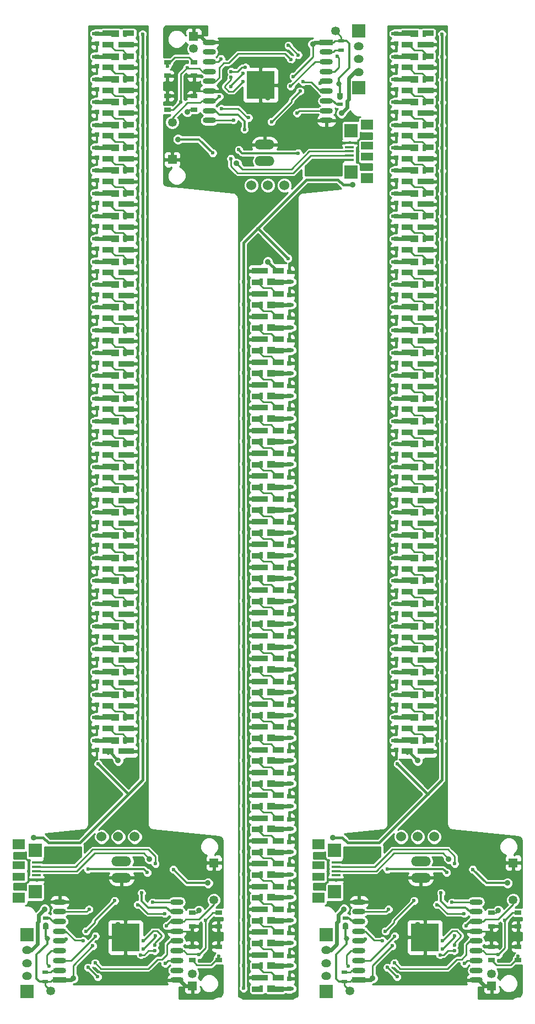
<source format=gbl>
G04 #@! TF.FileFunction,Copper,L2,Bot,Signal*
%FSLAX46Y46*%
G04 Gerber Fmt 4.6, Leading zero omitted, Abs format (unit mm)*
G04 Created by KiCad (PCBNEW 4.0.1-stable) date 2017/04/08 12:51:49*
%MOMM*%
G01*
G04 APERTURE LIST*
%ADD10C,0.200000*%
%ADD11O,1.500000X1.270000*%
%ADD12R,2.000000X2.000000*%
%ADD13C,1.524000*%
%ADD14O,3.014980X1.506220*%
%ADD15R,0.900000X0.500000*%
%ADD16O,2.000000X0.900000*%
%ADD17R,2.000000X0.900000*%
%ADD18R,4.300000X4.300000*%
%ADD19R,0.750000X0.800000*%
%ADD20R,1.700000X0.850000*%
%ADD21R,1.200000X1.000000*%
%ADD22R,0.600000X1.000000*%
%ADD23C,1.350000*%
%ADD24R,1.350000X1.350000*%
%ADD25R,1.900000X1.200000*%
%ADD26R,1.900000X1.600000*%
%ADD27R,2.000000X2.100000*%
%ADD28R,1.350000X0.400000*%
%ADD29R,1.050000X0.650000*%
%ADD30C,0.889000*%
%ADD31C,0.600000*%
%ADD32C,0.800000*%
%ADD33C,0.254000*%
%ADD34C,0.350000*%
%ADD35C,0.600000*%
%ADD36C,0.400000*%
G04 APERTURE END LIST*
D10*
D11*
X135000000Y-50600000D03*
X135000000Y-48600000D03*
X135000000Y-52600000D03*
D12*
X135000000Y-46250000D03*
X135000000Y-54950000D03*
D13*
X123540000Y-70000000D03*
X121000000Y-70000000D03*
X118460000Y-70000000D03*
D14*
X120500000Y-66270000D03*
X120500000Y-63730000D03*
D15*
X132100000Y-56050000D03*
X132100000Y-57550000D03*
X132250000Y-47750000D03*
X132250000Y-49250000D03*
D16*
X112000000Y-60000000D03*
X130000000Y-60000000D03*
D17*
X130000000Y-48000000D03*
D16*
X130000000Y-49500000D03*
X130000000Y-51000000D03*
X130000000Y-52500000D03*
X130000000Y-54000000D03*
X130000000Y-55500000D03*
X130000000Y-57000000D03*
X130000000Y-58500000D03*
X112000000Y-58500000D03*
X112000000Y-57000000D03*
X112000000Y-55500000D03*
X112000000Y-54000000D03*
X112000000Y-52500000D03*
X112000000Y-51000000D03*
X112000000Y-49500000D03*
X112000000Y-48000000D03*
D18*
X119880000Y-54580000D03*
D19*
X124250000Y-84800000D03*
X124250000Y-83300000D03*
X124250000Y-88300000D03*
X124250000Y-86800000D03*
X124250000Y-91800000D03*
X124250000Y-90300000D03*
X124250000Y-95300000D03*
X124250000Y-93800000D03*
X124250000Y-98800000D03*
X124250000Y-97300000D03*
X124250000Y-102300000D03*
X124250000Y-100800000D03*
X124250000Y-105800000D03*
X124250000Y-104300000D03*
X124250000Y-109300000D03*
X124250000Y-107800000D03*
X124250000Y-112800000D03*
X124250000Y-111300000D03*
X124250000Y-116300000D03*
X124250000Y-114800000D03*
X124250000Y-119800000D03*
X124250000Y-118300000D03*
X124250000Y-123300000D03*
X124250000Y-121800000D03*
X124250000Y-126800000D03*
X124250000Y-125300000D03*
X124250000Y-130300000D03*
X124250000Y-128800000D03*
X124250000Y-133800000D03*
X124250000Y-132300000D03*
X124250000Y-137300000D03*
X124250000Y-135800000D03*
X124250000Y-140800000D03*
X124250000Y-139300000D03*
X124250000Y-144300000D03*
X124250000Y-142800000D03*
X124250000Y-147800000D03*
X124250000Y-146300000D03*
X124250000Y-151300000D03*
X124250000Y-149800000D03*
X124250000Y-154800000D03*
X124250000Y-153300000D03*
X124250000Y-158300000D03*
X124250000Y-156800000D03*
X124250000Y-161800000D03*
X124250000Y-160300000D03*
X124250000Y-165300000D03*
X124250000Y-163800000D03*
X124250000Y-168800000D03*
X124250000Y-167300000D03*
X124250000Y-172300000D03*
X124250000Y-170800000D03*
X124250000Y-175800000D03*
X124250000Y-174300000D03*
X124250000Y-179300000D03*
X124250000Y-177800000D03*
X124250000Y-182800000D03*
X124250000Y-181300000D03*
X124250000Y-186300000D03*
X124250000Y-184800000D03*
X124250000Y-189800000D03*
X124250000Y-188300000D03*
X124250000Y-193300000D03*
X124250000Y-191800000D03*
D20*
X119400000Y-193375000D03*
X119400000Y-191625000D03*
X122600000Y-191625000D03*
X122600000Y-193375000D03*
X120150000Y-191625000D03*
D21*
X121500000Y-193300000D03*
D22*
X119950000Y-193300000D03*
D20*
X119400000Y-189875000D03*
X119400000Y-188125000D03*
X122600000Y-188125000D03*
X122600000Y-189875000D03*
X120150000Y-188125000D03*
D21*
X121500000Y-189800000D03*
D22*
X119950000Y-189800000D03*
D20*
X119400000Y-186375000D03*
X119400000Y-184625000D03*
X122600000Y-184625000D03*
X122600000Y-186375000D03*
X120150000Y-184625000D03*
D21*
X121500000Y-186300000D03*
D22*
X119950000Y-186300000D03*
D20*
X119400000Y-182875000D03*
X119400000Y-181125000D03*
X122600000Y-181125000D03*
X122600000Y-182875000D03*
X120150000Y-181125000D03*
D21*
X121500000Y-182800000D03*
D22*
X119950000Y-182800000D03*
D20*
X119400000Y-179375000D03*
X119400000Y-177625000D03*
X122600000Y-177625000D03*
X122600000Y-179375000D03*
X120150000Y-177625000D03*
D21*
X121500000Y-179300000D03*
D22*
X119950000Y-179300000D03*
D20*
X119400000Y-175875000D03*
X119400000Y-174125000D03*
X122600000Y-174125000D03*
X122600000Y-175875000D03*
X120150000Y-174125000D03*
D21*
X121500000Y-175800000D03*
D22*
X119950000Y-175800000D03*
D20*
X119400000Y-172375000D03*
X119400000Y-170625000D03*
X122600000Y-170625000D03*
X122600000Y-172375000D03*
X120150000Y-170625000D03*
D21*
X121500000Y-172300000D03*
D22*
X119950000Y-172300000D03*
D20*
X119400000Y-168875000D03*
X119400000Y-167125000D03*
X122600000Y-167125000D03*
X122600000Y-168875000D03*
X120150000Y-167125000D03*
D21*
X121500000Y-168800000D03*
D22*
X119950000Y-168800000D03*
D20*
X119400000Y-165375000D03*
X119400000Y-163625000D03*
X122600000Y-163625000D03*
X122600000Y-165375000D03*
X120150000Y-163625000D03*
D21*
X121500000Y-165300000D03*
D22*
X119950000Y-165300000D03*
D20*
X119400000Y-161875000D03*
X119400000Y-160125000D03*
X122600000Y-160125000D03*
X122600000Y-161875000D03*
X120150000Y-160125000D03*
D21*
X121500000Y-161800000D03*
D22*
X119950000Y-161800000D03*
D20*
X119400000Y-158375000D03*
X119400000Y-156625000D03*
X122600000Y-156625000D03*
X122600000Y-158375000D03*
X120150000Y-156625000D03*
D21*
X121500000Y-158300000D03*
D22*
X119950000Y-158300000D03*
D20*
X119400000Y-154875000D03*
X119400000Y-153125000D03*
X122600000Y-153125000D03*
X122600000Y-154875000D03*
X120150000Y-153125000D03*
D21*
X121500000Y-154800000D03*
D22*
X119950000Y-154800000D03*
D20*
X119400000Y-151375000D03*
X119400000Y-149625000D03*
X122600000Y-149625000D03*
X122600000Y-151375000D03*
X120150000Y-149625000D03*
D21*
X121500000Y-151300000D03*
D22*
X119950000Y-151300000D03*
D20*
X119400000Y-147875000D03*
X119400000Y-146125000D03*
X122600000Y-146125000D03*
X122600000Y-147875000D03*
X120150000Y-146125000D03*
D21*
X121500000Y-147800000D03*
D22*
X119950000Y-147800000D03*
D20*
X119400000Y-144375000D03*
X119400000Y-142625000D03*
X122600000Y-142625000D03*
X122600000Y-144375000D03*
X120150000Y-142625000D03*
D21*
X121500000Y-144300000D03*
D22*
X119950000Y-144300000D03*
D20*
X119400000Y-140875000D03*
X119400000Y-139125000D03*
X122600000Y-139125000D03*
X122600000Y-140875000D03*
X120150000Y-139125000D03*
D21*
X121500000Y-140800000D03*
D22*
X119950000Y-140800000D03*
D20*
X119400000Y-137375000D03*
X119400000Y-135625000D03*
X122600000Y-135625000D03*
X122600000Y-137375000D03*
X120150000Y-135625000D03*
D21*
X121500000Y-137300000D03*
D22*
X119950000Y-137300000D03*
D20*
X119400000Y-133875000D03*
X119400000Y-132125000D03*
X122600000Y-132125000D03*
X122600000Y-133875000D03*
X120150000Y-132125000D03*
D21*
X121500000Y-133800000D03*
D22*
X119950000Y-133800000D03*
D20*
X119400000Y-130375000D03*
X119400000Y-128625000D03*
X122600000Y-128625000D03*
X122600000Y-130375000D03*
X120150000Y-128625000D03*
D21*
X121500000Y-130300000D03*
D22*
X119950000Y-130300000D03*
D20*
X119400000Y-126875000D03*
X119400000Y-125125000D03*
X122600000Y-125125000D03*
X122600000Y-126875000D03*
X120150000Y-125125000D03*
D21*
X121500000Y-126800000D03*
D22*
X119950000Y-126800000D03*
D20*
X119400000Y-123375000D03*
X119400000Y-121625000D03*
X122600000Y-121625000D03*
X122600000Y-123375000D03*
X120150000Y-121625000D03*
D21*
X121500000Y-123300000D03*
D22*
X119950000Y-123300000D03*
D20*
X119400000Y-119875000D03*
X119400000Y-118125000D03*
X122600000Y-118125000D03*
X122600000Y-119875000D03*
X120150000Y-118125000D03*
D21*
X121500000Y-119800000D03*
D22*
X119950000Y-119800000D03*
D20*
X119400000Y-116375000D03*
X119400000Y-114625000D03*
X122600000Y-114625000D03*
X122600000Y-116375000D03*
X120150000Y-114625000D03*
D21*
X121500000Y-116300000D03*
D22*
X119950000Y-116300000D03*
D20*
X119400000Y-112875000D03*
X119400000Y-111125000D03*
X122600000Y-111125000D03*
X122600000Y-112875000D03*
X120150000Y-111125000D03*
D21*
X121500000Y-112800000D03*
D22*
X119950000Y-112800000D03*
D20*
X119400000Y-109375000D03*
X119400000Y-107625000D03*
X122600000Y-107625000D03*
X122600000Y-109375000D03*
X120150000Y-107625000D03*
D21*
X121500000Y-109300000D03*
D22*
X119950000Y-109300000D03*
D20*
X119400000Y-105875000D03*
X119400000Y-104125000D03*
X122600000Y-104125000D03*
X122600000Y-105875000D03*
X120150000Y-104125000D03*
D21*
X121500000Y-105800000D03*
D22*
X119950000Y-105800000D03*
D20*
X119400000Y-102375000D03*
X119400000Y-100625000D03*
X122600000Y-100625000D03*
X122600000Y-102375000D03*
X120150000Y-100625000D03*
D21*
X121500000Y-102300000D03*
D22*
X119950000Y-102300000D03*
D20*
X119400000Y-98875000D03*
X119400000Y-97125000D03*
X122600000Y-97125000D03*
X122600000Y-98875000D03*
X120150000Y-97125000D03*
D21*
X121500000Y-98800000D03*
D22*
X119950000Y-98800000D03*
D20*
X119400000Y-95375000D03*
X119400000Y-93625000D03*
X122600000Y-93625000D03*
X122600000Y-95375000D03*
X120150000Y-93625000D03*
D21*
X121500000Y-95300000D03*
D22*
X119950000Y-95300000D03*
D20*
X119400000Y-91875000D03*
X119400000Y-90125000D03*
X122600000Y-90125000D03*
X122600000Y-91875000D03*
X120150000Y-90125000D03*
D21*
X121500000Y-91800000D03*
D22*
X119950000Y-91800000D03*
D20*
X119400000Y-88375000D03*
X119400000Y-86625000D03*
X122600000Y-86625000D03*
X122600000Y-88375000D03*
X120150000Y-86625000D03*
D21*
X121500000Y-88300000D03*
D22*
X119950000Y-88300000D03*
D20*
X119400000Y-84875000D03*
X119400000Y-83125000D03*
X122600000Y-83125000D03*
X122600000Y-84875000D03*
X120150000Y-83125000D03*
D21*
X121500000Y-84800000D03*
D22*
X119950000Y-84800000D03*
D23*
X131400000Y-46300000D03*
X106300000Y-60300000D03*
D24*
X106300000Y-66000000D03*
D23*
X109600000Y-49000000D03*
D24*
X109600000Y-47100000D03*
D25*
X136250000Y-63900000D03*
X136250000Y-65600000D03*
D26*
X136250000Y-68850000D03*
X136250000Y-60650000D03*
D27*
X133750000Y-67950000D03*
X133750000Y-61550000D03*
D28*
X133550000Y-66050000D03*
X133550000Y-65400000D03*
X133550000Y-64750000D03*
X133550000Y-64100000D03*
X133550000Y-63450000D03*
D29*
X109650000Y-51050000D03*
X105550000Y-51050000D03*
X105550000Y-53150000D03*
X109650000Y-53150000D03*
X105550000Y-58350000D03*
X109650000Y-58350000D03*
X109650000Y-56250000D03*
X105550000Y-56250000D03*
D13*
X95460000Y-170000000D03*
X98000000Y-170000000D03*
X100540000Y-170000000D03*
D14*
X98500000Y-173730000D03*
X98500000Y-176270000D03*
D15*
X86900000Y-183950000D03*
X86900000Y-182450000D03*
X86750000Y-192250000D03*
X86750000Y-190750000D03*
D16*
X107000000Y-180000000D03*
X89000000Y-180000000D03*
D17*
X89000000Y-192000000D03*
D16*
X89000000Y-190500000D03*
X89000000Y-189000000D03*
X89000000Y-187500000D03*
X89000000Y-186000000D03*
X89000000Y-184500000D03*
X89000000Y-183000000D03*
X89000000Y-181500000D03*
X107000000Y-181500000D03*
X107000000Y-183000000D03*
X107000000Y-184500000D03*
X107000000Y-186000000D03*
X107000000Y-187500000D03*
X107000000Y-189000000D03*
X107000000Y-190500000D03*
X107000000Y-192000000D03*
D18*
X99120000Y-185420000D03*
D19*
X94750000Y-155200000D03*
X94750000Y-156700000D03*
X94750000Y-151700000D03*
X94750000Y-153200000D03*
X94750000Y-148200000D03*
X94750000Y-149700000D03*
X94750000Y-144700000D03*
X94750000Y-146200000D03*
X94750000Y-141200000D03*
X94750000Y-142700000D03*
X94750000Y-137700000D03*
X94750000Y-139200000D03*
X94750000Y-134200000D03*
X94750000Y-135700000D03*
X94750000Y-130700000D03*
X94750000Y-132200000D03*
X94750000Y-127200000D03*
X94750000Y-128700000D03*
X94750000Y-123700000D03*
X94750000Y-125200000D03*
X94750000Y-120200000D03*
X94750000Y-121700000D03*
X94750000Y-116700000D03*
X94750000Y-118200000D03*
X94750000Y-113200000D03*
X94750000Y-114700000D03*
X94750000Y-109700000D03*
X94750000Y-111200000D03*
X94750000Y-106200000D03*
X94750000Y-107700000D03*
X94750000Y-102700000D03*
X94750000Y-104200000D03*
X94750000Y-99200000D03*
X94750000Y-100700000D03*
X94750000Y-95700000D03*
X94750000Y-97200000D03*
X94750000Y-92200000D03*
X94750000Y-93700000D03*
X94750000Y-88700000D03*
X94750000Y-90200000D03*
X94750000Y-85200000D03*
X94750000Y-86700000D03*
X94750000Y-81700000D03*
X94750000Y-83200000D03*
X94750000Y-78200000D03*
X94750000Y-79700000D03*
X94750000Y-74700000D03*
X94750000Y-76200000D03*
X94750000Y-71200000D03*
X94750000Y-72700000D03*
X94750000Y-67700000D03*
X94750000Y-69200000D03*
X94750000Y-64200000D03*
X94750000Y-65700000D03*
X94750000Y-60700000D03*
X94750000Y-62200000D03*
X94750000Y-57200000D03*
X94750000Y-58700000D03*
X94750000Y-53700000D03*
X94750000Y-55200000D03*
X94750000Y-50200000D03*
X94750000Y-51700000D03*
X94750000Y-46700000D03*
X94750000Y-48200000D03*
D20*
X99600000Y-46625000D03*
X99600000Y-48375000D03*
X96400000Y-48375000D03*
X96400000Y-46625000D03*
X98850000Y-48375000D03*
D21*
X97500000Y-46700000D03*
D22*
X99050000Y-46700000D03*
D20*
X99600000Y-50125000D03*
X99600000Y-51875000D03*
X96400000Y-51875000D03*
X96400000Y-50125000D03*
X98850000Y-51875000D03*
D21*
X97500000Y-50200000D03*
D22*
X99050000Y-50200000D03*
D20*
X99600000Y-53625000D03*
X99600000Y-55375000D03*
X96400000Y-55375000D03*
X96400000Y-53625000D03*
X98850000Y-55375000D03*
D21*
X97500000Y-53700000D03*
D22*
X99050000Y-53700000D03*
D20*
X99600000Y-57125000D03*
X99600000Y-58875000D03*
X96400000Y-58875000D03*
X96400000Y-57125000D03*
X98850000Y-58875000D03*
D21*
X97500000Y-57200000D03*
D22*
X99050000Y-57200000D03*
D20*
X99600000Y-60625000D03*
X99600000Y-62375000D03*
X96400000Y-62375000D03*
X96400000Y-60625000D03*
X98850000Y-62375000D03*
D21*
X97500000Y-60700000D03*
D22*
X99050000Y-60700000D03*
D20*
X99600000Y-64125000D03*
X99600000Y-65875000D03*
X96400000Y-65875000D03*
X96400000Y-64125000D03*
X98850000Y-65875000D03*
D21*
X97500000Y-64200000D03*
D22*
X99050000Y-64200000D03*
D20*
X99600000Y-67625000D03*
X99600000Y-69375000D03*
X96400000Y-69375000D03*
X96400000Y-67625000D03*
X98850000Y-69375000D03*
D21*
X97500000Y-67700000D03*
D22*
X99050000Y-67700000D03*
D20*
X99600000Y-71125000D03*
X99600000Y-72875000D03*
X96400000Y-72875000D03*
X96400000Y-71125000D03*
X98850000Y-72875000D03*
D21*
X97500000Y-71200000D03*
D22*
X99050000Y-71200000D03*
D20*
X99600000Y-74625000D03*
X99600000Y-76375000D03*
X96400000Y-76375000D03*
X96400000Y-74625000D03*
X98850000Y-76375000D03*
D21*
X97500000Y-74700000D03*
D22*
X99050000Y-74700000D03*
D20*
X99600000Y-78125000D03*
X99600000Y-79875000D03*
X96400000Y-79875000D03*
X96400000Y-78125000D03*
X98850000Y-79875000D03*
D21*
X97500000Y-78200000D03*
D22*
X99050000Y-78200000D03*
D20*
X99600000Y-81625000D03*
X99600000Y-83375000D03*
X96400000Y-83375000D03*
X96400000Y-81625000D03*
X98850000Y-83375000D03*
D21*
X97500000Y-81700000D03*
D22*
X99050000Y-81700000D03*
D20*
X99600000Y-85125000D03*
X99600000Y-86875000D03*
X96400000Y-86875000D03*
X96400000Y-85125000D03*
X98850000Y-86875000D03*
D21*
X97500000Y-85200000D03*
D22*
X99050000Y-85200000D03*
D20*
X99600000Y-88625000D03*
X99600000Y-90375000D03*
X96400000Y-90375000D03*
X96400000Y-88625000D03*
X98850000Y-90375000D03*
D21*
X97500000Y-88700000D03*
D22*
X99050000Y-88700000D03*
D20*
X99600000Y-92125000D03*
X99600000Y-93875000D03*
X96400000Y-93875000D03*
X96400000Y-92125000D03*
X98850000Y-93875000D03*
D21*
X97500000Y-92200000D03*
D22*
X99050000Y-92200000D03*
D20*
X99600000Y-95625000D03*
X99600000Y-97375000D03*
X96400000Y-97375000D03*
X96400000Y-95625000D03*
X98850000Y-97375000D03*
D21*
X97500000Y-95700000D03*
D22*
X99050000Y-95700000D03*
D20*
X99600000Y-99125000D03*
X99600000Y-100875000D03*
X96400000Y-100875000D03*
X96400000Y-99125000D03*
X98850000Y-100875000D03*
D21*
X97500000Y-99200000D03*
D22*
X99050000Y-99200000D03*
D20*
X99600000Y-102625000D03*
X99600000Y-104375000D03*
X96400000Y-104375000D03*
X96400000Y-102625000D03*
X98850000Y-104375000D03*
D21*
X97500000Y-102700000D03*
D22*
X99050000Y-102700000D03*
D20*
X99600000Y-106125000D03*
X99600000Y-107875000D03*
X96400000Y-107875000D03*
X96400000Y-106125000D03*
X98850000Y-107875000D03*
D21*
X97500000Y-106200000D03*
D22*
X99050000Y-106200000D03*
D20*
X99600000Y-109625000D03*
X99600000Y-111375000D03*
X96400000Y-111375000D03*
X96400000Y-109625000D03*
X98850000Y-111375000D03*
D21*
X97500000Y-109700000D03*
D22*
X99050000Y-109700000D03*
D20*
X99600000Y-113125000D03*
X99600000Y-114875000D03*
X96400000Y-114875000D03*
X96400000Y-113125000D03*
X98850000Y-114875000D03*
D21*
X97500000Y-113200000D03*
D22*
X99050000Y-113200000D03*
D20*
X99600000Y-116625000D03*
X99600000Y-118375000D03*
X96400000Y-118375000D03*
X96400000Y-116625000D03*
X98850000Y-118375000D03*
D21*
X97500000Y-116700000D03*
D22*
X99050000Y-116700000D03*
D20*
X99600000Y-120125000D03*
X99600000Y-121875000D03*
X96400000Y-121875000D03*
X96400000Y-120125000D03*
X98850000Y-121875000D03*
D21*
X97500000Y-120200000D03*
D22*
X99050000Y-120200000D03*
D20*
X99600000Y-123625000D03*
X99600000Y-125375000D03*
X96400000Y-125375000D03*
X96400000Y-123625000D03*
X98850000Y-125375000D03*
D21*
X97500000Y-123700000D03*
D22*
X99050000Y-123700000D03*
D20*
X99600000Y-127125000D03*
X99600000Y-128875000D03*
X96400000Y-128875000D03*
X96400000Y-127125000D03*
X98850000Y-128875000D03*
D21*
X97500000Y-127200000D03*
D22*
X99050000Y-127200000D03*
D20*
X99600000Y-130625000D03*
X99600000Y-132375000D03*
X96400000Y-132375000D03*
X96400000Y-130625000D03*
X98850000Y-132375000D03*
D21*
X97500000Y-130700000D03*
D22*
X99050000Y-130700000D03*
D20*
X99600000Y-134125000D03*
X99600000Y-135875000D03*
X96400000Y-135875000D03*
X96400000Y-134125000D03*
X98850000Y-135875000D03*
D21*
X97500000Y-134200000D03*
D22*
X99050000Y-134200000D03*
D20*
X99600000Y-137625000D03*
X99600000Y-139375000D03*
X96400000Y-139375000D03*
X96400000Y-137625000D03*
X98850000Y-139375000D03*
D21*
X97500000Y-137700000D03*
D22*
X99050000Y-137700000D03*
D20*
X99600000Y-141125000D03*
X99600000Y-142875000D03*
X96400000Y-142875000D03*
X96400000Y-141125000D03*
X98850000Y-142875000D03*
D21*
X97500000Y-141200000D03*
D22*
X99050000Y-141200000D03*
D20*
X99600000Y-144625000D03*
X99600000Y-146375000D03*
X96400000Y-146375000D03*
X96400000Y-144625000D03*
X98850000Y-146375000D03*
D21*
X97500000Y-144700000D03*
D22*
X99050000Y-144700000D03*
D20*
X99600000Y-148125000D03*
X99600000Y-149875000D03*
X96400000Y-149875000D03*
X96400000Y-148125000D03*
X98850000Y-149875000D03*
D21*
X97500000Y-148200000D03*
D22*
X99050000Y-148200000D03*
D20*
X99600000Y-151625000D03*
X99600000Y-153375000D03*
X96400000Y-153375000D03*
X96400000Y-151625000D03*
X98850000Y-153375000D03*
D21*
X97500000Y-151700000D03*
D22*
X99050000Y-151700000D03*
D20*
X99600000Y-155125000D03*
X99600000Y-156875000D03*
X96400000Y-156875000D03*
X96400000Y-155125000D03*
X98850000Y-156875000D03*
D21*
X97500000Y-155200000D03*
D22*
X99050000Y-155200000D03*
D23*
X87600000Y-193700000D03*
X112700000Y-179700000D03*
D24*
X112700000Y-174000000D03*
D23*
X109400000Y-191000000D03*
D24*
X109400000Y-192900000D03*
D25*
X82750000Y-176100000D03*
X82750000Y-174400000D03*
D26*
X82750000Y-171150000D03*
X82750000Y-179350000D03*
D27*
X85250000Y-172050000D03*
X85250000Y-178450000D03*
D28*
X85450000Y-173950000D03*
X85450000Y-174600000D03*
X85450000Y-175250000D03*
X85450000Y-175900000D03*
X85450000Y-176550000D03*
D29*
X109350000Y-188950000D03*
X113450000Y-188950000D03*
X113450000Y-186850000D03*
X109350000Y-186850000D03*
X113450000Y-181650000D03*
X109350000Y-181650000D03*
X109350000Y-183750000D03*
X113450000Y-183750000D03*
D13*
X141460000Y-170000000D03*
X144000000Y-170000000D03*
X146540000Y-170000000D03*
D14*
X144500000Y-173730000D03*
X144500000Y-176270000D03*
D15*
X132900000Y-183950000D03*
X132900000Y-182450000D03*
X132750000Y-192250000D03*
X132750000Y-190750000D03*
D16*
X153000000Y-180000000D03*
X135000000Y-180000000D03*
D17*
X135000000Y-192000000D03*
D16*
X135000000Y-190500000D03*
X135000000Y-189000000D03*
X135000000Y-187500000D03*
X135000000Y-186000000D03*
X135000000Y-184500000D03*
X135000000Y-183000000D03*
X135000000Y-181500000D03*
X153000000Y-181500000D03*
X153000000Y-183000000D03*
X153000000Y-184500000D03*
X153000000Y-186000000D03*
X153000000Y-187500000D03*
X153000000Y-189000000D03*
X153000000Y-190500000D03*
X153000000Y-192000000D03*
D18*
X145120000Y-185420000D03*
D19*
X140750000Y-155200000D03*
X140750000Y-156700000D03*
X140750000Y-151700000D03*
X140750000Y-153200000D03*
X140750000Y-148200000D03*
X140750000Y-149700000D03*
X140750000Y-144700000D03*
X140750000Y-146200000D03*
X140750000Y-141200000D03*
X140750000Y-142700000D03*
X140750000Y-137700000D03*
X140750000Y-139200000D03*
X140750000Y-134200000D03*
X140750000Y-135700000D03*
X140750000Y-130700000D03*
X140750000Y-132200000D03*
X140750000Y-127200000D03*
X140750000Y-128700000D03*
X140750000Y-123700000D03*
X140750000Y-125200000D03*
X140750000Y-120200000D03*
X140750000Y-121700000D03*
X140750000Y-116700000D03*
X140750000Y-118200000D03*
X140750000Y-113200000D03*
X140750000Y-114700000D03*
X140750000Y-109700000D03*
X140750000Y-111200000D03*
X140750000Y-106200000D03*
X140750000Y-107700000D03*
X140750000Y-102700000D03*
X140750000Y-104200000D03*
X140750000Y-99200000D03*
X140750000Y-100700000D03*
X140750000Y-95700000D03*
X140750000Y-97200000D03*
X140750000Y-92200000D03*
X140750000Y-93700000D03*
X140750000Y-88700000D03*
X140750000Y-90200000D03*
X140750000Y-85200000D03*
X140750000Y-86700000D03*
X140750000Y-81700000D03*
X140750000Y-83200000D03*
X140750000Y-78200000D03*
X140750000Y-79700000D03*
X140750000Y-74700000D03*
X140750000Y-76200000D03*
X140750000Y-71200000D03*
X140750000Y-72700000D03*
X140750000Y-67700000D03*
X140750000Y-69200000D03*
X140750000Y-64200000D03*
X140750000Y-65700000D03*
X140750000Y-60700000D03*
X140750000Y-62200000D03*
X140750000Y-57200000D03*
X140750000Y-58700000D03*
X140750000Y-53700000D03*
X140750000Y-55200000D03*
X140750000Y-50200000D03*
X140750000Y-51700000D03*
X140750000Y-46700000D03*
X140750000Y-48200000D03*
D20*
X145600000Y-46625000D03*
X145600000Y-48375000D03*
X142400000Y-48375000D03*
X142400000Y-46625000D03*
X144850000Y-48375000D03*
D21*
X143500000Y-46700000D03*
D22*
X145050000Y-46700000D03*
D20*
X145600000Y-50125000D03*
X145600000Y-51875000D03*
X142400000Y-51875000D03*
X142400000Y-50125000D03*
X144850000Y-51875000D03*
D21*
X143500000Y-50200000D03*
D22*
X145050000Y-50200000D03*
D20*
X145600000Y-53625000D03*
X145600000Y-55375000D03*
X142400000Y-55375000D03*
X142400000Y-53625000D03*
X144850000Y-55375000D03*
D21*
X143500000Y-53700000D03*
D22*
X145050000Y-53700000D03*
D20*
X145600000Y-57125000D03*
X145600000Y-58875000D03*
X142400000Y-58875000D03*
X142400000Y-57125000D03*
X144850000Y-58875000D03*
D21*
X143500000Y-57200000D03*
D22*
X145050000Y-57200000D03*
D20*
X145600000Y-60625000D03*
X145600000Y-62375000D03*
X142400000Y-62375000D03*
X142400000Y-60625000D03*
X144850000Y-62375000D03*
D21*
X143500000Y-60700000D03*
D22*
X145050000Y-60700000D03*
D20*
X145600000Y-64125000D03*
X145600000Y-65875000D03*
X142400000Y-65875000D03*
X142400000Y-64125000D03*
X144850000Y-65875000D03*
D21*
X143500000Y-64200000D03*
D22*
X145050000Y-64200000D03*
D20*
X145600000Y-67625000D03*
X145600000Y-69375000D03*
X142400000Y-69375000D03*
X142400000Y-67625000D03*
X144850000Y-69375000D03*
D21*
X143500000Y-67700000D03*
D22*
X145050000Y-67700000D03*
D20*
X145600000Y-71125000D03*
X145600000Y-72875000D03*
X142400000Y-72875000D03*
X142400000Y-71125000D03*
X144850000Y-72875000D03*
D21*
X143500000Y-71200000D03*
D22*
X145050000Y-71200000D03*
D20*
X145600000Y-74625000D03*
X145600000Y-76375000D03*
X142400000Y-76375000D03*
X142400000Y-74625000D03*
X144850000Y-76375000D03*
D21*
X143500000Y-74700000D03*
D22*
X145050000Y-74700000D03*
D20*
X145600000Y-78125000D03*
X145600000Y-79875000D03*
X142400000Y-79875000D03*
X142400000Y-78125000D03*
X144850000Y-79875000D03*
D21*
X143500000Y-78200000D03*
D22*
X145050000Y-78200000D03*
D20*
X145600000Y-81625000D03*
X145600000Y-83375000D03*
X142400000Y-83375000D03*
X142400000Y-81625000D03*
X144850000Y-83375000D03*
D21*
X143500000Y-81700000D03*
D22*
X145050000Y-81700000D03*
D20*
X145600000Y-85125000D03*
X145600000Y-86875000D03*
X142400000Y-86875000D03*
X142400000Y-85125000D03*
X144850000Y-86875000D03*
D21*
X143500000Y-85200000D03*
D22*
X145050000Y-85200000D03*
D20*
X145600000Y-88625000D03*
X145600000Y-90375000D03*
X142400000Y-90375000D03*
X142400000Y-88625000D03*
X144850000Y-90375000D03*
D21*
X143500000Y-88700000D03*
D22*
X145050000Y-88700000D03*
D20*
X145600000Y-92125000D03*
X145600000Y-93875000D03*
X142400000Y-93875000D03*
X142400000Y-92125000D03*
X144850000Y-93875000D03*
D21*
X143500000Y-92200000D03*
D22*
X145050000Y-92200000D03*
D20*
X145600000Y-95625000D03*
X145600000Y-97375000D03*
X142400000Y-97375000D03*
X142400000Y-95625000D03*
X144850000Y-97375000D03*
D21*
X143500000Y-95700000D03*
D22*
X145050000Y-95700000D03*
D20*
X145600000Y-99125000D03*
X145600000Y-100875000D03*
X142400000Y-100875000D03*
X142400000Y-99125000D03*
X144850000Y-100875000D03*
D21*
X143500000Y-99200000D03*
D22*
X145050000Y-99200000D03*
D20*
X145600000Y-102625000D03*
X145600000Y-104375000D03*
X142400000Y-104375000D03*
X142400000Y-102625000D03*
X144850000Y-104375000D03*
D21*
X143500000Y-102700000D03*
D22*
X145050000Y-102700000D03*
D20*
X145600000Y-106125000D03*
X145600000Y-107875000D03*
X142400000Y-107875000D03*
X142400000Y-106125000D03*
X144850000Y-107875000D03*
D21*
X143500000Y-106200000D03*
D22*
X145050000Y-106200000D03*
D20*
X145600000Y-109625000D03*
X145600000Y-111375000D03*
X142400000Y-111375000D03*
X142400000Y-109625000D03*
X144850000Y-111375000D03*
D21*
X143500000Y-109700000D03*
D22*
X145050000Y-109700000D03*
D20*
X145600000Y-113125000D03*
X145600000Y-114875000D03*
X142400000Y-114875000D03*
X142400000Y-113125000D03*
X144850000Y-114875000D03*
D21*
X143500000Y-113200000D03*
D22*
X145050000Y-113200000D03*
D20*
X145600000Y-116625000D03*
X145600000Y-118375000D03*
X142400000Y-118375000D03*
X142400000Y-116625000D03*
X144850000Y-118375000D03*
D21*
X143500000Y-116700000D03*
D22*
X145050000Y-116700000D03*
D20*
X145600000Y-120125000D03*
X145600000Y-121875000D03*
X142400000Y-121875000D03*
X142400000Y-120125000D03*
X144850000Y-121875000D03*
D21*
X143500000Y-120200000D03*
D22*
X145050000Y-120200000D03*
D20*
X145600000Y-123625000D03*
X145600000Y-125375000D03*
X142400000Y-125375000D03*
X142400000Y-123625000D03*
X144850000Y-125375000D03*
D21*
X143500000Y-123700000D03*
D22*
X145050000Y-123700000D03*
D20*
X145600000Y-127125000D03*
X145600000Y-128875000D03*
X142400000Y-128875000D03*
X142400000Y-127125000D03*
X144850000Y-128875000D03*
D21*
X143500000Y-127200000D03*
D22*
X145050000Y-127200000D03*
D20*
X145600000Y-130625000D03*
X145600000Y-132375000D03*
X142400000Y-132375000D03*
X142400000Y-130625000D03*
X144850000Y-132375000D03*
D21*
X143500000Y-130700000D03*
D22*
X145050000Y-130700000D03*
D20*
X145600000Y-134125000D03*
X145600000Y-135875000D03*
X142400000Y-135875000D03*
X142400000Y-134125000D03*
X144850000Y-135875000D03*
D21*
X143500000Y-134200000D03*
D22*
X145050000Y-134200000D03*
D20*
X145600000Y-137625000D03*
X145600000Y-139375000D03*
X142400000Y-139375000D03*
X142400000Y-137625000D03*
X144850000Y-139375000D03*
D21*
X143500000Y-137700000D03*
D22*
X145050000Y-137700000D03*
D20*
X145600000Y-141125000D03*
X145600000Y-142875000D03*
X142400000Y-142875000D03*
X142400000Y-141125000D03*
X144850000Y-142875000D03*
D21*
X143500000Y-141200000D03*
D22*
X145050000Y-141200000D03*
D20*
X145600000Y-144625000D03*
X145600000Y-146375000D03*
X142400000Y-146375000D03*
X142400000Y-144625000D03*
X144850000Y-146375000D03*
D21*
X143500000Y-144700000D03*
D22*
X145050000Y-144700000D03*
D20*
X145600000Y-148125000D03*
X145600000Y-149875000D03*
X142400000Y-149875000D03*
X142400000Y-148125000D03*
X144850000Y-149875000D03*
D21*
X143500000Y-148200000D03*
D22*
X145050000Y-148200000D03*
D20*
X145600000Y-151625000D03*
X145600000Y-153375000D03*
X142400000Y-153375000D03*
X142400000Y-151625000D03*
X144850000Y-153375000D03*
D21*
X143500000Y-151700000D03*
D22*
X145050000Y-151700000D03*
D20*
X145600000Y-155125000D03*
X145600000Y-156875000D03*
X142400000Y-156875000D03*
X142400000Y-155125000D03*
X144850000Y-156875000D03*
D21*
X143500000Y-155200000D03*
D22*
X145050000Y-155200000D03*
D23*
X133600000Y-193700000D03*
X158700000Y-179700000D03*
D24*
X158700000Y-174000000D03*
D23*
X155400000Y-191000000D03*
D24*
X155400000Y-192900000D03*
D25*
X128750000Y-176100000D03*
X128750000Y-174400000D03*
D26*
X128750000Y-171150000D03*
X128750000Y-179350000D03*
D27*
X131250000Y-172050000D03*
X131250000Y-178450000D03*
D28*
X131450000Y-173950000D03*
X131450000Y-174600000D03*
X131450000Y-175250000D03*
X131450000Y-175900000D03*
X131450000Y-176550000D03*
D29*
X155350000Y-188950000D03*
X159450000Y-188950000D03*
X159450000Y-186850000D03*
X155350000Y-186850000D03*
X159450000Y-181650000D03*
X155350000Y-181650000D03*
X155350000Y-183750000D03*
X159450000Y-183750000D03*
D11*
X84000000Y-189400000D03*
X84000000Y-191400000D03*
X84000000Y-187400000D03*
D12*
X84000000Y-193750000D03*
X84000000Y-185050000D03*
D11*
X130000000Y-189400000D03*
X130000000Y-191400000D03*
X130000000Y-187400000D03*
D12*
X130000000Y-193750000D03*
X130000000Y-185050000D03*
D30*
X132100000Y-56400000D03*
D31*
X124900000Y-53250000D03*
D32*
X131900000Y-54400000D03*
D30*
X127900000Y-48300000D03*
X86900000Y-183600000D03*
D31*
X94100000Y-186750000D03*
D32*
X87100000Y-185600000D03*
D30*
X91100000Y-191700000D03*
X132900000Y-183600000D03*
D31*
X140100000Y-186750000D03*
D32*
X133100000Y-185600000D03*
D30*
X137100000Y-191700000D03*
D31*
X124900000Y-79800000D03*
D30*
X125250000Y-62000000D03*
D31*
X120775000Y-61950000D03*
X122125000Y-61950000D03*
X119575000Y-61950000D03*
D30*
X118000000Y-50950000D03*
D31*
X115400000Y-56450000D03*
D30*
X124500000Y-51600000D03*
X125100000Y-47700000D03*
X112425000Y-62975000D03*
X115600000Y-48300000D03*
X121000000Y-56500000D03*
X107200000Y-51500000D03*
X108500000Y-55000000D03*
X105900000Y-54600000D03*
X129100000Y-61300000D03*
X129700000Y-63500000D03*
D31*
X120750000Y-61075000D03*
X122125000Y-61075000D03*
X119525000Y-61075000D03*
X94100000Y-160200000D03*
D30*
X93750000Y-178000000D03*
D31*
X98225000Y-178050000D03*
X96875000Y-178050000D03*
X99425000Y-178050000D03*
D30*
X101000000Y-189050000D03*
D31*
X103600000Y-183550000D03*
D30*
X94500000Y-188400000D03*
X93900000Y-192300000D03*
X106575000Y-177025000D03*
X103400000Y-191700000D03*
X98000000Y-183500000D03*
X111800000Y-188500000D03*
X110500000Y-185000000D03*
X113100000Y-185400000D03*
X89900000Y-178700000D03*
X89300000Y-176500000D03*
D31*
X98250000Y-178925000D03*
X96875000Y-178925000D03*
X99475000Y-178925000D03*
X140100000Y-160200000D03*
D30*
X139750000Y-178000000D03*
D31*
X144225000Y-178050000D03*
X142875000Y-178050000D03*
X145425000Y-178050000D03*
D30*
X147000000Y-189050000D03*
D31*
X149600000Y-183550000D03*
D30*
X140500000Y-188400000D03*
X139900000Y-192300000D03*
X152575000Y-177025000D03*
X149400000Y-191700000D03*
X144000000Y-183500000D03*
X157800000Y-188500000D03*
X156500000Y-185000000D03*
X159100000Y-185400000D03*
X135900000Y-178700000D03*
X135300000Y-176500000D03*
D31*
X144250000Y-178925000D03*
X142875000Y-178925000D03*
X145475000Y-178925000D03*
D30*
X108600000Y-58700000D03*
D31*
X107600000Y-57200000D03*
X108600000Y-51900000D03*
D30*
X110400000Y-181300000D03*
D31*
X111400000Y-182800000D03*
X110400000Y-188100000D03*
D30*
X156400000Y-181300000D03*
D31*
X157400000Y-182800000D03*
X156400000Y-188100000D03*
X113550000Y-56350000D03*
X105450000Y-183650000D03*
X151450000Y-183650000D03*
X121150000Y-102300000D03*
X124750000Y-102300000D03*
X117250000Y-102250000D03*
X124750000Y-84800000D03*
X124750000Y-88300000D03*
X124750000Y-91800000D03*
X124750000Y-95300000D03*
X124750000Y-98800000D03*
X124750000Y-105800000D03*
X124750000Y-109300000D03*
X124750000Y-112800000D03*
X124750000Y-116300000D03*
X124750000Y-119800000D03*
X124750000Y-123300000D03*
X124750000Y-126800000D03*
X124750000Y-130300000D03*
X124750000Y-133800000D03*
X124750000Y-137300000D03*
X124750000Y-140800000D03*
X124750000Y-144300000D03*
X124750000Y-147800000D03*
X124750000Y-151300000D03*
X124750000Y-154800000D03*
X124750000Y-158300000D03*
X124750000Y-161800000D03*
X124750000Y-165300000D03*
X124750000Y-168800000D03*
X124750000Y-172300000D03*
X124750000Y-175800000D03*
X124750000Y-179300000D03*
X124750000Y-182800000D03*
X124750000Y-186300000D03*
X124750000Y-189800000D03*
X124750000Y-193300000D03*
X124100000Y-81200000D03*
D30*
X134000000Y-69900000D03*
D31*
X117250000Y-84750000D03*
X117250000Y-88250000D03*
X117250000Y-91750000D03*
X117250000Y-95250000D03*
X117250000Y-98750000D03*
X117250000Y-105750000D03*
X117250000Y-109250000D03*
X117250000Y-112750000D03*
X117250000Y-116250000D03*
X117250000Y-119750000D03*
X117250000Y-123250000D03*
X117250000Y-126750000D03*
X117250000Y-130250000D03*
X117250000Y-133750000D03*
X117250000Y-137250000D03*
X117250000Y-140750000D03*
X117250000Y-144250000D03*
X117250000Y-147750000D03*
X117250000Y-151250000D03*
X117250000Y-154750000D03*
X117250000Y-158250000D03*
X117250000Y-161750000D03*
X117250000Y-165250000D03*
X117250000Y-168750000D03*
X117250000Y-172250000D03*
X117250000Y-175750000D03*
X117250000Y-179250000D03*
X117250000Y-182750000D03*
X117250000Y-186250000D03*
X117250000Y-189750000D03*
X117250000Y-193250000D03*
X117150000Y-54050000D03*
X115350000Y-53400000D03*
D30*
X132300000Y-58900000D03*
D31*
X97850000Y-137700000D03*
X94250000Y-137700000D03*
X101750000Y-137750000D03*
X94250000Y-155200000D03*
X94250000Y-151700000D03*
X94250000Y-148200000D03*
X94250000Y-144700000D03*
X94250000Y-141200000D03*
X94250000Y-134200000D03*
X94250000Y-130700000D03*
X94250000Y-127200000D03*
X94250000Y-123700000D03*
X94250000Y-120200000D03*
X94250000Y-116700000D03*
X94250000Y-113200000D03*
X94250000Y-109700000D03*
X94250000Y-106200000D03*
X94250000Y-102700000D03*
X94250000Y-99200000D03*
X94250000Y-95700000D03*
X94250000Y-92200000D03*
X94250000Y-88700000D03*
X94250000Y-85200000D03*
X94250000Y-81700000D03*
X94250000Y-78200000D03*
X94250000Y-74700000D03*
X94250000Y-71200000D03*
X94250000Y-67700000D03*
X94250000Y-64200000D03*
X94250000Y-60700000D03*
X94250000Y-57200000D03*
X94250000Y-53700000D03*
X94250000Y-50200000D03*
X94250000Y-46700000D03*
X94900000Y-158800000D03*
D30*
X85000000Y-170100000D03*
D31*
X101750000Y-155250000D03*
X101750000Y-151750000D03*
X101750000Y-148250000D03*
X101750000Y-144750000D03*
X101750000Y-141250000D03*
X101750000Y-134250000D03*
X101750000Y-130750000D03*
X101750000Y-127250000D03*
X101750000Y-123750000D03*
X101750000Y-120250000D03*
X101750000Y-116750000D03*
X101750000Y-113250000D03*
X101750000Y-109750000D03*
X101750000Y-106250000D03*
X101750000Y-102750000D03*
X101750000Y-99250000D03*
X101750000Y-95750000D03*
X101750000Y-92250000D03*
X101750000Y-88750000D03*
X101750000Y-85250000D03*
X101750000Y-81750000D03*
X101750000Y-78250000D03*
X101750000Y-74750000D03*
X101750000Y-71250000D03*
X101750000Y-67750000D03*
X101750000Y-64250000D03*
X101750000Y-60750000D03*
X101750000Y-57250000D03*
X101750000Y-53750000D03*
X101750000Y-50250000D03*
X101750000Y-46750000D03*
X101850000Y-185950000D03*
X103650000Y-186600000D03*
D30*
X86700000Y-181100000D03*
D31*
X143850000Y-137700000D03*
X140250000Y-137700000D03*
X147750000Y-137750000D03*
X140250000Y-155200000D03*
X140250000Y-151700000D03*
X140250000Y-148200000D03*
X140250000Y-144700000D03*
X140250000Y-141200000D03*
X140250000Y-134200000D03*
X140250000Y-130700000D03*
X140250000Y-127200000D03*
X140250000Y-123700000D03*
X140250000Y-120200000D03*
X140250000Y-116700000D03*
X140250000Y-113200000D03*
X140250000Y-109700000D03*
X140250000Y-106200000D03*
X140250000Y-102700000D03*
X140250000Y-99200000D03*
X140250000Y-95700000D03*
X140250000Y-92200000D03*
X140250000Y-88700000D03*
X140250000Y-85200000D03*
X140250000Y-81700000D03*
X140250000Y-78200000D03*
X140250000Y-74700000D03*
X140250000Y-71200000D03*
X140250000Y-67700000D03*
X140250000Y-64200000D03*
X140250000Y-60700000D03*
X140250000Y-57200000D03*
X140250000Y-53700000D03*
X140250000Y-50200000D03*
X140250000Y-46700000D03*
X140900000Y-158800000D03*
D30*
X131000000Y-170100000D03*
D31*
X147750000Y-155250000D03*
X147750000Y-151750000D03*
X147750000Y-148250000D03*
X147750000Y-144750000D03*
X147750000Y-141250000D03*
X147750000Y-134250000D03*
X147750000Y-130750000D03*
X147750000Y-127250000D03*
X147750000Y-123750000D03*
X147750000Y-120250000D03*
X147750000Y-116750000D03*
X147750000Y-113250000D03*
X147750000Y-109750000D03*
X147750000Y-106250000D03*
X147750000Y-102750000D03*
X147750000Y-99250000D03*
X147750000Y-95750000D03*
X147750000Y-92250000D03*
X147750000Y-88750000D03*
X147750000Y-85250000D03*
X147750000Y-81750000D03*
X147750000Y-78250000D03*
X147750000Y-74750000D03*
X147750000Y-71250000D03*
X147750000Y-67750000D03*
X147750000Y-64250000D03*
X147750000Y-60750000D03*
X147750000Y-57250000D03*
X147750000Y-53750000D03*
X147750000Y-50250000D03*
X147750000Y-46750000D03*
X147850000Y-185950000D03*
X149650000Y-186600000D03*
D30*
X132700000Y-181100000D03*
D31*
X124550000Y-50650000D03*
X94450000Y-189350000D03*
X140450000Y-189350000D03*
X115700000Y-59950000D03*
X121550000Y-60200000D03*
X125950000Y-55500000D03*
X103300000Y-180050000D03*
X97450000Y-179800000D03*
X93050000Y-184500000D03*
X149300000Y-180050000D03*
X143450000Y-179800000D03*
X139050000Y-184500000D03*
X129000000Y-54300000D03*
X90000000Y-185700000D03*
X136000000Y-185700000D03*
D30*
X121000000Y-81700000D03*
X98000000Y-158300000D03*
X144000000Y-158300000D03*
D31*
X113850000Y-58200000D03*
X125475000Y-58875000D03*
X118025000Y-59575000D03*
X105550000Y-51650000D03*
X105150000Y-181800000D03*
X93525000Y-181125000D03*
X100975000Y-180425000D03*
X113450000Y-188350000D03*
X151150000Y-181800000D03*
X139525000Y-181125000D03*
X146975000Y-180425000D03*
X159450000Y-188350000D03*
X113800000Y-50550000D03*
X105200000Y-189450000D03*
X151200000Y-189450000D03*
X124500000Y-54750000D03*
X117150000Y-52800000D03*
X115300000Y-54800000D03*
X94500000Y-185250000D03*
X101850000Y-187200000D03*
X103700000Y-185200000D03*
X140500000Y-185250000D03*
X147850000Y-187200000D03*
X149700000Y-185200000D03*
X131625000Y-50150000D03*
X124150000Y-48500000D03*
X125650000Y-49950000D03*
X87375000Y-189850000D03*
X94850000Y-191500000D03*
X93350000Y-190050000D03*
X133375000Y-189850000D03*
X140850000Y-191500000D03*
X139350000Y-190050000D03*
X117400000Y-61375000D03*
X101600000Y-178625000D03*
X147600000Y-178625000D03*
X125650000Y-65025000D03*
X116525000Y-64500000D03*
X130750000Y-66500000D03*
X127750000Y-66500000D03*
X130750000Y-67500000D03*
X129250000Y-66500000D03*
X127750000Y-67500000D03*
X129250000Y-67500000D03*
X93350000Y-174975000D03*
X102475000Y-175500000D03*
X88250000Y-173500000D03*
X91250000Y-173500000D03*
X88250000Y-172500000D03*
X89750000Y-173500000D03*
X91250000Y-172500000D03*
X89750000Y-172500000D03*
X139350000Y-174975000D03*
X148475000Y-175500000D03*
X134250000Y-173500000D03*
X137250000Y-173500000D03*
X134250000Y-172500000D03*
X135750000Y-173500000D03*
X137250000Y-172500000D03*
X135750000Y-172500000D03*
X126400000Y-54050000D03*
X115350000Y-52500000D03*
X117550000Y-51850000D03*
X92600000Y-185950000D03*
X103650000Y-187500000D03*
X101450000Y-188150000D03*
X138600000Y-185950000D03*
X149650000Y-187500000D03*
X147450000Y-188150000D03*
X112525000Y-65000000D03*
D30*
X107200000Y-62900000D03*
D31*
X106475000Y-175000000D03*
D30*
X111800000Y-177100000D03*
D31*
X152475000Y-175000000D03*
D30*
X157800000Y-177100000D03*
D31*
X115300000Y-65875000D03*
X103700000Y-174125000D03*
X149700000Y-174125000D03*
D30*
X116200000Y-66600000D03*
X102800000Y-173400000D03*
X148800000Y-173400000D03*
D33*
X132250000Y-47750000D02*
X132250000Y-47150000D01*
X132250000Y-47150000D02*
X131400000Y-46300000D01*
X132100000Y-56050000D02*
X132100000Y-56400000D01*
D34*
X132100000Y-56050000D02*
X132100000Y-54600000D01*
X132100000Y-54600000D02*
X131900000Y-54400000D01*
D33*
X127900000Y-50250000D02*
X127900000Y-48300000D01*
X124900000Y-53250000D02*
X127900000Y-50250000D01*
D34*
X131900000Y-54400000D02*
X131900000Y-53550000D01*
X133100000Y-47750000D02*
X132250000Y-47750000D01*
X133550000Y-48200000D02*
X133100000Y-47750000D01*
X133550000Y-51900000D02*
X133550000Y-48200000D01*
X131900000Y-53550000D02*
X133550000Y-51900000D01*
D35*
X130000000Y-48000000D02*
X128200000Y-48000000D01*
X128200000Y-48000000D02*
X127900000Y-48300000D01*
D33*
X132250000Y-47750000D02*
X131350000Y-47750000D01*
X131100000Y-48000000D02*
X130000000Y-48000000D01*
X131350000Y-47750000D02*
X131100000Y-48000000D01*
X86750000Y-192250000D02*
X86750000Y-192850000D01*
X86750000Y-192850000D02*
X87600000Y-193700000D01*
X86900000Y-183950000D02*
X86900000Y-183600000D01*
D34*
X86900000Y-183950000D02*
X86900000Y-185400000D01*
X86900000Y-185400000D02*
X87100000Y-185600000D01*
D33*
X91100000Y-189750000D02*
X91100000Y-191700000D01*
X94100000Y-186750000D02*
X91100000Y-189750000D01*
D34*
X87100000Y-185600000D02*
X87100000Y-186450000D01*
X85900000Y-192250000D02*
X86750000Y-192250000D01*
X85450000Y-191800000D02*
X85900000Y-192250000D01*
X85450000Y-188100000D02*
X85450000Y-191800000D01*
X87100000Y-186450000D02*
X85450000Y-188100000D01*
D35*
X89000000Y-192000000D02*
X90800000Y-192000000D01*
X90800000Y-192000000D02*
X91100000Y-191700000D01*
D33*
X86750000Y-192250000D02*
X87650000Y-192250000D01*
X87900000Y-192000000D02*
X89000000Y-192000000D01*
X87650000Y-192250000D02*
X87900000Y-192000000D01*
X132750000Y-192250000D02*
X132750000Y-192850000D01*
X132750000Y-192850000D02*
X133600000Y-193700000D01*
X132900000Y-183950000D02*
X132900000Y-183600000D01*
D34*
X132900000Y-183950000D02*
X132900000Y-185400000D01*
X132900000Y-185400000D02*
X133100000Y-185600000D01*
D33*
X137100000Y-189750000D02*
X137100000Y-191700000D01*
X140100000Y-186750000D02*
X137100000Y-189750000D01*
D34*
X133100000Y-185600000D02*
X133100000Y-186450000D01*
X131900000Y-192250000D02*
X132750000Y-192250000D01*
X131450000Y-191800000D02*
X131900000Y-192250000D01*
X131450000Y-188100000D02*
X131450000Y-191800000D01*
X133100000Y-186450000D02*
X131450000Y-188100000D01*
D35*
X135000000Y-192000000D02*
X136800000Y-192000000D01*
X136800000Y-192000000D02*
X137100000Y-191700000D01*
D33*
X132750000Y-192250000D02*
X133650000Y-192250000D01*
X133900000Y-192000000D02*
X135000000Y-192000000D01*
X133650000Y-192250000D02*
X133900000Y-192000000D01*
D35*
X112000000Y-48000000D02*
X111600000Y-48000000D01*
X111600000Y-48000000D02*
X110700000Y-47100000D01*
X110700000Y-47100000D02*
X109600000Y-47100000D01*
D33*
X124250000Y-83300000D02*
X125200000Y-83300000D01*
X125250000Y-80150000D02*
X124900000Y-79800000D01*
X125250000Y-83250000D02*
X125250000Y-80150000D01*
X125200000Y-83300000D02*
X125250000Y-83250000D01*
X112000000Y-55500000D02*
X113850000Y-55500000D01*
X114800000Y-56450000D02*
X115400000Y-56450000D01*
X113850000Y-55500000D02*
X114800000Y-56450000D01*
X125300000Y-51600000D02*
X124500000Y-51600000D01*
X126700000Y-50200000D02*
X125300000Y-51600000D01*
X126700000Y-49300000D02*
X126700000Y-50200000D01*
X125100000Y-47700000D02*
X126700000Y-49300000D01*
X112000000Y-55500000D02*
X109700000Y-55500000D01*
X109650000Y-55550000D02*
X109650000Y-56250000D01*
X109700000Y-55500000D02*
X109650000Y-55550000D01*
X118500000Y-54300000D02*
X118780000Y-54580000D01*
X118780000Y-54580000D02*
X119880000Y-54580000D01*
X121000000Y-56500000D02*
X119880000Y-55380000D01*
X119880000Y-55380000D02*
X119880000Y-54580000D01*
X109650000Y-53150000D02*
X109650000Y-53850000D01*
X109650000Y-53850000D02*
X108500000Y-55000000D01*
X105550000Y-53150000D02*
X105550000Y-54250000D01*
X105550000Y-54250000D02*
X105900000Y-54600000D01*
D34*
X133550000Y-63450000D02*
X131850000Y-63450000D01*
X130000000Y-61600000D02*
X130000000Y-60000000D01*
X131850000Y-63450000D02*
X130000000Y-61600000D01*
D35*
X107000000Y-192000000D02*
X107400000Y-192000000D01*
X107400000Y-192000000D02*
X108300000Y-192900000D01*
X108300000Y-192900000D02*
X109400000Y-192900000D01*
D33*
X94750000Y-156700000D02*
X93800000Y-156700000D01*
X93750000Y-159850000D02*
X94100000Y-160200000D01*
X93750000Y-156750000D02*
X93750000Y-159850000D01*
X93800000Y-156700000D02*
X93750000Y-156750000D01*
X107000000Y-184500000D02*
X105150000Y-184500000D01*
X104200000Y-183550000D02*
X103600000Y-183550000D01*
X105150000Y-184500000D02*
X104200000Y-183550000D01*
X93700000Y-188400000D02*
X94500000Y-188400000D01*
X92300000Y-189800000D02*
X93700000Y-188400000D01*
X92300000Y-190700000D02*
X92300000Y-189800000D01*
X93900000Y-192300000D02*
X92300000Y-190700000D01*
X107000000Y-184500000D02*
X109300000Y-184500000D01*
X109350000Y-184450000D02*
X109350000Y-183750000D01*
X109300000Y-184500000D02*
X109350000Y-184450000D01*
X100500000Y-185700000D02*
X100220000Y-185420000D01*
X100220000Y-185420000D02*
X99120000Y-185420000D01*
X98000000Y-183500000D02*
X99120000Y-184620000D01*
X99120000Y-184620000D02*
X99120000Y-185420000D01*
X109350000Y-186850000D02*
X109350000Y-186150000D01*
X109350000Y-186150000D02*
X110500000Y-185000000D01*
X113450000Y-186850000D02*
X113450000Y-185750000D01*
X113450000Y-185750000D02*
X113100000Y-185400000D01*
D34*
X85450000Y-176550000D02*
X87150000Y-176550000D01*
X89000000Y-178400000D02*
X89000000Y-180000000D01*
X87150000Y-176550000D02*
X89000000Y-178400000D01*
D35*
X153000000Y-192000000D02*
X153400000Y-192000000D01*
X153400000Y-192000000D02*
X154300000Y-192900000D01*
X154300000Y-192900000D02*
X155400000Y-192900000D01*
D33*
X140750000Y-156700000D02*
X139800000Y-156700000D01*
X139750000Y-159850000D02*
X140100000Y-160200000D01*
X139750000Y-156750000D02*
X139750000Y-159850000D01*
X139800000Y-156700000D02*
X139750000Y-156750000D01*
X153000000Y-184500000D02*
X151150000Y-184500000D01*
X150200000Y-183550000D02*
X149600000Y-183550000D01*
X151150000Y-184500000D02*
X150200000Y-183550000D01*
X139700000Y-188400000D02*
X140500000Y-188400000D01*
X138300000Y-189800000D02*
X139700000Y-188400000D01*
X138300000Y-190700000D02*
X138300000Y-189800000D01*
X139900000Y-192300000D02*
X138300000Y-190700000D01*
X153000000Y-184500000D02*
X155300000Y-184500000D01*
X155350000Y-184450000D02*
X155350000Y-183750000D01*
X155300000Y-184500000D02*
X155350000Y-184450000D01*
X146500000Y-185700000D02*
X146220000Y-185420000D01*
X146220000Y-185420000D02*
X145120000Y-185420000D01*
X144000000Y-183500000D02*
X145120000Y-184620000D01*
X145120000Y-184620000D02*
X145120000Y-185420000D01*
X155350000Y-186850000D02*
X155350000Y-186150000D01*
X155350000Y-186150000D02*
X156500000Y-185000000D01*
X159450000Y-186850000D02*
X159450000Y-185750000D01*
X159450000Y-185750000D02*
X159100000Y-185400000D01*
D34*
X131450000Y-176550000D02*
X133150000Y-176550000D01*
X135000000Y-178400000D02*
X135000000Y-180000000D01*
X133150000Y-176550000D02*
X135000000Y-178400000D01*
D33*
X109650000Y-58350000D02*
X108950000Y-58350000D01*
X108950000Y-58350000D02*
X108600000Y-58700000D01*
X107600000Y-57200000D02*
X107600000Y-52900000D01*
X107600000Y-52900000D02*
X108600000Y-51900000D01*
X105550000Y-58350000D02*
X106450000Y-58350000D01*
X106450000Y-58350000D02*
X107600000Y-57200000D01*
X110900000Y-52500000D02*
X112000000Y-52500000D01*
X110450000Y-52050000D02*
X110900000Y-52500000D01*
X108750000Y-52050000D02*
X110450000Y-52050000D01*
X108600000Y-51900000D02*
X108750000Y-52050000D01*
X109350000Y-181650000D02*
X110050000Y-181650000D01*
X110050000Y-181650000D02*
X110400000Y-181300000D01*
X111400000Y-182800000D02*
X111400000Y-187100000D01*
X111400000Y-187100000D02*
X110400000Y-188100000D01*
X113450000Y-181650000D02*
X112550000Y-181650000D01*
X112550000Y-181650000D02*
X111400000Y-182800000D01*
X108100000Y-187500000D02*
X107000000Y-187500000D01*
X108550000Y-187950000D02*
X108100000Y-187500000D01*
X110250000Y-187950000D02*
X108550000Y-187950000D01*
X110400000Y-188100000D02*
X110250000Y-187950000D01*
X155350000Y-181650000D02*
X156050000Y-181650000D01*
X156050000Y-181650000D02*
X156400000Y-181300000D01*
X157400000Y-182800000D02*
X157400000Y-187100000D01*
X157400000Y-187100000D02*
X156400000Y-188100000D01*
X159450000Y-181650000D02*
X158550000Y-181650000D01*
X158550000Y-181650000D02*
X157400000Y-182800000D01*
X154100000Y-187500000D02*
X153000000Y-187500000D01*
X154550000Y-187950000D02*
X154100000Y-187500000D01*
X156250000Y-187950000D02*
X154550000Y-187950000D01*
X156400000Y-188100000D02*
X156250000Y-187950000D01*
X112000000Y-57000000D02*
X110900000Y-57000000D01*
X106300000Y-59600000D02*
X106300000Y-60300000D01*
X108600000Y-57300000D02*
X106300000Y-59600000D01*
X110600000Y-57300000D02*
X108600000Y-57300000D01*
X110900000Y-57000000D02*
X110600000Y-57300000D01*
D34*
X113550000Y-56350000D02*
X112900000Y-57000000D01*
X112900000Y-57000000D02*
X112000000Y-57000000D01*
D33*
X107000000Y-183000000D02*
X108100000Y-183000000D01*
X112700000Y-180400000D02*
X112700000Y-179700000D01*
X110400000Y-182700000D02*
X112700000Y-180400000D01*
X108400000Y-182700000D02*
X110400000Y-182700000D01*
X108100000Y-183000000D02*
X108400000Y-182700000D01*
D34*
X105450000Y-183650000D02*
X106100000Y-183000000D01*
X106100000Y-183000000D02*
X107000000Y-183000000D01*
D33*
X153000000Y-183000000D02*
X154100000Y-183000000D01*
X158700000Y-180400000D02*
X158700000Y-179700000D01*
X156400000Y-182700000D02*
X158700000Y-180400000D01*
X154400000Y-182700000D02*
X156400000Y-182700000D01*
X154100000Y-183000000D02*
X154400000Y-182700000D01*
D34*
X151450000Y-183650000D02*
X152100000Y-183000000D01*
X152100000Y-183000000D02*
X153000000Y-183000000D01*
D33*
X121150000Y-102300000D02*
X121225000Y-102375000D01*
X121225000Y-102375000D02*
X122600000Y-102375000D01*
D35*
X121500000Y-102300000D02*
X122525000Y-102300000D01*
X122525000Y-102300000D02*
X122600000Y-102375000D01*
X124250000Y-102300000D02*
X122675000Y-102300000D01*
X122675000Y-102300000D02*
X122600000Y-102375000D01*
D36*
X124750000Y-102300000D02*
X124250000Y-102300000D01*
X124250000Y-84800000D02*
X124750000Y-84800000D01*
X124250000Y-88300000D02*
X124750000Y-88300000D01*
X124250000Y-91800000D02*
X124750000Y-91800000D01*
X124250000Y-95300000D02*
X124750000Y-95300000D01*
X124250000Y-98800000D02*
X124750000Y-98800000D01*
X124250000Y-105800000D02*
X124750000Y-105800000D01*
X124250000Y-109300000D02*
X124750000Y-109300000D01*
X124250000Y-112800000D02*
X124750000Y-112800000D01*
X124250000Y-116300000D02*
X124750000Y-116300000D01*
X124250000Y-119800000D02*
X124750000Y-119800000D01*
X124250000Y-123300000D02*
X124750000Y-123300000D01*
X124250000Y-126800000D02*
X124750000Y-126800000D01*
X124250000Y-130300000D02*
X124750000Y-130300000D01*
X124250000Y-133800000D02*
X124750000Y-133800000D01*
X124250000Y-137300000D02*
X124750000Y-137300000D01*
X124250000Y-140800000D02*
X124750000Y-140800000D01*
X124250000Y-144300000D02*
X124750000Y-144300000D01*
X124250000Y-147800000D02*
X124750000Y-147800000D01*
X124250000Y-151300000D02*
X124750000Y-151300000D01*
X124250000Y-154800000D02*
X124750000Y-154800000D01*
X124250000Y-158300000D02*
X124750000Y-158300000D01*
X124250000Y-161800000D02*
X124750000Y-161800000D01*
X124250000Y-165300000D02*
X124750000Y-165300000D01*
X124250000Y-168800000D02*
X124750000Y-168800000D01*
X124250000Y-172300000D02*
X124750000Y-172300000D01*
X124250000Y-175800000D02*
X124750000Y-175800000D01*
X124250000Y-179300000D02*
X124750000Y-179300000D01*
X124250000Y-182800000D02*
X124750000Y-182800000D01*
X124250000Y-186300000D02*
X124750000Y-186300000D01*
X124250000Y-189800000D02*
X124750000Y-189800000D01*
X124250000Y-193300000D02*
X124750000Y-193300000D01*
X124100000Y-81200000D02*
X119450000Y-76550000D01*
X119450000Y-76550000D02*
X119400000Y-76550000D01*
X117250000Y-81550000D02*
X117250000Y-78750000D01*
X117250000Y-78750000D02*
X126900000Y-69100000D01*
X117250000Y-81550000D02*
X117250000Y-84750000D01*
X126900000Y-69100000D02*
X131750000Y-69100000D01*
X131750000Y-69100000D02*
X132550000Y-69900000D01*
X132550000Y-69900000D02*
X134000000Y-69900000D01*
X117250000Y-193250000D02*
X117250000Y-189750000D01*
X117250000Y-95250000D02*
X117250000Y-91750000D01*
X117250000Y-91750000D02*
X117250000Y-88250000D01*
X117250000Y-88250000D02*
X117250000Y-84750000D01*
X117250000Y-98750000D02*
X117250000Y-95250000D01*
X117250000Y-102250000D02*
X117250000Y-98750000D01*
X117250000Y-105750000D02*
X117250000Y-102250000D01*
X117250000Y-109250000D02*
X117250000Y-105750000D01*
X117250000Y-112750000D02*
X117250000Y-109250000D01*
X117250000Y-116250000D02*
X117250000Y-112750000D01*
X117250000Y-119750000D02*
X117250000Y-116250000D01*
X117250000Y-123250000D02*
X117250000Y-119750000D01*
X117250000Y-126750000D02*
X117250000Y-123250000D01*
X117250000Y-130250000D02*
X117250000Y-126750000D01*
X117250000Y-133750000D02*
X117250000Y-130250000D01*
X117250000Y-137250000D02*
X117250000Y-133750000D01*
X117250000Y-140750000D02*
X117250000Y-137250000D01*
X117250000Y-144250000D02*
X117250000Y-140750000D01*
X117250000Y-147750000D02*
X117250000Y-144250000D01*
X117250000Y-151250000D02*
X117250000Y-147750000D01*
X117250000Y-154750000D02*
X117250000Y-151250000D01*
X117250000Y-158250000D02*
X117250000Y-154750000D01*
X117250000Y-161750000D02*
X117250000Y-158250000D01*
X117250000Y-165250000D02*
X117250000Y-161750000D01*
X117250000Y-168750000D02*
X117250000Y-165250000D01*
X117250000Y-172250000D02*
X117250000Y-168750000D01*
X117250000Y-175750000D02*
X117250000Y-172250000D01*
X117250000Y-179250000D02*
X117250000Y-175750000D01*
X117250000Y-182750000D02*
X117250000Y-179250000D01*
X117250000Y-186250000D02*
X117250000Y-182750000D01*
X117250000Y-189750000D02*
X117250000Y-186250000D01*
D35*
X121500000Y-84800000D02*
X122525000Y-84800000D01*
X122525000Y-84800000D02*
X124250000Y-84800000D01*
X121500000Y-88300000D02*
X122525000Y-88300000D01*
X122525000Y-88300000D02*
X124250000Y-88300000D01*
X121500000Y-91800000D02*
X122525000Y-91800000D01*
X122525000Y-91800000D02*
X124250000Y-91800000D01*
X121500000Y-95300000D02*
X122525000Y-95300000D01*
X122525000Y-95300000D02*
X124250000Y-95300000D01*
X121500000Y-98800000D02*
X122525000Y-98800000D01*
X122525000Y-98800000D02*
X124250000Y-98800000D01*
X121500000Y-105800000D02*
X122525000Y-105800000D01*
X122525000Y-105800000D02*
X124250000Y-105800000D01*
X121500000Y-109300000D02*
X122525000Y-109300000D01*
X122525000Y-109300000D02*
X124250000Y-109300000D01*
X121500000Y-112800000D02*
X122525000Y-112800000D01*
X122525000Y-112800000D02*
X124250000Y-112800000D01*
X121500000Y-116300000D02*
X122525000Y-116300000D01*
X122525000Y-116300000D02*
X124250000Y-116300000D01*
X121500000Y-119800000D02*
X122525000Y-119800000D01*
X122525000Y-119800000D02*
X124250000Y-119800000D01*
X121500000Y-123300000D02*
X122525000Y-123300000D01*
X122525000Y-123300000D02*
X124250000Y-123300000D01*
X121500000Y-126800000D02*
X122525000Y-126800000D01*
X122525000Y-126800000D02*
X124250000Y-126800000D01*
X121500000Y-130300000D02*
X122525000Y-130300000D01*
X122525000Y-130300000D02*
X124250000Y-130300000D01*
X121500000Y-133800000D02*
X122525000Y-133800000D01*
X122525000Y-133800000D02*
X124250000Y-133800000D01*
X121500000Y-137300000D02*
X122525000Y-137300000D01*
X122525000Y-137300000D02*
X124250000Y-137300000D01*
X121500000Y-140800000D02*
X122525000Y-140800000D01*
X122525000Y-140800000D02*
X124250000Y-140800000D01*
X121500000Y-144300000D02*
X122525000Y-144300000D01*
X122525000Y-144300000D02*
X124250000Y-144300000D01*
X121500000Y-147800000D02*
X122525000Y-147800000D01*
X122525000Y-147800000D02*
X124250000Y-147800000D01*
X121500000Y-151300000D02*
X122525000Y-151300000D01*
X122525000Y-151300000D02*
X124250000Y-151300000D01*
X121500000Y-154800000D02*
X122525000Y-154800000D01*
X122525000Y-154800000D02*
X124250000Y-154800000D01*
X121500000Y-158300000D02*
X122525000Y-158300000D01*
X122525000Y-158300000D02*
X124250000Y-158300000D01*
X121500000Y-161800000D02*
X122525000Y-161800000D01*
X122525000Y-161800000D02*
X124250000Y-161800000D01*
X121500000Y-165300000D02*
X122525000Y-165300000D01*
X122525000Y-165300000D02*
X124250000Y-165300000D01*
X121500000Y-168800000D02*
X122525000Y-168800000D01*
X122525000Y-168800000D02*
X124250000Y-168800000D01*
X121500000Y-172300000D02*
X122525000Y-172300000D01*
X122525000Y-172300000D02*
X124250000Y-172300000D01*
X121500000Y-175800000D02*
X122525000Y-175800000D01*
X122525000Y-175800000D02*
X124250000Y-175800000D01*
X121500000Y-179300000D02*
X122525000Y-179300000D01*
X122525000Y-179300000D02*
X124250000Y-179300000D01*
X121500000Y-182800000D02*
X122525000Y-182800000D01*
X122525000Y-182800000D02*
X124250000Y-182800000D01*
X121500000Y-186300000D02*
X122525000Y-186300000D01*
X122525000Y-186300000D02*
X124250000Y-186300000D01*
X121500000Y-189800000D02*
X122525000Y-189800000D01*
X122525000Y-189800000D02*
X124250000Y-189800000D01*
X121500000Y-193300000D02*
X122525000Y-193300000D01*
X122525000Y-193300000D02*
X124250000Y-193300000D01*
D33*
X115000000Y-55550000D02*
X114350000Y-54900000D01*
X117150000Y-54050000D02*
X115650000Y-55550000D01*
X115650000Y-55550000D02*
X115000000Y-55550000D01*
X115350000Y-53700000D02*
X115350000Y-53400000D01*
X114350000Y-54700000D02*
X115350000Y-53700000D01*
X114350000Y-54900000D02*
X114350000Y-54700000D01*
D35*
X135000000Y-52600000D02*
X134300000Y-52600000D01*
X134300000Y-52600000D02*
X133400000Y-53500000D01*
X133400000Y-53500000D02*
X133400000Y-56800000D01*
X133400000Y-56800000D02*
X133200000Y-57000000D01*
X133200000Y-57000000D02*
X133200000Y-58000000D01*
X133200000Y-58000000D02*
X132300000Y-58900000D01*
D33*
X122525000Y-123300000D02*
X122600000Y-123375000D01*
D10*
X122525000Y-193300000D02*
X122600000Y-193375000D01*
X122525000Y-189800000D02*
X122600000Y-189875000D01*
X122525000Y-186300000D02*
X122600000Y-186375000D01*
X122525000Y-182800000D02*
X122600000Y-182875000D01*
X122525000Y-179300000D02*
X122600000Y-179375000D01*
X122525000Y-175800000D02*
X122600000Y-175875000D01*
X122525000Y-172300000D02*
X122600000Y-172375000D01*
X122525000Y-168800000D02*
X122600000Y-168875000D01*
X122525000Y-165300000D02*
X122600000Y-165375000D01*
X122525000Y-161800000D02*
X122600000Y-161875000D01*
X122525000Y-158300000D02*
X122600000Y-158375000D01*
X122525000Y-154800000D02*
X122600000Y-154875000D01*
X122525000Y-151300000D02*
X122600000Y-151375000D01*
X122525000Y-147800000D02*
X122600000Y-147875000D01*
X122525000Y-144300000D02*
X122600000Y-144375000D01*
X122525000Y-140800000D02*
X122600000Y-140875000D01*
X122525000Y-137300000D02*
X122600000Y-137375000D01*
X122525000Y-133800000D02*
X122600000Y-133875000D01*
X122525000Y-130300000D02*
X122600000Y-130375000D01*
X122525000Y-126800000D02*
X122600000Y-126875000D01*
X122525000Y-119800000D02*
X122600000Y-119875000D01*
X122525000Y-116300000D02*
X122600000Y-116375000D01*
X122525000Y-112800000D02*
X122600000Y-112875000D01*
X122525000Y-109300000D02*
X122600000Y-109375000D01*
X122525000Y-105800000D02*
X122600000Y-105875000D01*
X122525000Y-98800000D02*
X122600000Y-98875000D01*
X122525000Y-95300000D02*
X122600000Y-95375000D01*
X122525000Y-91800000D02*
X122600000Y-91875000D01*
X122525000Y-84800000D02*
X122600000Y-84875000D01*
D36*
X122525000Y-88300000D02*
X122600000Y-88375000D01*
X122675000Y-84800000D02*
X122600000Y-84875000D01*
X122675000Y-88300000D02*
X122600000Y-88375000D01*
X122675000Y-91800000D02*
X122600000Y-91875000D01*
X122675000Y-95300000D02*
X122600000Y-95375000D01*
X122675000Y-98800000D02*
X122600000Y-98875000D01*
X122675000Y-105800000D02*
X122600000Y-105875000D01*
X122675000Y-109300000D02*
X122600000Y-109375000D01*
X122675000Y-112800000D02*
X122600000Y-112875000D01*
X122675000Y-116300000D02*
X122600000Y-116375000D01*
X122675000Y-119800000D02*
X122600000Y-119875000D01*
X122675000Y-123300000D02*
X122600000Y-123375000D01*
X122675000Y-126800000D02*
X122600000Y-126875000D01*
X122675000Y-130300000D02*
X122600000Y-130375000D01*
X122675000Y-133800000D02*
X122600000Y-133875000D01*
X122675000Y-137300000D02*
X122600000Y-137375000D01*
X122675000Y-140800000D02*
X122600000Y-140875000D01*
X122675000Y-144300000D02*
X122600000Y-144375000D01*
X122675000Y-147800000D02*
X122600000Y-147875000D01*
X122675000Y-151300000D02*
X122600000Y-151375000D01*
X122675000Y-154800000D02*
X122600000Y-154875000D01*
X122675000Y-158300000D02*
X122600000Y-158375000D01*
X122675000Y-161800000D02*
X122600000Y-161875000D01*
X122675000Y-165300000D02*
X122600000Y-165375000D01*
X122675000Y-168800000D02*
X122600000Y-168875000D01*
X122675000Y-172300000D02*
X122600000Y-172375000D01*
X122675000Y-175800000D02*
X122600000Y-175875000D01*
X122675000Y-179300000D02*
X122600000Y-179375000D01*
X122675000Y-182800000D02*
X122600000Y-182875000D01*
X122675000Y-186300000D02*
X122600000Y-186375000D01*
X122675000Y-189800000D02*
X122600000Y-189875000D01*
X122675000Y-193300000D02*
X122600000Y-193375000D01*
D33*
X97850000Y-137700000D02*
X97775000Y-137625000D01*
X97775000Y-137625000D02*
X96400000Y-137625000D01*
D35*
X97500000Y-137700000D02*
X96475000Y-137700000D01*
X96475000Y-137700000D02*
X96400000Y-137625000D01*
X94750000Y-137700000D02*
X96325000Y-137700000D01*
X96325000Y-137700000D02*
X96400000Y-137625000D01*
D36*
X94250000Y-137700000D02*
X94750000Y-137700000D01*
X94750000Y-155200000D02*
X94250000Y-155200000D01*
X94750000Y-151700000D02*
X94250000Y-151700000D01*
X94750000Y-148200000D02*
X94250000Y-148200000D01*
X94750000Y-144700000D02*
X94250000Y-144700000D01*
X94750000Y-141200000D02*
X94250000Y-141200000D01*
X94750000Y-134200000D02*
X94250000Y-134200000D01*
X94750000Y-130700000D02*
X94250000Y-130700000D01*
X94750000Y-127200000D02*
X94250000Y-127200000D01*
X94750000Y-123700000D02*
X94250000Y-123700000D01*
X94750000Y-120200000D02*
X94250000Y-120200000D01*
X94750000Y-116700000D02*
X94250000Y-116700000D01*
X94750000Y-113200000D02*
X94250000Y-113200000D01*
X94750000Y-109700000D02*
X94250000Y-109700000D01*
X94750000Y-106200000D02*
X94250000Y-106200000D01*
X94750000Y-102700000D02*
X94250000Y-102700000D01*
X94750000Y-99200000D02*
X94250000Y-99200000D01*
X94750000Y-95700000D02*
X94250000Y-95700000D01*
X94750000Y-92200000D02*
X94250000Y-92200000D01*
X94750000Y-88700000D02*
X94250000Y-88700000D01*
X94750000Y-85200000D02*
X94250000Y-85200000D01*
X94750000Y-81700000D02*
X94250000Y-81700000D01*
X94750000Y-78200000D02*
X94250000Y-78200000D01*
X94750000Y-74700000D02*
X94250000Y-74700000D01*
X94750000Y-71200000D02*
X94250000Y-71200000D01*
X94750000Y-67700000D02*
X94250000Y-67700000D01*
X94750000Y-64200000D02*
X94250000Y-64200000D01*
X94750000Y-60700000D02*
X94250000Y-60700000D01*
X94750000Y-57200000D02*
X94250000Y-57200000D01*
X94750000Y-53700000D02*
X94250000Y-53700000D01*
X94750000Y-50200000D02*
X94250000Y-50200000D01*
X94750000Y-46700000D02*
X94250000Y-46700000D01*
X94900000Y-158800000D02*
X99550000Y-163450000D01*
X99550000Y-163450000D02*
X99600000Y-163450000D01*
X101750000Y-158450000D02*
X101750000Y-161250000D01*
X101750000Y-161250000D02*
X92100000Y-170900000D01*
X101750000Y-158450000D02*
X101750000Y-155250000D01*
X92100000Y-170900000D02*
X87250000Y-170900000D01*
X87250000Y-170900000D02*
X86450000Y-170100000D01*
X86450000Y-170100000D02*
X85000000Y-170100000D01*
X101750000Y-46750000D02*
X101750000Y-50250000D01*
X101750000Y-144750000D02*
X101750000Y-148250000D01*
X101750000Y-148250000D02*
X101750000Y-151750000D01*
X101750000Y-151750000D02*
X101750000Y-155250000D01*
X101750000Y-141250000D02*
X101750000Y-144750000D01*
X101750000Y-137750000D02*
X101750000Y-141250000D01*
X101750000Y-134250000D02*
X101750000Y-137750000D01*
X101750000Y-130750000D02*
X101750000Y-134250000D01*
X101750000Y-127250000D02*
X101750000Y-130750000D01*
X101750000Y-123750000D02*
X101750000Y-127250000D01*
X101750000Y-120250000D02*
X101750000Y-123750000D01*
X101750000Y-116750000D02*
X101750000Y-120250000D01*
X101750000Y-113250000D02*
X101750000Y-116750000D01*
X101750000Y-109750000D02*
X101750000Y-113250000D01*
X101750000Y-106250000D02*
X101750000Y-109750000D01*
X101750000Y-102750000D02*
X101750000Y-106250000D01*
X101750000Y-99250000D02*
X101750000Y-102750000D01*
X101750000Y-95750000D02*
X101750000Y-99250000D01*
X101750000Y-92250000D02*
X101750000Y-95750000D01*
X101750000Y-88750000D02*
X101750000Y-92250000D01*
X101750000Y-85250000D02*
X101750000Y-88750000D01*
X101750000Y-81750000D02*
X101750000Y-85250000D01*
X101750000Y-78250000D02*
X101750000Y-81750000D01*
X101750000Y-74750000D02*
X101750000Y-78250000D01*
X101750000Y-71250000D02*
X101750000Y-74750000D01*
X101750000Y-67750000D02*
X101750000Y-71250000D01*
X101750000Y-64250000D02*
X101750000Y-67750000D01*
X101750000Y-60750000D02*
X101750000Y-64250000D01*
X101750000Y-57250000D02*
X101750000Y-60750000D01*
X101750000Y-53750000D02*
X101750000Y-57250000D01*
X101750000Y-50250000D02*
X101750000Y-53750000D01*
D35*
X97500000Y-155200000D02*
X96475000Y-155200000D01*
X96475000Y-155200000D02*
X94750000Y-155200000D01*
X97500000Y-151700000D02*
X96475000Y-151700000D01*
X96475000Y-151700000D02*
X94750000Y-151700000D01*
X97500000Y-148200000D02*
X96475000Y-148200000D01*
X96475000Y-148200000D02*
X94750000Y-148200000D01*
X97500000Y-144700000D02*
X96475000Y-144700000D01*
X96475000Y-144700000D02*
X94750000Y-144700000D01*
X97500000Y-141200000D02*
X96475000Y-141200000D01*
X96475000Y-141200000D02*
X94750000Y-141200000D01*
X97500000Y-134200000D02*
X96475000Y-134200000D01*
X96475000Y-134200000D02*
X94750000Y-134200000D01*
X97500000Y-130700000D02*
X96475000Y-130700000D01*
X96475000Y-130700000D02*
X94750000Y-130700000D01*
X97500000Y-127200000D02*
X96475000Y-127200000D01*
X96475000Y-127200000D02*
X94750000Y-127200000D01*
X97500000Y-123700000D02*
X96475000Y-123700000D01*
X96475000Y-123700000D02*
X94750000Y-123700000D01*
X97500000Y-120200000D02*
X96475000Y-120200000D01*
X96475000Y-120200000D02*
X94750000Y-120200000D01*
X97500000Y-116700000D02*
X96475000Y-116700000D01*
X96475000Y-116700000D02*
X94750000Y-116700000D01*
X97500000Y-113200000D02*
X96475000Y-113200000D01*
X96475000Y-113200000D02*
X94750000Y-113200000D01*
X97500000Y-109700000D02*
X96475000Y-109700000D01*
X96475000Y-109700000D02*
X94750000Y-109700000D01*
X97500000Y-106200000D02*
X96475000Y-106200000D01*
X96475000Y-106200000D02*
X94750000Y-106200000D01*
X97500000Y-102700000D02*
X96475000Y-102700000D01*
X96475000Y-102700000D02*
X94750000Y-102700000D01*
X97500000Y-99200000D02*
X96475000Y-99200000D01*
X96475000Y-99200000D02*
X94750000Y-99200000D01*
X97500000Y-95700000D02*
X96475000Y-95700000D01*
X96475000Y-95700000D02*
X94750000Y-95700000D01*
X97500000Y-92200000D02*
X96475000Y-92200000D01*
X96475000Y-92200000D02*
X94750000Y-92200000D01*
X97500000Y-88700000D02*
X96475000Y-88700000D01*
X96475000Y-88700000D02*
X94750000Y-88700000D01*
X97500000Y-85200000D02*
X96475000Y-85200000D01*
X96475000Y-85200000D02*
X94750000Y-85200000D01*
X97500000Y-81700000D02*
X96475000Y-81700000D01*
X96475000Y-81700000D02*
X94750000Y-81700000D01*
X97500000Y-78200000D02*
X96475000Y-78200000D01*
X96475000Y-78200000D02*
X94750000Y-78200000D01*
X97500000Y-74700000D02*
X96475000Y-74700000D01*
X96475000Y-74700000D02*
X94750000Y-74700000D01*
X97500000Y-71200000D02*
X96475000Y-71200000D01*
X96475000Y-71200000D02*
X94750000Y-71200000D01*
X97500000Y-67700000D02*
X96475000Y-67700000D01*
X96475000Y-67700000D02*
X94750000Y-67700000D01*
X97500000Y-64200000D02*
X96475000Y-64200000D01*
X96475000Y-64200000D02*
X94750000Y-64200000D01*
X97500000Y-60700000D02*
X96475000Y-60700000D01*
X96475000Y-60700000D02*
X94750000Y-60700000D01*
X97500000Y-57200000D02*
X96475000Y-57200000D01*
X96475000Y-57200000D02*
X94750000Y-57200000D01*
X97500000Y-53700000D02*
X96475000Y-53700000D01*
X96475000Y-53700000D02*
X94750000Y-53700000D01*
X97500000Y-50200000D02*
X96475000Y-50200000D01*
X96475000Y-50200000D02*
X94750000Y-50200000D01*
X97500000Y-46700000D02*
X96475000Y-46700000D01*
X96475000Y-46700000D02*
X94750000Y-46700000D01*
D33*
X104000000Y-184450000D02*
X104650000Y-185100000D01*
X101850000Y-185950000D02*
X103350000Y-184450000D01*
X103350000Y-184450000D02*
X104000000Y-184450000D01*
X103650000Y-186300000D02*
X103650000Y-186600000D01*
X104650000Y-185300000D02*
X103650000Y-186300000D01*
X104650000Y-185100000D02*
X104650000Y-185300000D01*
D35*
X84000000Y-187400000D02*
X84700000Y-187400000D01*
X84700000Y-187400000D02*
X85600000Y-186500000D01*
X85600000Y-186500000D02*
X85600000Y-183200000D01*
X85600000Y-183200000D02*
X85800000Y-183000000D01*
X85800000Y-183000000D02*
X85800000Y-182000000D01*
X85800000Y-182000000D02*
X86700000Y-181100000D01*
D33*
X96475000Y-116700000D02*
X96400000Y-116625000D01*
D10*
X96475000Y-46700000D02*
X96400000Y-46625000D01*
X96475000Y-50200000D02*
X96400000Y-50125000D01*
X96475000Y-53700000D02*
X96400000Y-53625000D01*
X96475000Y-57200000D02*
X96400000Y-57125000D01*
X96475000Y-60700000D02*
X96400000Y-60625000D01*
X96475000Y-64200000D02*
X96400000Y-64125000D01*
X96475000Y-67700000D02*
X96400000Y-67625000D01*
X96475000Y-71200000D02*
X96400000Y-71125000D01*
X96475000Y-74700000D02*
X96400000Y-74625000D01*
X96475000Y-78200000D02*
X96400000Y-78125000D01*
X96475000Y-81700000D02*
X96400000Y-81625000D01*
X96475000Y-85200000D02*
X96400000Y-85125000D01*
X96475000Y-88700000D02*
X96400000Y-88625000D01*
X96475000Y-92200000D02*
X96400000Y-92125000D01*
X96475000Y-95700000D02*
X96400000Y-95625000D01*
X96475000Y-99200000D02*
X96400000Y-99125000D01*
X96475000Y-102700000D02*
X96400000Y-102625000D01*
X96475000Y-106200000D02*
X96400000Y-106125000D01*
X96475000Y-109700000D02*
X96400000Y-109625000D01*
X96475000Y-113200000D02*
X96400000Y-113125000D01*
X96475000Y-120200000D02*
X96400000Y-120125000D01*
X96475000Y-123700000D02*
X96400000Y-123625000D01*
X96475000Y-127200000D02*
X96400000Y-127125000D01*
X96475000Y-130700000D02*
X96400000Y-130625000D01*
X96475000Y-134200000D02*
X96400000Y-134125000D01*
X96475000Y-141200000D02*
X96400000Y-141125000D01*
X96475000Y-144700000D02*
X96400000Y-144625000D01*
X96475000Y-148200000D02*
X96400000Y-148125000D01*
X96475000Y-155200000D02*
X96400000Y-155125000D01*
D36*
X96475000Y-151700000D02*
X96400000Y-151625000D01*
X96325000Y-155200000D02*
X96400000Y-155125000D01*
X96325000Y-151700000D02*
X96400000Y-151625000D01*
X96325000Y-148200000D02*
X96400000Y-148125000D01*
X96325000Y-144700000D02*
X96400000Y-144625000D01*
X96325000Y-141200000D02*
X96400000Y-141125000D01*
X96325000Y-134200000D02*
X96400000Y-134125000D01*
X96325000Y-130700000D02*
X96400000Y-130625000D01*
X96325000Y-127200000D02*
X96400000Y-127125000D01*
X96325000Y-123700000D02*
X96400000Y-123625000D01*
X96325000Y-120200000D02*
X96400000Y-120125000D01*
X96325000Y-116700000D02*
X96400000Y-116625000D01*
X96325000Y-113200000D02*
X96400000Y-113125000D01*
X96325000Y-109700000D02*
X96400000Y-109625000D01*
X96325000Y-106200000D02*
X96400000Y-106125000D01*
X96325000Y-102700000D02*
X96400000Y-102625000D01*
X96325000Y-99200000D02*
X96400000Y-99125000D01*
X96325000Y-95700000D02*
X96400000Y-95625000D01*
X96325000Y-92200000D02*
X96400000Y-92125000D01*
X96325000Y-88700000D02*
X96400000Y-88625000D01*
X96325000Y-85200000D02*
X96400000Y-85125000D01*
X96325000Y-81700000D02*
X96400000Y-81625000D01*
X96325000Y-78200000D02*
X96400000Y-78125000D01*
X96325000Y-74700000D02*
X96400000Y-74625000D01*
X96325000Y-71200000D02*
X96400000Y-71125000D01*
X96325000Y-67700000D02*
X96400000Y-67625000D01*
X96325000Y-64200000D02*
X96400000Y-64125000D01*
X96325000Y-60700000D02*
X96400000Y-60625000D01*
X96325000Y-57200000D02*
X96400000Y-57125000D01*
X96325000Y-53700000D02*
X96400000Y-53625000D01*
X96325000Y-50200000D02*
X96400000Y-50125000D01*
X96325000Y-46700000D02*
X96400000Y-46625000D01*
D33*
X143850000Y-137700000D02*
X143775000Y-137625000D01*
X143775000Y-137625000D02*
X142400000Y-137625000D01*
D35*
X143500000Y-137700000D02*
X142475000Y-137700000D01*
X142475000Y-137700000D02*
X142400000Y-137625000D01*
X140750000Y-137700000D02*
X142325000Y-137700000D01*
X142325000Y-137700000D02*
X142400000Y-137625000D01*
D36*
X140250000Y-137700000D02*
X140750000Y-137700000D01*
X140750000Y-155200000D02*
X140250000Y-155200000D01*
X140750000Y-151700000D02*
X140250000Y-151700000D01*
X140750000Y-148200000D02*
X140250000Y-148200000D01*
X140750000Y-144700000D02*
X140250000Y-144700000D01*
X140750000Y-141200000D02*
X140250000Y-141200000D01*
X140750000Y-134200000D02*
X140250000Y-134200000D01*
X140750000Y-130700000D02*
X140250000Y-130700000D01*
X140750000Y-127200000D02*
X140250000Y-127200000D01*
X140750000Y-123700000D02*
X140250000Y-123700000D01*
X140750000Y-120200000D02*
X140250000Y-120200000D01*
X140750000Y-116700000D02*
X140250000Y-116700000D01*
X140750000Y-113200000D02*
X140250000Y-113200000D01*
X140750000Y-109700000D02*
X140250000Y-109700000D01*
X140750000Y-106200000D02*
X140250000Y-106200000D01*
X140750000Y-102700000D02*
X140250000Y-102700000D01*
X140750000Y-99200000D02*
X140250000Y-99200000D01*
X140750000Y-95700000D02*
X140250000Y-95700000D01*
X140750000Y-92200000D02*
X140250000Y-92200000D01*
X140750000Y-88700000D02*
X140250000Y-88700000D01*
X140750000Y-85200000D02*
X140250000Y-85200000D01*
X140750000Y-81700000D02*
X140250000Y-81700000D01*
X140750000Y-78200000D02*
X140250000Y-78200000D01*
X140750000Y-74700000D02*
X140250000Y-74700000D01*
X140750000Y-71200000D02*
X140250000Y-71200000D01*
X140750000Y-67700000D02*
X140250000Y-67700000D01*
X140750000Y-64200000D02*
X140250000Y-64200000D01*
X140750000Y-60700000D02*
X140250000Y-60700000D01*
X140750000Y-57200000D02*
X140250000Y-57200000D01*
X140750000Y-53700000D02*
X140250000Y-53700000D01*
X140750000Y-50200000D02*
X140250000Y-50200000D01*
X140750000Y-46700000D02*
X140250000Y-46700000D01*
X140900000Y-158800000D02*
X145550000Y-163450000D01*
X145550000Y-163450000D02*
X145600000Y-163450000D01*
X147750000Y-158450000D02*
X147750000Y-161250000D01*
X147750000Y-161250000D02*
X138100000Y-170900000D01*
X147750000Y-158450000D02*
X147750000Y-155250000D01*
X138100000Y-170900000D02*
X133250000Y-170900000D01*
X133250000Y-170900000D02*
X132450000Y-170100000D01*
X132450000Y-170100000D02*
X131000000Y-170100000D01*
X147750000Y-46750000D02*
X147750000Y-50250000D01*
X147750000Y-144750000D02*
X147750000Y-148250000D01*
X147750000Y-148250000D02*
X147750000Y-151750000D01*
X147750000Y-151750000D02*
X147750000Y-155250000D01*
X147750000Y-141250000D02*
X147750000Y-144750000D01*
X147750000Y-137750000D02*
X147750000Y-141250000D01*
X147750000Y-134250000D02*
X147750000Y-137750000D01*
X147750000Y-130750000D02*
X147750000Y-134250000D01*
X147750000Y-127250000D02*
X147750000Y-130750000D01*
X147750000Y-123750000D02*
X147750000Y-127250000D01*
X147750000Y-120250000D02*
X147750000Y-123750000D01*
X147750000Y-116750000D02*
X147750000Y-120250000D01*
X147750000Y-113250000D02*
X147750000Y-116750000D01*
X147750000Y-109750000D02*
X147750000Y-113250000D01*
X147750000Y-106250000D02*
X147750000Y-109750000D01*
X147750000Y-102750000D02*
X147750000Y-106250000D01*
X147750000Y-99250000D02*
X147750000Y-102750000D01*
X147750000Y-95750000D02*
X147750000Y-99250000D01*
X147750000Y-92250000D02*
X147750000Y-95750000D01*
X147750000Y-88750000D02*
X147750000Y-92250000D01*
X147750000Y-85250000D02*
X147750000Y-88750000D01*
X147750000Y-81750000D02*
X147750000Y-85250000D01*
X147750000Y-78250000D02*
X147750000Y-81750000D01*
X147750000Y-74750000D02*
X147750000Y-78250000D01*
X147750000Y-71250000D02*
X147750000Y-74750000D01*
X147750000Y-67750000D02*
X147750000Y-71250000D01*
X147750000Y-64250000D02*
X147750000Y-67750000D01*
X147750000Y-60750000D02*
X147750000Y-64250000D01*
X147750000Y-57250000D02*
X147750000Y-60750000D01*
X147750000Y-53750000D02*
X147750000Y-57250000D01*
X147750000Y-50250000D02*
X147750000Y-53750000D01*
D35*
X143500000Y-155200000D02*
X142475000Y-155200000D01*
X142475000Y-155200000D02*
X140750000Y-155200000D01*
X143500000Y-151700000D02*
X142475000Y-151700000D01*
X142475000Y-151700000D02*
X140750000Y-151700000D01*
X143500000Y-148200000D02*
X142475000Y-148200000D01*
X142475000Y-148200000D02*
X140750000Y-148200000D01*
X143500000Y-144700000D02*
X142475000Y-144700000D01*
X142475000Y-144700000D02*
X140750000Y-144700000D01*
X143500000Y-141200000D02*
X142475000Y-141200000D01*
X142475000Y-141200000D02*
X140750000Y-141200000D01*
X143500000Y-134200000D02*
X142475000Y-134200000D01*
X142475000Y-134200000D02*
X140750000Y-134200000D01*
X143500000Y-130700000D02*
X142475000Y-130700000D01*
X142475000Y-130700000D02*
X140750000Y-130700000D01*
X143500000Y-127200000D02*
X142475000Y-127200000D01*
X142475000Y-127200000D02*
X140750000Y-127200000D01*
X143500000Y-123700000D02*
X142475000Y-123700000D01*
X142475000Y-123700000D02*
X140750000Y-123700000D01*
X143500000Y-120200000D02*
X142475000Y-120200000D01*
X142475000Y-120200000D02*
X140750000Y-120200000D01*
X143500000Y-116700000D02*
X142475000Y-116700000D01*
X142475000Y-116700000D02*
X140750000Y-116700000D01*
X143500000Y-113200000D02*
X142475000Y-113200000D01*
X142475000Y-113200000D02*
X140750000Y-113200000D01*
X143500000Y-109700000D02*
X142475000Y-109700000D01*
X142475000Y-109700000D02*
X140750000Y-109700000D01*
X143500000Y-106200000D02*
X142475000Y-106200000D01*
X142475000Y-106200000D02*
X140750000Y-106200000D01*
X143500000Y-102700000D02*
X142475000Y-102700000D01*
X142475000Y-102700000D02*
X140750000Y-102700000D01*
X143500000Y-99200000D02*
X142475000Y-99200000D01*
X142475000Y-99200000D02*
X140750000Y-99200000D01*
X143500000Y-95700000D02*
X142475000Y-95700000D01*
X142475000Y-95700000D02*
X140750000Y-95700000D01*
X143500000Y-92200000D02*
X142475000Y-92200000D01*
X142475000Y-92200000D02*
X140750000Y-92200000D01*
X143500000Y-88700000D02*
X142475000Y-88700000D01*
X142475000Y-88700000D02*
X140750000Y-88700000D01*
X143500000Y-85200000D02*
X142475000Y-85200000D01*
X142475000Y-85200000D02*
X140750000Y-85200000D01*
X143500000Y-81700000D02*
X142475000Y-81700000D01*
X142475000Y-81700000D02*
X140750000Y-81700000D01*
X143500000Y-78200000D02*
X142475000Y-78200000D01*
X142475000Y-78200000D02*
X140750000Y-78200000D01*
X143500000Y-74700000D02*
X142475000Y-74700000D01*
X142475000Y-74700000D02*
X140750000Y-74700000D01*
X143500000Y-71200000D02*
X142475000Y-71200000D01*
X142475000Y-71200000D02*
X140750000Y-71200000D01*
X143500000Y-67700000D02*
X142475000Y-67700000D01*
X142475000Y-67700000D02*
X140750000Y-67700000D01*
X143500000Y-64200000D02*
X142475000Y-64200000D01*
X142475000Y-64200000D02*
X140750000Y-64200000D01*
X143500000Y-60700000D02*
X142475000Y-60700000D01*
X142475000Y-60700000D02*
X140750000Y-60700000D01*
X143500000Y-57200000D02*
X142475000Y-57200000D01*
X142475000Y-57200000D02*
X140750000Y-57200000D01*
X143500000Y-53700000D02*
X142475000Y-53700000D01*
X142475000Y-53700000D02*
X140750000Y-53700000D01*
X143500000Y-50200000D02*
X142475000Y-50200000D01*
X142475000Y-50200000D02*
X140750000Y-50200000D01*
X143500000Y-46700000D02*
X142475000Y-46700000D01*
X142475000Y-46700000D02*
X140750000Y-46700000D01*
D33*
X150000000Y-184450000D02*
X150650000Y-185100000D01*
X147850000Y-185950000D02*
X149350000Y-184450000D01*
X149350000Y-184450000D02*
X150000000Y-184450000D01*
X149650000Y-186300000D02*
X149650000Y-186600000D01*
X150650000Y-185300000D02*
X149650000Y-186300000D01*
X150650000Y-185100000D02*
X150650000Y-185300000D01*
D35*
X130000000Y-187400000D02*
X130700000Y-187400000D01*
X130700000Y-187400000D02*
X131600000Y-186500000D01*
X131600000Y-186500000D02*
X131600000Y-183200000D01*
X131600000Y-183200000D02*
X131800000Y-183000000D01*
X131800000Y-183000000D02*
X131800000Y-182000000D01*
X131800000Y-182000000D02*
X132700000Y-181100000D01*
D33*
X142475000Y-116700000D02*
X142400000Y-116625000D01*
D10*
X142475000Y-46700000D02*
X142400000Y-46625000D01*
X142475000Y-50200000D02*
X142400000Y-50125000D01*
X142475000Y-53700000D02*
X142400000Y-53625000D01*
X142475000Y-57200000D02*
X142400000Y-57125000D01*
X142475000Y-60700000D02*
X142400000Y-60625000D01*
X142475000Y-64200000D02*
X142400000Y-64125000D01*
X142475000Y-67700000D02*
X142400000Y-67625000D01*
X142475000Y-71200000D02*
X142400000Y-71125000D01*
X142475000Y-74700000D02*
X142400000Y-74625000D01*
X142475000Y-78200000D02*
X142400000Y-78125000D01*
X142475000Y-81700000D02*
X142400000Y-81625000D01*
X142475000Y-85200000D02*
X142400000Y-85125000D01*
X142475000Y-88700000D02*
X142400000Y-88625000D01*
X142475000Y-92200000D02*
X142400000Y-92125000D01*
X142475000Y-95700000D02*
X142400000Y-95625000D01*
X142475000Y-99200000D02*
X142400000Y-99125000D01*
X142475000Y-102700000D02*
X142400000Y-102625000D01*
X142475000Y-106200000D02*
X142400000Y-106125000D01*
X142475000Y-109700000D02*
X142400000Y-109625000D01*
X142475000Y-113200000D02*
X142400000Y-113125000D01*
X142475000Y-120200000D02*
X142400000Y-120125000D01*
X142475000Y-123700000D02*
X142400000Y-123625000D01*
X142475000Y-127200000D02*
X142400000Y-127125000D01*
X142475000Y-130700000D02*
X142400000Y-130625000D01*
X142475000Y-134200000D02*
X142400000Y-134125000D01*
X142475000Y-141200000D02*
X142400000Y-141125000D01*
X142475000Y-144700000D02*
X142400000Y-144625000D01*
X142475000Y-148200000D02*
X142400000Y-148125000D01*
X142475000Y-155200000D02*
X142400000Y-155125000D01*
D36*
X142475000Y-151700000D02*
X142400000Y-151625000D01*
X142325000Y-155200000D02*
X142400000Y-155125000D01*
X142325000Y-151700000D02*
X142400000Y-151625000D01*
X142325000Y-148200000D02*
X142400000Y-148125000D01*
X142325000Y-144700000D02*
X142400000Y-144625000D01*
X142325000Y-141200000D02*
X142400000Y-141125000D01*
X142325000Y-134200000D02*
X142400000Y-134125000D01*
X142325000Y-130700000D02*
X142400000Y-130625000D01*
X142325000Y-127200000D02*
X142400000Y-127125000D01*
X142325000Y-123700000D02*
X142400000Y-123625000D01*
X142325000Y-120200000D02*
X142400000Y-120125000D01*
X142325000Y-116700000D02*
X142400000Y-116625000D01*
X142325000Y-113200000D02*
X142400000Y-113125000D01*
X142325000Y-109700000D02*
X142400000Y-109625000D01*
X142325000Y-106200000D02*
X142400000Y-106125000D01*
X142325000Y-102700000D02*
X142400000Y-102625000D01*
X142325000Y-99200000D02*
X142400000Y-99125000D01*
X142325000Y-95700000D02*
X142400000Y-95625000D01*
X142325000Y-92200000D02*
X142400000Y-92125000D01*
X142325000Y-88700000D02*
X142400000Y-88625000D01*
X142325000Y-85200000D02*
X142400000Y-85125000D01*
X142325000Y-81700000D02*
X142400000Y-81625000D01*
X142325000Y-78200000D02*
X142400000Y-78125000D01*
X142325000Y-74700000D02*
X142400000Y-74625000D01*
X142325000Y-71200000D02*
X142400000Y-71125000D01*
X142325000Y-67700000D02*
X142400000Y-67625000D01*
X142325000Y-64200000D02*
X142400000Y-64125000D01*
X142325000Y-60700000D02*
X142400000Y-60625000D01*
X142325000Y-57200000D02*
X142400000Y-57125000D01*
X142325000Y-53700000D02*
X142400000Y-53625000D01*
X142325000Y-50200000D02*
X142400000Y-50125000D01*
X142325000Y-46700000D02*
X142400000Y-46625000D01*
D33*
X114950000Y-51200000D02*
X116400000Y-49750000D01*
X114950000Y-51200000D02*
X114250000Y-51200000D01*
X114250000Y-51200000D02*
X113500000Y-51950000D01*
X113500000Y-51950000D02*
X113500000Y-53450000D01*
X112950000Y-54000000D02*
X113500000Y-53450000D01*
X123650000Y-49750000D02*
X124550000Y-50650000D01*
X116400000Y-49750000D02*
X123650000Y-49750000D01*
X112950000Y-54000000D02*
X112000000Y-54000000D01*
X112000000Y-54000000D02*
X112700000Y-54000000D01*
X104050000Y-188800000D02*
X102600000Y-190250000D01*
X104050000Y-188800000D02*
X104750000Y-188800000D01*
X104750000Y-188800000D02*
X105500000Y-188050000D01*
X105500000Y-188050000D02*
X105500000Y-186550000D01*
X106050000Y-186000000D02*
X105500000Y-186550000D01*
X95350000Y-190250000D02*
X94450000Y-189350000D01*
X102600000Y-190250000D02*
X95350000Y-190250000D01*
X106050000Y-186000000D02*
X107000000Y-186000000D01*
X107000000Y-186000000D02*
X106300000Y-186000000D01*
X150050000Y-188800000D02*
X148600000Y-190250000D01*
X150050000Y-188800000D02*
X150750000Y-188800000D01*
X150750000Y-188800000D02*
X151500000Y-188050000D01*
X151500000Y-188050000D02*
X151500000Y-186550000D01*
X152050000Y-186000000D02*
X151500000Y-186550000D01*
X141350000Y-190250000D02*
X140450000Y-189350000D01*
X148600000Y-190250000D02*
X141350000Y-190250000D01*
X152050000Y-186000000D02*
X153000000Y-186000000D01*
X153000000Y-186000000D02*
X152300000Y-186000000D01*
X112000000Y-60000000D02*
X115650000Y-60000000D01*
X115700000Y-59950000D02*
X115650000Y-60000000D01*
X124600000Y-57150000D02*
X124600000Y-56850000D01*
X121550000Y-60200000D02*
X124600000Y-57150000D01*
X125950000Y-55500000D02*
X124600000Y-56850000D01*
X107000000Y-180000000D02*
X103350000Y-180000000D01*
X103300000Y-180050000D02*
X103350000Y-180000000D01*
X94400000Y-182850000D02*
X94400000Y-183150000D01*
X97450000Y-179800000D02*
X94400000Y-182850000D01*
X93050000Y-184500000D02*
X94400000Y-183150000D01*
X153000000Y-180000000D02*
X149350000Y-180000000D01*
X149300000Y-180050000D02*
X149350000Y-180000000D01*
X140400000Y-182850000D02*
X140400000Y-183150000D01*
X143450000Y-179800000D02*
X140400000Y-182850000D01*
X139050000Y-184500000D02*
X140400000Y-183150000D01*
D36*
X129000000Y-54300000D02*
X129300000Y-54000000D01*
X129300000Y-54000000D02*
X130000000Y-54000000D01*
X90000000Y-185700000D02*
X89700000Y-186000000D01*
X89700000Y-186000000D02*
X89000000Y-186000000D01*
X136000000Y-185700000D02*
X135700000Y-186000000D01*
X135700000Y-186000000D02*
X135000000Y-186000000D01*
X122600000Y-83125000D02*
X122425000Y-83125000D01*
X122425000Y-83125000D02*
X121000000Y-81700000D01*
X122600000Y-82800000D02*
X122600000Y-83125000D01*
X96400000Y-156875000D02*
X96575000Y-156875000D01*
X96575000Y-156875000D02*
X98000000Y-158300000D01*
X96400000Y-157200000D02*
X96400000Y-156875000D01*
X142400000Y-156875000D02*
X142575000Y-156875000D01*
X142575000Y-156875000D02*
X144000000Y-158300000D01*
X142400000Y-157200000D02*
X142400000Y-156875000D01*
D34*
X130000000Y-57000000D02*
X131000000Y-57000000D01*
X131000000Y-57000000D02*
X131550000Y-57550000D01*
X131550000Y-57550000D02*
X132100000Y-57550000D01*
X89000000Y-183000000D02*
X88000000Y-183000000D01*
X88000000Y-183000000D02*
X87450000Y-182450000D01*
X87450000Y-182450000D02*
X86900000Y-182450000D01*
X135000000Y-183000000D02*
X134000000Y-183000000D01*
X134000000Y-183000000D02*
X133450000Y-182450000D01*
X133450000Y-182450000D02*
X132900000Y-182450000D01*
D33*
X113850000Y-58200000D02*
X116450000Y-58200000D01*
X125850000Y-58500000D02*
X130000000Y-58500000D01*
X125475000Y-58875000D02*
X125850000Y-58500000D01*
X117825000Y-59575000D02*
X118025000Y-59575000D01*
X116450000Y-58200000D02*
X117825000Y-59575000D01*
X109650000Y-51050000D02*
X108900000Y-50300000D01*
X106700000Y-50300000D02*
X105950000Y-51050000D01*
X108900000Y-50300000D02*
X106700000Y-50300000D01*
X105950000Y-51050000D02*
X105550000Y-51050000D01*
X105550000Y-51650000D02*
X105550000Y-51050000D01*
X105150000Y-181800000D02*
X102550000Y-181800000D01*
X93150000Y-181500000D02*
X89000000Y-181500000D01*
X93525000Y-181125000D02*
X93150000Y-181500000D01*
X101175000Y-180425000D02*
X100975000Y-180425000D01*
X102550000Y-181800000D02*
X101175000Y-180425000D01*
X109350000Y-188950000D02*
X110100000Y-189700000D01*
X112300000Y-189700000D02*
X113050000Y-188950000D01*
X110100000Y-189700000D02*
X112300000Y-189700000D01*
X113050000Y-188950000D02*
X113450000Y-188950000D01*
X113450000Y-188350000D02*
X113450000Y-188950000D01*
X151150000Y-181800000D02*
X148550000Y-181800000D01*
X139150000Y-181500000D02*
X135000000Y-181500000D01*
X139525000Y-181125000D02*
X139150000Y-181500000D01*
X147175000Y-180425000D02*
X146975000Y-180425000D01*
X148550000Y-181800000D02*
X147175000Y-180425000D01*
X155350000Y-188950000D02*
X156100000Y-189700000D01*
X158300000Y-189700000D02*
X159050000Y-188950000D01*
X156100000Y-189700000D02*
X158300000Y-189700000D01*
X159050000Y-188950000D02*
X159450000Y-188950000D01*
X159450000Y-188350000D02*
X159450000Y-188950000D01*
X112000000Y-51000000D02*
X113350000Y-51000000D01*
X113350000Y-51000000D02*
X113800000Y-50550000D01*
X107000000Y-189000000D02*
X105650000Y-189000000D01*
X105650000Y-189000000D02*
X105200000Y-189450000D01*
X153000000Y-189000000D02*
X151650000Y-189000000D01*
X151650000Y-189000000D02*
X151200000Y-189450000D01*
X128250000Y-51000000D02*
X130000000Y-51000000D01*
X124500000Y-54750000D02*
X128250000Y-51000000D01*
X115300000Y-54650000D02*
X115300000Y-54800000D01*
X117150000Y-52800000D02*
X115300000Y-54650000D01*
X90750000Y-189000000D02*
X89000000Y-189000000D01*
X94500000Y-185250000D02*
X90750000Y-189000000D01*
X103700000Y-185350000D02*
X103700000Y-185200000D01*
X101850000Y-187200000D02*
X103700000Y-185350000D01*
X136750000Y-189000000D02*
X135000000Y-189000000D01*
X140500000Y-185250000D02*
X136750000Y-189000000D01*
X149700000Y-185350000D02*
X149700000Y-185200000D01*
X147850000Y-187200000D02*
X149700000Y-185350000D01*
X130000000Y-52500000D02*
X131250000Y-52500000D01*
X131925000Y-50450000D02*
X131625000Y-50150000D01*
X131925000Y-51825000D02*
X131925000Y-50450000D01*
X131250000Y-52500000D02*
X131925000Y-51825000D01*
X124200000Y-48500000D02*
X124150000Y-48500000D01*
X125650000Y-49950000D02*
X124200000Y-48500000D01*
X89000000Y-187500000D02*
X87750000Y-187500000D01*
X87075000Y-189550000D02*
X87375000Y-189850000D01*
X87075000Y-188175000D02*
X87075000Y-189550000D01*
X87750000Y-187500000D02*
X87075000Y-188175000D01*
X94800000Y-191500000D02*
X94850000Y-191500000D01*
X93350000Y-190050000D02*
X94800000Y-191500000D01*
X135000000Y-187500000D02*
X133750000Y-187500000D01*
X133075000Y-189550000D02*
X133375000Y-189850000D01*
X133075000Y-188175000D02*
X133075000Y-189550000D01*
X133750000Y-187500000D02*
X133075000Y-188175000D01*
X140800000Y-191500000D02*
X140850000Y-191500000D01*
X139350000Y-190050000D02*
X140800000Y-191500000D01*
X122600000Y-86625000D02*
X122375000Y-86625000D01*
X122375000Y-86625000D02*
X121500000Y-85750000D01*
X121500000Y-85750000D02*
X120275000Y-85750000D01*
X120275000Y-85750000D02*
X119400000Y-84875000D01*
X96400000Y-153375000D02*
X96625000Y-153375000D01*
X96625000Y-153375000D02*
X97500000Y-154250000D01*
X97500000Y-154250000D02*
X98725000Y-154250000D01*
X98725000Y-154250000D02*
X99600000Y-155125000D01*
X142400000Y-153375000D02*
X142625000Y-153375000D01*
X142625000Y-153375000D02*
X143500000Y-154250000D01*
X143500000Y-154250000D02*
X144725000Y-154250000D01*
X144725000Y-154250000D02*
X145600000Y-155125000D01*
X122600000Y-90125000D02*
X122375000Y-90125000D01*
X122375000Y-90125000D02*
X121500000Y-89250000D01*
X121500000Y-89250000D02*
X120275000Y-89250000D01*
X120275000Y-89250000D02*
X119400000Y-88375000D01*
X96400000Y-149875000D02*
X96625000Y-149875000D01*
X96625000Y-149875000D02*
X97500000Y-150750000D01*
X97500000Y-150750000D02*
X98725000Y-150750000D01*
X98725000Y-150750000D02*
X99600000Y-151625000D01*
X142400000Y-149875000D02*
X142625000Y-149875000D01*
X142625000Y-149875000D02*
X143500000Y-150750000D01*
X143500000Y-150750000D02*
X144725000Y-150750000D01*
X144725000Y-150750000D02*
X145600000Y-151625000D01*
X122600000Y-93625000D02*
X122375000Y-93625000D01*
X122375000Y-93625000D02*
X121500000Y-92750000D01*
X121500000Y-92750000D02*
X120275000Y-92750000D01*
X120275000Y-92750000D02*
X119400000Y-91875000D01*
X96400000Y-146375000D02*
X96625000Y-146375000D01*
X96625000Y-146375000D02*
X97500000Y-147250000D01*
X97500000Y-147250000D02*
X98725000Y-147250000D01*
X98725000Y-147250000D02*
X99600000Y-148125000D01*
X142400000Y-146375000D02*
X142625000Y-146375000D01*
X142625000Y-146375000D02*
X143500000Y-147250000D01*
X143500000Y-147250000D02*
X144725000Y-147250000D01*
X144725000Y-147250000D02*
X145600000Y-148125000D01*
X122600000Y-97125000D02*
X122375000Y-97125000D01*
X122375000Y-97125000D02*
X121500000Y-96250000D01*
X121500000Y-96250000D02*
X120275000Y-96250000D01*
X120275000Y-96250000D02*
X119400000Y-95375000D01*
X96400000Y-142875000D02*
X96625000Y-142875000D01*
X96625000Y-142875000D02*
X97500000Y-143750000D01*
X97500000Y-143750000D02*
X98725000Y-143750000D01*
X98725000Y-143750000D02*
X99600000Y-144625000D01*
X142400000Y-142875000D02*
X142625000Y-142875000D01*
X142625000Y-142875000D02*
X143500000Y-143750000D01*
X143500000Y-143750000D02*
X144725000Y-143750000D01*
X144725000Y-143750000D02*
X145600000Y-144625000D01*
X122600000Y-100625000D02*
X122375000Y-100625000D01*
X122375000Y-100625000D02*
X121500000Y-99750000D01*
X121500000Y-99750000D02*
X120275000Y-99750000D01*
X120275000Y-99750000D02*
X119400000Y-98875000D01*
X96400000Y-139375000D02*
X96625000Y-139375000D01*
X96625000Y-139375000D02*
X97500000Y-140250000D01*
X97500000Y-140250000D02*
X98725000Y-140250000D01*
X98725000Y-140250000D02*
X99600000Y-141125000D01*
X142400000Y-139375000D02*
X142625000Y-139375000D01*
X142625000Y-139375000D02*
X143500000Y-140250000D01*
X143500000Y-140250000D02*
X144725000Y-140250000D01*
X144725000Y-140250000D02*
X145600000Y-141125000D01*
X122600000Y-104125000D02*
X122375000Y-104125000D01*
X122375000Y-104125000D02*
X121500000Y-103250000D01*
X121500000Y-103250000D02*
X120275000Y-103250000D01*
X120275000Y-103250000D02*
X119400000Y-102375000D01*
X96400000Y-135875000D02*
X96625000Y-135875000D01*
X96625000Y-135875000D02*
X97500000Y-136750000D01*
X97500000Y-136750000D02*
X98725000Y-136750000D01*
X98725000Y-136750000D02*
X99600000Y-137625000D01*
X142400000Y-135875000D02*
X142625000Y-135875000D01*
X142625000Y-135875000D02*
X143500000Y-136750000D01*
X143500000Y-136750000D02*
X144725000Y-136750000D01*
X144725000Y-136750000D02*
X145600000Y-137625000D01*
X122600000Y-107625000D02*
X122375000Y-107625000D01*
X122375000Y-107625000D02*
X121500000Y-106750000D01*
X121500000Y-106750000D02*
X120275000Y-106750000D01*
X120275000Y-106750000D02*
X119400000Y-105875000D01*
X96400000Y-132375000D02*
X96625000Y-132375000D01*
X96625000Y-132375000D02*
X97500000Y-133250000D01*
X97500000Y-133250000D02*
X98725000Y-133250000D01*
X98725000Y-133250000D02*
X99600000Y-134125000D01*
X142400000Y-132375000D02*
X142625000Y-132375000D01*
X142625000Y-132375000D02*
X143500000Y-133250000D01*
X143500000Y-133250000D02*
X144725000Y-133250000D01*
X144725000Y-133250000D02*
X145600000Y-134125000D01*
X122600000Y-111125000D02*
X122375000Y-111125000D01*
X122375000Y-111125000D02*
X121500000Y-110250000D01*
X121500000Y-110250000D02*
X120275000Y-110250000D01*
X120275000Y-110250000D02*
X119400000Y-109375000D01*
X96400000Y-128875000D02*
X96625000Y-128875000D01*
X96625000Y-128875000D02*
X97500000Y-129750000D01*
X97500000Y-129750000D02*
X98725000Y-129750000D01*
X98725000Y-129750000D02*
X99600000Y-130625000D01*
X142400000Y-128875000D02*
X142625000Y-128875000D01*
X142625000Y-128875000D02*
X143500000Y-129750000D01*
X143500000Y-129750000D02*
X144725000Y-129750000D01*
X144725000Y-129750000D02*
X145600000Y-130625000D01*
X122600000Y-114625000D02*
X122375000Y-114625000D01*
X122375000Y-114625000D02*
X121500000Y-113750000D01*
X121500000Y-113750000D02*
X120275000Y-113750000D01*
X120275000Y-113750000D02*
X119400000Y-112875000D01*
X96400000Y-125375000D02*
X96625000Y-125375000D01*
X96625000Y-125375000D02*
X97500000Y-126250000D01*
X97500000Y-126250000D02*
X98725000Y-126250000D01*
X98725000Y-126250000D02*
X99600000Y-127125000D01*
X142400000Y-125375000D02*
X142625000Y-125375000D01*
X142625000Y-125375000D02*
X143500000Y-126250000D01*
X143500000Y-126250000D02*
X144725000Y-126250000D01*
X144725000Y-126250000D02*
X145600000Y-127125000D01*
X122600000Y-118125000D02*
X122375000Y-118125000D01*
X122375000Y-118125000D02*
X121500000Y-117250000D01*
X121500000Y-117250000D02*
X120275000Y-117250000D01*
X120275000Y-117250000D02*
X119400000Y-116375000D01*
X96400000Y-121875000D02*
X96625000Y-121875000D01*
X96625000Y-121875000D02*
X97500000Y-122750000D01*
X97500000Y-122750000D02*
X98725000Y-122750000D01*
X98725000Y-122750000D02*
X99600000Y-123625000D01*
X142400000Y-121875000D02*
X142625000Y-121875000D01*
X142625000Y-121875000D02*
X143500000Y-122750000D01*
X143500000Y-122750000D02*
X144725000Y-122750000D01*
X144725000Y-122750000D02*
X145600000Y-123625000D01*
X122600000Y-121625000D02*
X122375000Y-121625000D01*
X122375000Y-121625000D02*
X121500000Y-120750000D01*
X121500000Y-120750000D02*
X120275000Y-120750000D01*
X120275000Y-120750000D02*
X119400000Y-119875000D01*
X96400000Y-118375000D02*
X96625000Y-118375000D01*
X96625000Y-118375000D02*
X97500000Y-119250000D01*
X97500000Y-119250000D02*
X98725000Y-119250000D01*
X98725000Y-119250000D02*
X99600000Y-120125000D01*
X142400000Y-118375000D02*
X142625000Y-118375000D01*
X142625000Y-118375000D02*
X143500000Y-119250000D01*
X143500000Y-119250000D02*
X144725000Y-119250000D01*
X144725000Y-119250000D02*
X145600000Y-120125000D01*
X122600000Y-125125000D02*
X122375000Y-125125000D01*
X122375000Y-125125000D02*
X121500000Y-124250000D01*
X121500000Y-124250000D02*
X120275000Y-124250000D01*
X120275000Y-124250000D02*
X119400000Y-123375000D01*
X96400000Y-114875000D02*
X96625000Y-114875000D01*
X96625000Y-114875000D02*
X97500000Y-115750000D01*
X97500000Y-115750000D02*
X98725000Y-115750000D01*
X98725000Y-115750000D02*
X99600000Y-116625000D01*
X142400000Y-114875000D02*
X142625000Y-114875000D01*
X142625000Y-114875000D02*
X143500000Y-115750000D01*
X143500000Y-115750000D02*
X144725000Y-115750000D01*
X144725000Y-115750000D02*
X145600000Y-116625000D01*
X122600000Y-128625000D02*
X122375000Y-128625000D01*
X122375000Y-128625000D02*
X121500000Y-127750000D01*
X121500000Y-127750000D02*
X120275000Y-127750000D01*
X120275000Y-127750000D02*
X119400000Y-126875000D01*
X96400000Y-111375000D02*
X96625000Y-111375000D01*
X96625000Y-111375000D02*
X97500000Y-112250000D01*
X97500000Y-112250000D02*
X98725000Y-112250000D01*
X98725000Y-112250000D02*
X99600000Y-113125000D01*
X142400000Y-111375000D02*
X142625000Y-111375000D01*
X142625000Y-111375000D02*
X143500000Y-112250000D01*
X143500000Y-112250000D02*
X144725000Y-112250000D01*
X144725000Y-112250000D02*
X145600000Y-113125000D01*
X122600000Y-132125000D02*
X122375000Y-132125000D01*
X122375000Y-132125000D02*
X121500000Y-131250000D01*
X121500000Y-131250000D02*
X120275000Y-131250000D01*
X120275000Y-131250000D02*
X119400000Y-130375000D01*
X96400000Y-107875000D02*
X96625000Y-107875000D01*
X96625000Y-107875000D02*
X97500000Y-108750000D01*
X97500000Y-108750000D02*
X98725000Y-108750000D01*
X98725000Y-108750000D02*
X99600000Y-109625000D01*
X142400000Y-107875000D02*
X142625000Y-107875000D01*
X142625000Y-107875000D02*
X143500000Y-108750000D01*
X143500000Y-108750000D02*
X144725000Y-108750000D01*
X144725000Y-108750000D02*
X145600000Y-109625000D01*
X122600000Y-135625000D02*
X122375000Y-135625000D01*
X122375000Y-135625000D02*
X121500000Y-134750000D01*
X121500000Y-134750000D02*
X120275000Y-134750000D01*
X120275000Y-134750000D02*
X119400000Y-133875000D01*
X96400000Y-104375000D02*
X96625000Y-104375000D01*
X96625000Y-104375000D02*
X97500000Y-105250000D01*
X97500000Y-105250000D02*
X98725000Y-105250000D01*
X98725000Y-105250000D02*
X99600000Y-106125000D01*
X142400000Y-104375000D02*
X142625000Y-104375000D01*
X142625000Y-104375000D02*
X143500000Y-105250000D01*
X143500000Y-105250000D02*
X144725000Y-105250000D01*
X144725000Y-105250000D02*
X145600000Y-106125000D01*
X122600000Y-139125000D02*
X122375000Y-139125000D01*
X122375000Y-139125000D02*
X121500000Y-138250000D01*
X121500000Y-138250000D02*
X120275000Y-138250000D01*
X120275000Y-138250000D02*
X119400000Y-137375000D01*
X96400000Y-100875000D02*
X96625000Y-100875000D01*
X96625000Y-100875000D02*
X97500000Y-101750000D01*
X97500000Y-101750000D02*
X98725000Y-101750000D01*
X98725000Y-101750000D02*
X99600000Y-102625000D01*
X142400000Y-100875000D02*
X142625000Y-100875000D01*
X142625000Y-100875000D02*
X143500000Y-101750000D01*
X143500000Y-101750000D02*
X144725000Y-101750000D01*
X144725000Y-101750000D02*
X145600000Y-102625000D01*
X122600000Y-142625000D02*
X122375000Y-142625000D01*
X122375000Y-142625000D02*
X121500000Y-141750000D01*
X121500000Y-141750000D02*
X120275000Y-141750000D01*
X120275000Y-141750000D02*
X119400000Y-140875000D01*
X96400000Y-97375000D02*
X96625000Y-97375000D01*
X96625000Y-97375000D02*
X97500000Y-98250000D01*
X97500000Y-98250000D02*
X98725000Y-98250000D01*
X98725000Y-98250000D02*
X99600000Y-99125000D01*
X142400000Y-97375000D02*
X142625000Y-97375000D01*
X142625000Y-97375000D02*
X143500000Y-98250000D01*
X143500000Y-98250000D02*
X144725000Y-98250000D01*
X144725000Y-98250000D02*
X145600000Y-99125000D01*
X122600000Y-146125000D02*
X122325000Y-146125000D01*
X122325000Y-146125000D02*
X121450000Y-145250000D01*
X121450000Y-145250000D02*
X120275000Y-145250000D01*
X120275000Y-145250000D02*
X119400000Y-144375000D01*
X96400000Y-93875000D02*
X96675000Y-93875000D01*
X96675000Y-93875000D02*
X97550000Y-94750000D01*
X97550000Y-94750000D02*
X98725000Y-94750000D01*
X98725000Y-94750000D02*
X99600000Y-95625000D01*
X142400000Y-93875000D02*
X142675000Y-93875000D01*
X142675000Y-93875000D02*
X143550000Y-94750000D01*
X143550000Y-94750000D02*
X144725000Y-94750000D01*
X144725000Y-94750000D02*
X145600000Y-95625000D01*
X122600000Y-149625000D02*
X122375000Y-149625000D01*
X122375000Y-149625000D02*
X121500000Y-148750000D01*
X121500000Y-148750000D02*
X120275000Y-148750000D01*
X120275000Y-148750000D02*
X119400000Y-147875000D01*
X96400000Y-90375000D02*
X96625000Y-90375000D01*
X96625000Y-90375000D02*
X97500000Y-91250000D01*
X97500000Y-91250000D02*
X98725000Y-91250000D01*
X98725000Y-91250000D02*
X99600000Y-92125000D01*
X142400000Y-90375000D02*
X142625000Y-90375000D01*
X142625000Y-90375000D02*
X143500000Y-91250000D01*
X143500000Y-91250000D02*
X144725000Y-91250000D01*
X144725000Y-91250000D02*
X145600000Y-92125000D01*
X122600000Y-153125000D02*
X122375000Y-153125000D01*
X122375000Y-153125000D02*
X121500000Y-152250000D01*
X121500000Y-152250000D02*
X120275000Y-152250000D01*
X120275000Y-152250000D02*
X119400000Y-151375000D01*
X96400000Y-86875000D02*
X96625000Y-86875000D01*
X96625000Y-86875000D02*
X97500000Y-87750000D01*
X97500000Y-87750000D02*
X98725000Y-87750000D01*
X98725000Y-87750000D02*
X99600000Y-88625000D01*
X142400000Y-86875000D02*
X142625000Y-86875000D01*
X142625000Y-86875000D02*
X143500000Y-87750000D01*
X143500000Y-87750000D02*
X144725000Y-87750000D01*
X144725000Y-87750000D02*
X145600000Y-88625000D01*
X122600000Y-156625000D02*
X122375000Y-156625000D01*
X122375000Y-156625000D02*
X121500000Y-155750000D01*
X121500000Y-155750000D02*
X120275000Y-155750000D01*
X120275000Y-155750000D02*
X119400000Y-154875000D01*
X96400000Y-83375000D02*
X96625000Y-83375000D01*
X96625000Y-83375000D02*
X97500000Y-84250000D01*
X97500000Y-84250000D02*
X98725000Y-84250000D01*
X98725000Y-84250000D02*
X99600000Y-85125000D01*
X142400000Y-83375000D02*
X142625000Y-83375000D01*
X142625000Y-83375000D02*
X143500000Y-84250000D01*
X143500000Y-84250000D02*
X144725000Y-84250000D01*
X144725000Y-84250000D02*
X145600000Y-85125000D01*
X122600000Y-160125000D02*
X122375000Y-160125000D01*
X122375000Y-160125000D02*
X121500000Y-159250000D01*
X121500000Y-159250000D02*
X120275000Y-159250000D01*
X120275000Y-159250000D02*
X119400000Y-158375000D01*
X96400000Y-79875000D02*
X96625000Y-79875000D01*
X96625000Y-79875000D02*
X97500000Y-80750000D01*
X97500000Y-80750000D02*
X98725000Y-80750000D01*
X98725000Y-80750000D02*
X99600000Y-81625000D01*
X142400000Y-79875000D02*
X142625000Y-79875000D01*
X142625000Y-79875000D02*
X143500000Y-80750000D01*
X143500000Y-80750000D02*
X144725000Y-80750000D01*
X144725000Y-80750000D02*
X145600000Y-81625000D01*
X122600000Y-163625000D02*
X122375000Y-163625000D01*
X122375000Y-163625000D02*
X121500000Y-162750000D01*
X121500000Y-162750000D02*
X120275000Y-162750000D01*
X120275000Y-162750000D02*
X119400000Y-161875000D01*
X96400000Y-76375000D02*
X96625000Y-76375000D01*
X96625000Y-76375000D02*
X97500000Y-77250000D01*
X97500000Y-77250000D02*
X98725000Y-77250000D01*
X98725000Y-77250000D02*
X99600000Y-78125000D01*
X142400000Y-76375000D02*
X142625000Y-76375000D01*
X142625000Y-76375000D02*
X143500000Y-77250000D01*
X143500000Y-77250000D02*
X144725000Y-77250000D01*
X144725000Y-77250000D02*
X145600000Y-78125000D01*
X122600000Y-167125000D02*
X122375000Y-167125000D01*
X122375000Y-167125000D02*
X121500000Y-166250000D01*
X121500000Y-166250000D02*
X120275000Y-166250000D01*
X120275000Y-166250000D02*
X119400000Y-165375000D01*
X96400000Y-72875000D02*
X96625000Y-72875000D01*
X96625000Y-72875000D02*
X97500000Y-73750000D01*
X97500000Y-73750000D02*
X98725000Y-73750000D01*
X98725000Y-73750000D02*
X99600000Y-74625000D01*
X142400000Y-72875000D02*
X142625000Y-72875000D01*
X142625000Y-72875000D02*
X143500000Y-73750000D01*
X143500000Y-73750000D02*
X144725000Y-73750000D01*
X144725000Y-73750000D02*
X145600000Y-74625000D01*
X122600000Y-170625000D02*
X122375000Y-170625000D01*
X122375000Y-170625000D02*
X121500000Y-169750000D01*
X121500000Y-169750000D02*
X120275000Y-169750000D01*
X120275000Y-169750000D02*
X119400000Y-168875000D01*
X96400000Y-69375000D02*
X96625000Y-69375000D01*
X96625000Y-69375000D02*
X97500000Y-70250000D01*
X97500000Y-70250000D02*
X98725000Y-70250000D01*
X98725000Y-70250000D02*
X99600000Y-71125000D01*
X142400000Y-69375000D02*
X142625000Y-69375000D01*
X142625000Y-69375000D02*
X143500000Y-70250000D01*
X143500000Y-70250000D02*
X144725000Y-70250000D01*
X144725000Y-70250000D02*
X145600000Y-71125000D01*
X122600000Y-174125000D02*
X122375000Y-174125000D01*
X122375000Y-174125000D02*
X121500000Y-173250000D01*
X121500000Y-173250000D02*
X120275000Y-173250000D01*
X120275000Y-173250000D02*
X119400000Y-172375000D01*
X96400000Y-65875000D02*
X96625000Y-65875000D01*
X96625000Y-65875000D02*
X97500000Y-66750000D01*
X97500000Y-66750000D02*
X98725000Y-66750000D01*
X98725000Y-66750000D02*
X99600000Y-67625000D01*
X142400000Y-65875000D02*
X142625000Y-65875000D01*
X142625000Y-65875000D02*
X143500000Y-66750000D01*
X143500000Y-66750000D02*
X144725000Y-66750000D01*
X144725000Y-66750000D02*
X145600000Y-67625000D01*
X122600000Y-177625000D02*
X122375000Y-177625000D01*
X122375000Y-177625000D02*
X121500000Y-176750000D01*
X121500000Y-176750000D02*
X120275000Y-176750000D01*
X120275000Y-176750000D02*
X119400000Y-175875000D01*
X96400000Y-62375000D02*
X96625000Y-62375000D01*
X96625000Y-62375000D02*
X97500000Y-63250000D01*
X97500000Y-63250000D02*
X98725000Y-63250000D01*
X98725000Y-63250000D02*
X99600000Y-64125000D01*
X142400000Y-62375000D02*
X142625000Y-62375000D01*
X142625000Y-62375000D02*
X143500000Y-63250000D01*
X143500000Y-63250000D02*
X144725000Y-63250000D01*
X144725000Y-63250000D02*
X145600000Y-64125000D01*
X122600000Y-181125000D02*
X122375000Y-181125000D01*
X122375000Y-181125000D02*
X121500000Y-180250000D01*
X121500000Y-180250000D02*
X120275000Y-180250000D01*
X120275000Y-180250000D02*
X119400000Y-179375000D01*
X96400000Y-58875000D02*
X96625000Y-58875000D01*
X96625000Y-58875000D02*
X97500000Y-59750000D01*
X97500000Y-59750000D02*
X98725000Y-59750000D01*
X98725000Y-59750000D02*
X99600000Y-60625000D01*
X142400000Y-58875000D02*
X142625000Y-58875000D01*
X142625000Y-58875000D02*
X143500000Y-59750000D01*
X143500000Y-59750000D02*
X144725000Y-59750000D01*
X144725000Y-59750000D02*
X145600000Y-60625000D01*
X122600000Y-184625000D02*
X122375000Y-184625000D01*
X122375000Y-184625000D02*
X121500000Y-183750000D01*
X121500000Y-183750000D02*
X120275000Y-183750000D01*
X120275000Y-183750000D02*
X119400000Y-182875000D01*
X96400000Y-55375000D02*
X96625000Y-55375000D01*
X96625000Y-55375000D02*
X97500000Y-56250000D01*
X97500000Y-56250000D02*
X98725000Y-56250000D01*
X98725000Y-56250000D02*
X99600000Y-57125000D01*
X142400000Y-55375000D02*
X142625000Y-55375000D01*
X142625000Y-55375000D02*
X143500000Y-56250000D01*
X143500000Y-56250000D02*
X144725000Y-56250000D01*
X144725000Y-56250000D02*
X145600000Y-57125000D01*
X122600000Y-188125000D02*
X122375000Y-188125000D01*
X122375000Y-188125000D02*
X121500000Y-187250000D01*
X121500000Y-187250000D02*
X120275000Y-187250000D01*
X120275000Y-187250000D02*
X119400000Y-186375000D01*
X96400000Y-51875000D02*
X96625000Y-51875000D01*
X96625000Y-51875000D02*
X97500000Y-52750000D01*
X97500000Y-52750000D02*
X98725000Y-52750000D01*
X98725000Y-52750000D02*
X99600000Y-53625000D01*
X142400000Y-51875000D02*
X142625000Y-51875000D01*
X142625000Y-51875000D02*
X143500000Y-52750000D01*
X143500000Y-52750000D02*
X144725000Y-52750000D01*
X144725000Y-52750000D02*
X145600000Y-53625000D01*
X122600000Y-191625000D02*
X122375000Y-191625000D01*
X122375000Y-191625000D02*
X121500000Y-190750000D01*
X121500000Y-190750000D02*
X120275000Y-190750000D01*
X120275000Y-190750000D02*
X119400000Y-189875000D01*
X96400000Y-48375000D02*
X96625000Y-48375000D01*
X96625000Y-48375000D02*
X97500000Y-49250000D01*
X97500000Y-49250000D02*
X98725000Y-49250000D01*
X98725000Y-49250000D02*
X99600000Y-50125000D01*
X142400000Y-48375000D02*
X142625000Y-48375000D01*
X142625000Y-48375000D02*
X143500000Y-49250000D01*
X143500000Y-49250000D02*
X144725000Y-49250000D01*
X144725000Y-49250000D02*
X145600000Y-50125000D01*
D34*
X117400000Y-61375000D02*
X117400000Y-60175000D01*
X113575000Y-59150000D02*
X112925000Y-58500000D01*
X116375000Y-59150000D02*
X113575000Y-59150000D01*
X117400000Y-60175000D02*
X116375000Y-59150000D01*
X112925000Y-58500000D02*
X112000000Y-58500000D01*
X121000000Y-70000000D02*
X121000000Y-69600000D01*
X111400000Y-58500000D02*
X112000000Y-58500000D01*
X101600000Y-178625000D02*
X101600000Y-179825000D01*
X105425000Y-180850000D02*
X106075000Y-181500000D01*
X102625000Y-180850000D02*
X105425000Y-180850000D01*
X101600000Y-179825000D02*
X102625000Y-180850000D01*
X106075000Y-181500000D02*
X107000000Y-181500000D01*
X98000000Y-170000000D02*
X98000000Y-170400000D01*
X107600000Y-181500000D02*
X107000000Y-181500000D01*
X147600000Y-178625000D02*
X147600000Y-179825000D01*
X151425000Y-180850000D02*
X152075000Y-181500000D01*
X148625000Y-180850000D02*
X151425000Y-180850000D01*
X147600000Y-179825000D02*
X148625000Y-180850000D01*
X152075000Y-181500000D02*
X153000000Y-181500000D01*
X144000000Y-170000000D02*
X144000000Y-170400000D01*
X153600000Y-181500000D02*
X153000000Y-181500000D01*
X133550000Y-66050000D02*
X131200000Y-66050000D01*
X131200000Y-66050000D02*
X130750000Y-66500000D01*
X117050000Y-65025000D02*
X125650000Y-65025000D01*
X116525000Y-64500000D02*
X117050000Y-65025000D01*
X130800000Y-66450000D02*
X130750000Y-66500000D01*
X85450000Y-173950000D02*
X87800000Y-173950000D01*
X87800000Y-173950000D02*
X88250000Y-173500000D01*
X101950000Y-174975000D02*
X93350000Y-174975000D01*
X102475000Y-175500000D02*
X101950000Y-174975000D01*
X88200000Y-173550000D02*
X88250000Y-173500000D01*
X131450000Y-173950000D02*
X133800000Y-173950000D01*
X133800000Y-173950000D02*
X134250000Y-173500000D01*
X147950000Y-174975000D02*
X139350000Y-174975000D01*
X148475000Y-175500000D02*
X147950000Y-174975000D01*
X134200000Y-173550000D02*
X134250000Y-173500000D01*
D33*
X132250000Y-49250000D02*
X131350000Y-49250000D01*
X131100000Y-49500000D02*
X130000000Y-49500000D01*
X131350000Y-49250000D02*
X131100000Y-49500000D01*
X86750000Y-190750000D02*
X87650000Y-190750000D01*
X87900000Y-190500000D02*
X89000000Y-190500000D01*
X87650000Y-190750000D02*
X87900000Y-190500000D01*
X132750000Y-190750000D02*
X133650000Y-190750000D01*
X133900000Y-190500000D02*
X135000000Y-190500000D01*
X133650000Y-190750000D02*
X133900000Y-190500000D01*
X126400000Y-54050000D02*
X126450000Y-54100000D01*
X126450000Y-54100000D02*
X127650000Y-54100000D01*
X129050000Y-55500000D02*
X127650000Y-54100000D01*
X116350000Y-52500000D02*
X115350000Y-52500000D01*
X117000000Y-51850000D02*
X116350000Y-52500000D01*
X117550000Y-51850000D02*
X117000000Y-51850000D01*
X129050000Y-55500000D02*
X130000000Y-55500000D01*
X92600000Y-185950000D02*
X92550000Y-185900000D01*
X92550000Y-185900000D02*
X91350000Y-185900000D01*
X89950000Y-184500000D02*
X91350000Y-185900000D01*
X102650000Y-187500000D02*
X103650000Y-187500000D01*
X102000000Y-188150000D02*
X102650000Y-187500000D01*
X101450000Y-188150000D02*
X102000000Y-188150000D01*
X89950000Y-184500000D02*
X89000000Y-184500000D01*
X138600000Y-185950000D02*
X138550000Y-185900000D01*
X138550000Y-185900000D02*
X137350000Y-185900000D01*
X135950000Y-184500000D02*
X137350000Y-185900000D01*
X148650000Y-187500000D02*
X149650000Y-187500000D01*
X148000000Y-188150000D02*
X148650000Y-187500000D01*
X147450000Y-188150000D02*
X148000000Y-188150000D01*
X135950000Y-184500000D02*
X135000000Y-184500000D01*
D34*
X110425000Y-62900000D02*
X107200000Y-62900000D01*
X112525000Y-65000000D02*
X110425000Y-62900000D01*
X108575000Y-177100000D02*
X111800000Y-177100000D01*
X106475000Y-175000000D02*
X108575000Y-177100000D01*
X154575000Y-177100000D02*
X157800000Y-177100000D01*
X152475000Y-175000000D02*
X154575000Y-177100000D01*
D33*
X133550000Y-65400000D02*
X127575000Y-65400000D01*
X115300000Y-67025000D02*
X115300000Y-65875000D01*
X116350000Y-68075000D02*
X115300000Y-67025000D01*
X124900000Y-68075000D02*
X116350000Y-68075000D01*
X127575000Y-65400000D02*
X124900000Y-68075000D01*
X85450000Y-174600000D02*
X91425000Y-174600000D01*
X103700000Y-172975000D02*
X103700000Y-174125000D01*
X102650000Y-171925000D02*
X103700000Y-172975000D01*
X94100000Y-171925000D02*
X102650000Y-171925000D01*
X91425000Y-174600000D02*
X94100000Y-171925000D01*
X131450000Y-174600000D02*
X137425000Y-174600000D01*
X149700000Y-172975000D02*
X149700000Y-174125000D01*
X148650000Y-171925000D02*
X149700000Y-172975000D01*
X140100000Y-171925000D02*
X148650000Y-171925000D01*
X137425000Y-174600000D02*
X140100000Y-171925000D01*
X127350000Y-64750000D02*
X124600000Y-67500000D01*
X133550000Y-64750000D02*
X127350000Y-64750000D01*
X117100000Y-67500000D02*
X116200000Y-66600000D01*
X124600000Y-67500000D02*
X117100000Y-67500000D01*
X124600000Y-67500000D02*
X124600000Y-67500000D01*
X124600000Y-67500000D02*
X124600000Y-67500000D01*
X91650000Y-175250000D02*
X94400000Y-172500000D01*
X85450000Y-175250000D02*
X91650000Y-175250000D01*
X101900000Y-172500000D02*
X102800000Y-173400000D01*
X94400000Y-172500000D02*
X101900000Y-172500000D01*
X94400000Y-172500000D02*
X94400000Y-172500000D01*
X94400000Y-172500000D02*
X94400000Y-172500000D01*
X137650000Y-175250000D02*
X140400000Y-172500000D01*
X131450000Y-175250000D02*
X137650000Y-175250000D01*
X147900000Y-172500000D02*
X148800000Y-173400000D01*
X140400000Y-172500000D02*
X147900000Y-172500000D01*
X140400000Y-172500000D02*
X140400000Y-172500000D01*
X140400000Y-172500000D02*
X140400000Y-172500000D01*
G36*
X132673000Y-65978777D02*
X132673000Y-66147394D01*
X132410197Y-66410197D01*
X132382334Y-66452211D01*
X132373000Y-66500000D01*
X132373000Y-66695400D01*
X132348936Y-66730619D01*
X132314635Y-66900000D01*
X132314635Y-68473000D01*
X126727000Y-68473000D01*
X126727000Y-67031474D01*
X127804474Y-65954000D01*
X132636738Y-65954000D01*
X132673000Y-65978777D01*
X132673000Y-65978777D01*
G37*
X132673000Y-65978777D02*
X132673000Y-66147394D01*
X132410197Y-66410197D01*
X132382334Y-66452211D01*
X132373000Y-66500000D01*
X132373000Y-66695400D01*
X132348936Y-66730619D01*
X132314635Y-66900000D01*
X132314635Y-68473000D01*
X126727000Y-68473000D01*
X126727000Y-67031474D01*
X127804474Y-65954000D01*
X132636738Y-65954000D01*
X132673000Y-65978777D01*
G36*
X92273000Y-172968526D02*
X91195526Y-174046000D01*
X86363262Y-174046000D01*
X86327000Y-174021223D01*
X86327000Y-173852606D01*
X86589803Y-173589803D01*
X86617666Y-173547789D01*
X86627000Y-173500000D01*
X86627000Y-173304600D01*
X86651064Y-173269381D01*
X86685365Y-173100000D01*
X86685365Y-171527000D01*
X92273000Y-171527000D01*
X92273000Y-172968526D01*
X92273000Y-172968526D01*
G37*
X92273000Y-172968526D02*
X91195526Y-174046000D01*
X86363262Y-174046000D01*
X86327000Y-174021223D01*
X86327000Y-173852606D01*
X86589803Y-173589803D01*
X86617666Y-173547789D01*
X86627000Y-173500000D01*
X86627000Y-173304600D01*
X86651064Y-173269381D01*
X86685365Y-173100000D01*
X86685365Y-171527000D01*
X92273000Y-171527000D01*
X92273000Y-172968526D01*
G36*
X138273000Y-172968526D02*
X137195526Y-174046000D01*
X132363262Y-174046000D01*
X132327000Y-174021223D01*
X132327000Y-173852606D01*
X132589803Y-173589803D01*
X132617666Y-173547789D01*
X132627000Y-173500000D01*
X132627000Y-173304600D01*
X132651064Y-173269381D01*
X132685365Y-173100000D01*
X132685365Y-171527000D01*
X138273000Y-171527000D01*
X138273000Y-172968526D01*
X138273000Y-172968526D01*
G37*
X138273000Y-172968526D02*
X137195526Y-174046000D01*
X132363262Y-174046000D01*
X132327000Y-174021223D01*
X132327000Y-173852606D01*
X132589803Y-173589803D01*
X132617666Y-173547789D01*
X132627000Y-173500000D01*
X132627000Y-173304600D01*
X132651064Y-173269381D01*
X132685365Y-173100000D01*
X132685365Y-171527000D01*
X138273000Y-171527000D01*
X138273000Y-172968526D01*
G36*
X127921789Y-47328340D02*
X127772056Y-47428388D01*
X127727408Y-47428349D01*
X127406980Y-47560747D01*
X127161609Y-47805690D01*
X127028651Y-48125887D01*
X127028349Y-48472592D01*
X127160747Y-48793020D01*
X127346000Y-48978597D01*
X127346000Y-50020526D01*
X124843576Y-52522950D01*
X124756025Y-52522874D01*
X124488725Y-52633320D01*
X124284039Y-52837650D01*
X124173126Y-53104756D01*
X124172874Y-53393975D01*
X124283320Y-53661275D01*
X124487650Y-53865961D01*
X124567435Y-53899091D01*
X124443576Y-54022950D01*
X124356025Y-54022874D01*
X124088725Y-54133320D01*
X123884039Y-54337650D01*
X123773126Y-54604756D01*
X123772874Y-54893975D01*
X123883320Y-55161275D01*
X124087650Y-55365961D01*
X124354756Y-55476874D01*
X124643975Y-55477126D01*
X124911275Y-55366680D01*
X125115961Y-55162350D01*
X125226874Y-54895244D01*
X125226951Y-54806523D01*
X125721592Y-54311882D01*
X125783320Y-54461275D01*
X125987650Y-54665961D01*
X126254756Y-54776874D01*
X126543975Y-54777126D01*
X126811275Y-54666680D01*
X126823977Y-54654000D01*
X127420526Y-54654000D01*
X128631257Y-55864731D01*
X128801910Y-56120133D01*
X128996271Y-56250000D01*
X128801910Y-56379867D01*
X128611801Y-56664387D01*
X128545043Y-57000000D01*
X128611801Y-57335613D01*
X128801910Y-57620133D01*
X128996271Y-57750000D01*
X128801910Y-57879867D01*
X128757722Y-57946000D01*
X125850000Y-57946000D01*
X125637993Y-57988171D01*
X125547052Y-58048936D01*
X125458263Y-58108263D01*
X125418576Y-58147950D01*
X125331025Y-58147874D01*
X125063725Y-58258320D01*
X124859039Y-58462650D01*
X124748126Y-58729756D01*
X124747874Y-59018975D01*
X124858320Y-59286275D01*
X125062650Y-59490961D01*
X125329756Y-59601874D01*
X125618975Y-59602126D01*
X125886275Y-59491680D01*
X126090961Y-59287350D01*
X126187857Y-59054000D01*
X128757722Y-59054000D01*
X128801910Y-59120133D01*
X128818020Y-59130897D01*
X128592987Y-59322592D01*
X128405592Y-59705999D01*
X128532498Y-59873000D01*
X129873000Y-59873000D01*
X129873000Y-59853000D01*
X130127000Y-59853000D01*
X130127000Y-59873000D01*
X131467502Y-59873000D01*
X131594408Y-59705999D01*
X131407013Y-59322592D01*
X131181980Y-59130897D01*
X131198090Y-59120133D01*
X131388199Y-58835613D01*
X131454957Y-58500000D01*
X131388199Y-58164387D01*
X131355654Y-58115679D01*
X131480619Y-58201064D01*
X131650000Y-58235365D01*
X131732232Y-58235365D01*
X131561609Y-58405690D01*
X131428651Y-58725887D01*
X131428349Y-59072592D01*
X131560747Y-59393020D01*
X131805690Y-59638391D01*
X132125887Y-59771349D01*
X132472592Y-59771651D01*
X132793020Y-59639253D01*
X133038391Y-59394310D01*
X133171349Y-59074113D01*
X133171364Y-59056769D01*
X133681746Y-58546387D01*
X133789543Y-58807275D01*
X134190614Y-59209047D01*
X134714907Y-59426752D01*
X135233196Y-59427205D01*
X135141763Y-59444409D01*
X134996433Y-59537927D01*
X134898936Y-59680619D01*
X134864635Y-59850000D01*
X134864635Y-60087849D01*
X134750000Y-60064635D01*
X132750000Y-60064635D01*
X132591763Y-60094409D01*
X132446433Y-60187927D01*
X132348936Y-60330619D01*
X132314635Y-60500000D01*
X132314635Y-62600000D01*
X132344409Y-62758237D01*
X132393088Y-62833886D01*
X132336673Y-62890302D01*
X132240000Y-63123691D01*
X132240000Y-63191250D01*
X132398750Y-63350000D01*
X133423000Y-63350000D01*
X133423000Y-63303000D01*
X133677000Y-63303000D01*
X133677000Y-63350000D01*
X134701250Y-63350000D01*
X134860000Y-63191250D01*
X134860000Y-63123691D01*
X134818106Y-63022550D01*
X134908237Y-63005591D01*
X135053567Y-62912073D01*
X135151064Y-62769381D01*
X135185365Y-62600000D01*
X135185365Y-61862151D01*
X135300000Y-61885365D01*
X137023000Y-61885365D01*
X137023000Y-62864635D01*
X135300000Y-62864635D01*
X135141763Y-62894409D01*
X134996433Y-62987927D01*
X134898936Y-63130619D01*
X134864635Y-63300000D01*
X134864635Y-64500000D01*
X134894409Y-64658237D01*
X134953730Y-64750424D01*
X134898936Y-64830619D01*
X134864635Y-65000000D01*
X134864635Y-66200000D01*
X134894409Y-66358237D01*
X134987927Y-66503567D01*
X135130619Y-66601064D01*
X135300000Y-66635365D01*
X137023000Y-66635365D01*
X137023000Y-67614635D01*
X135300000Y-67614635D01*
X135185365Y-67636205D01*
X135185365Y-66900000D01*
X135155591Y-66741763D01*
X135062073Y-66596433D01*
X134919381Y-66498936D01*
X134750000Y-66464635D01*
X134595143Y-66464635D01*
X134626064Y-66419381D01*
X134660365Y-66250000D01*
X134660365Y-65850000D01*
X134635981Y-65720409D01*
X134660365Y-65600000D01*
X134660365Y-65200000D01*
X134635981Y-65070409D01*
X134660365Y-64950000D01*
X134660365Y-64550000D01*
X134635981Y-64420409D01*
X134660365Y-64300000D01*
X134660365Y-64112661D01*
X134763327Y-64009698D01*
X134860000Y-63776309D01*
X134860000Y-63708750D01*
X134701250Y-63550000D01*
X134469116Y-63550000D01*
X134394381Y-63498936D01*
X134225000Y-63464635D01*
X132875000Y-63464635D01*
X132716763Y-63494409D01*
X132630373Y-63550000D01*
X132398750Y-63550000D01*
X132240000Y-63708750D01*
X132240000Y-63776309D01*
X132336673Y-64009698D01*
X132439635Y-64112661D01*
X132439635Y-64196000D01*
X127350000Y-64196000D01*
X127137993Y-64238171D01*
X126977747Y-64345244D01*
X126958263Y-64358263D01*
X126377075Y-64939451D01*
X126377126Y-64881025D01*
X126266680Y-64613725D01*
X126062350Y-64409039D01*
X125795244Y-64298126D01*
X125506025Y-64297874D01*
X125238725Y-64408320D01*
X125224019Y-64423000D01*
X122433732Y-64423000D01*
X122585427Y-64143875D01*
X122599783Y-64071674D01*
X122477162Y-63857000D01*
X120627000Y-63857000D01*
X120627000Y-63877000D01*
X120373000Y-63877000D01*
X120373000Y-63857000D01*
X118522838Y-63857000D01*
X118400217Y-64071674D01*
X118414573Y-64143875D01*
X118566268Y-64423000D01*
X117299356Y-64423000D01*
X117252109Y-64375753D01*
X117252126Y-64356025D01*
X117141680Y-64088725D01*
X116937350Y-63884039D01*
X116670244Y-63773126D01*
X116381025Y-63772874D01*
X116113725Y-63883320D01*
X115909039Y-64087650D01*
X115798126Y-64354756D01*
X115797874Y-64643975D01*
X115908320Y-64911275D01*
X116112650Y-65115961D01*
X116379756Y-65226874D01*
X116400536Y-65226892D01*
X116624322Y-65450678D01*
X116819625Y-65581175D01*
X117050000Y-65627000D01*
X118745325Y-65627000D01*
X118617442Y-65818391D01*
X118527611Y-66270000D01*
X118617442Y-66721609D01*
X118767375Y-66946000D01*
X117329474Y-66946000D01*
X117071424Y-66687950D01*
X117071651Y-66427408D01*
X116939253Y-66106980D01*
X116694310Y-65861609D01*
X116374113Y-65728651D01*
X116027408Y-65728349D01*
X116026223Y-65728839D01*
X115916680Y-65463725D01*
X115712350Y-65259039D01*
X115445244Y-65148126D01*
X115156025Y-65147874D01*
X114888725Y-65258320D01*
X114684039Y-65462650D01*
X114573126Y-65729756D01*
X114572874Y-66018975D01*
X114683320Y-66286275D01*
X114746000Y-66349064D01*
X114746000Y-67025000D01*
X114788171Y-67237007D01*
X114870539Y-67360279D01*
X114908263Y-67416737D01*
X115958263Y-68466737D01*
X116137993Y-68586829D01*
X116350000Y-68629000D01*
X124900000Y-68629000D01*
X125112007Y-68586829D01*
X125291737Y-68466737D01*
X126173000Y-67585474D01*
X126173000Y-68600000D01*
X126202202Y-68755196D01*
X126263238Y-68850050D01*
X124624444Y-70488844D01*
X124728793Y-70237544D01*
X124729206Y-69764531D01*
X124548573Y-69327365D01*
X124214394Y-68992603D01*
X123777544Y-68811207D01*
X123304531Y-68810794D01*
X122867365Y-68991427D01*
X122532603Y-69325606D01*
X122351207Y-69762456D01*
X122350794Y-70235469D01*
X122531427Y-70672635D01*
X122865606Y-71007397D01*
X123302456Y-71188793D01*
X123775469Y-71189206D01*
X124028725Y-71084563D01*
X119107327Y-76005961D01*
X118956644Y-76106644D01*
X118855961Y-76257327D01*
X116806644Y-78306644D01*
X116670728Y-78510057D01*
X116623000Y-78750000D01*
X116623000Y-84364235D01*
X116523126Y-84604756D01*
X116522874Y-84893975D01*
X116623000Y-85136299D01*
X116623000Y-87864235D01*
X116523126Y-88104756D01*
X116522874Y-88393975D01*
X116623000Y-88636299D01*
X116623000Y-91364235D01*
X116523126Y-91604756D01*
X116522874Y-91893975D01*
X116623000Y-92136299D01*
X116623000Y-94864235D01*
X116523126Y-95104756D01*
X116522874Y-95393975D01*
X116623000Y-95636299D01*
X116623000Y-98364235D01*
X116523126Y-98604756D01*
X116522874Y-98893975D01*
X116623000Y-99136299D01*
X116623000Y-101864235D01*
X116523126Y-102104756D01*
X116522874Y-102393975D01*
X116623000Y-102636299D01*
X116623000Y-105364235D01*
X116523126Y-105604756D01*
X116522874Y-105893975D01*
X116623000Y-106136299D01*
X116623000Y-108864235D01*
X116523126Y-109104756D01*
X116522874Y-109393975D01*
X116623000Y-109636299D01*
X116623000Y-112364235D01*
X116523126Y-112604756D01*
X116522874Y-112893975D01*
X116623000Y-113136299D01*
X116623000Y-115864235D01*
X116523126Y-116104756D01*
X116522874Y-116393975D01*
X116623000Y-116636299D01*
X116623000Y-119364235D01*
X116523126Y-119604756D01*
X116522874Y-119893975D01*
X116623000Y-120136299D01*
X116623000Y-122864235D01*
X116523126Y-123104756D01*
X116522874Y-123393975D01*
X116623000Y-123636299D01*
X116623000Y-126364235D01*
X116523126Y-126604756D01*
X116522874Y-126893975D01*
X116623000Y-127136299D01*
X116623000Y-129864235D01*
X116523126Y-130104756D01*
X116522874Y-130393975D01*
X116623000Y-130636299D01*
X116623000Y-133364235D01*
X116523126Y-133604756D01*
X116522874Y-133893975D01*
X116623000Y-134136299D01*
X116623000Y-136864235D01*
X116523126Y-137104756D01*
X116522874Y-137393975D01*
X116623000Y-137636299D01*
X116623000Y-140364235D01*
X116523126Y-140604756D01*
X116522874Y-140893975D01*
X116623000Y-141136299D01*
X116623000Y-143864235D01*
X116523126Y-144104756D01*
X116522874Y-144393975D01*
X116623000Y-144636299D01*
X116623000Y-147364235D01*
X116523126Y-147604756D01*
X116522874Y-147893975D01*
X116623000Y-148136299D01*
X116623000Y-150864235D01*
X116523126Y-151104756D01*
X116522874Y-151393975D01*
X116623000Y-151636299D01*
X116623000Y-154364235D01*
X116523126Y-154604756D01*
X116522874Y-154893975D01*
X116623000Y-155136299D01*
X116623000Y-157864235D01*
X116523126Y-158104756D01*
X116522874Y-158393975D01*
X116623000Y-158636299D01*
X116623000Y-161364235D01*
X116523126Y-161604756D01*
X116522874Y-161893975D01*
X116623000Y-162136299D01*
X116623000Y-164864235D01*
X116523126Y-165104756D01*
X116522874Y-165393975D01*
X116623000Y-165636299D01*
X116623000Y-168364235D01*
X116523126Y-168604756D01*
X116522874Y-168893975D01*
X116623000Y-169136299D01*
X116623000Y-171864235D01*
X116523126Y-172104756D01*
X116522874Y-172393975D01*
X116623000Y-172636299D01*
X116623000Y-175364235D01*
X116523126Y-175604756D01*
X116522874Y-175893975D01*
X116623000Y-176136299D01*
X116623000Y-178864235D01*
X116523126Y-179104756D01*
X116522874Y-179393975D01*
X116623000Y-179636299D01*
X116623000Y-182364235D01*
X116523126Y-182604756D01*
X116522874Y-182893975D01*
X116623000Y-183136299D01*
X116623000Y-185864235D01*
X116523126Y-186104756D01*
X116522874Y-186393975D01*
X116623000Y-186636299D01*
X116623000Y-189364235D01*
X116523126Y-189604756D01*
X116522874Y-189893975D01*
X116623000Y-190136299D01*
X116623000Y-192864235D01*
X116523126Y-193104756D01*
X116522874Y-193393975D01*
X116633320Y-193661275D01*
X116837650Y-193865961D01*
X117104756Y-193976874D01*
X117393975Y-193977126D01*
X117661275Y-193866680D01*
X117865961Y-193662350D01*
X117976874Y-193395244D01*
X117977126Y-193106025D01*
X117877000Y-192863701D01*
X117877000Y-190135765D01*
X117976874Y-189895244D01*
X117977126Y-189606025D01*
X117877000Y-189363701D01*
X117877000Y-186635765D01*
X117976874Y-186395244D01*
X117977126Y-186106025D01*
X117877000Y-185863701D01*
X117877000Y-183135765D01*
X117976874Y-182895244D01*
X117977126Y-182606025D01*
X117877000Y-182363701D01*
X117877000Y-179635765D01*
X117976874Y-179395244D01*
X117977126Y-179106025D01*
X117877000Y-178863701D01*
X117877000Y-176135765D01*
X117976874Y-175895244D01*
X117977126Y-175606025D01*
X117877000Y-175363701D01*
X117877000Y-172635765D01*
X117976874Y-172395244D01*
X117977126Y-172106025D01*
X117877000Y-171863701D01*
X117877000Y-169135765D01*
X117976874Y-168895244D01*
X117977126Y-168606025D01*
X117877000Y-168363701D01*
X117877000Y-165635765D01*
X117976874Y-165395244D01*
X117977126Y-165106025D01*
X117877000Y-164863701D01*
X117877000Y-162135765D01*
X117976874Y-161895244D01*
X117977126Y-161606025D01*
X117877000Y-161363701D01*
X117877000Y-158635765D01*
X117976874Y-158395244D01*
X117977126Y-158106025D01*
X117877000Y-157863701D01*
X117877000Y-155135765D01*
X117976874Y-154895244D01*
X117977126Y-154606025D01*
X117877000Y-154363701D01*
X117877000Y-151635765D01*
X117976874Y-151395244D01*
X117977126Y-151106025D01*
X117877000Y-150863701D01*
X117877000Y-148135765D01*
X117976874Y-147895244D01*
X117977126Y-147606025D01*
X117877000Y-147363701D01*
X117877000Y-144635765D01*
X117976874Y-144395244D01*
X117977126Y-144106025D01*
X117877000Y-143863701D01*
X117877000Y-141135765D01*
X117976874Y-140895244D01*
X117977126Y-140606025D01*
X117877000Y-140363701D01*
X117877000Y-137635765D01*
X117976874Y-137395244D01*
X117977126Y-137106025D01*
X117877000Y-136863701D01*
X117877000Y-134135765D01*
X117976874Y-133895244D01*
X117977126Y-133606025D01*
X117877000Y-133363701D01*
X117877000Y-130635765D01*
X117976874Y-130395244D01*
X117977126Y-130106025D01*
X117877000Y-129863701D01*
X117877000Y-127135765D01*
X117976874Y-126895244D01*
X117977126Y-126606025D01*
X117877000Y-126363701D01*
X117877000Y-123635765D01*
X117976874Y-123395244D01*
X117977126Y-123106025D01*
X117877000Y-122863701D01*
X117877000Y-120135765D01*
X117976874Y-119895244D01*
X117977126Y-119606025D01*
X117877000Y-119363701D01*
X117877000Y-116635765D01*
X117976874Y-116395244D01*
X117977126Y-116106025D01*
X117877000Y-115863701D01*
X117877000Y-113135765D01*
X117976874Y-112895244D01*
X117977126Y-112606025D01*
X117877000Y-112363701D01*
X117877000Y-109635765D01*
X117976874Y-109395244D01*
X117977126Y-109106025D01*
X117877000Y-108863701D01*
X117877000Y-106135765D01*
X117976874Y-105895244D01*
X117977126Y-105606025D01*
X117877000Y-105363701D01*
X117877000Y-102635765D01*
X117976874Y-102395244D01*
X117977126Y-102106025D01*
X117877000Y-101863701D01*
X117877000Y-99135765D01*
X117976874Y-98895244D01*
X117977126Y-98606025D01*
X117877000Y-98363701D01*
X117877000Y-95635765D01*
X117976874Y-95395244D01*
X117977126Y-95106025D01*
X117877000Y-94863701D01*
X117877000Y-92135765D01*
X117976874Y-91895244D01*
X117977126Y-91606025D01*
X117877000Y-91363701D01*
X117877000Y-88635765D01*
X117976874Y-88395244D01*
X117977126Y-88106025D01*
X117877000Y-87863701D01*
X117877000Y-85135765D01*
X117976874Y-84895244D01*
X117977126Y-84606025D01*
X117877000Y-84363701D01*
X117877000Y-79009712D01*
X119450000Y-77436712D01*
X123383866Y-81370578D01*
X123483320Y-81611275D01*
X123687650Y-81815961D01*
X123825014Y-81873000D01*
X122059712Y-81873000D01*
X121871514Y-81684802D01*
X121871651Y-81527408D01*
X121739253Y-81206980D01*
X121494310Y-80961609D01*
X121174113Y-80828651D01*
X120827408Y-80828349D01*
X120506980Y-80960747D01*
X120261609Y-81205690D01*
X120128651Y-81525887D01*
X120128349Y-81872592D01*
X120128518Y-81873000D01*
X120000000Y-81873000D01*
X119953841Y-81881685D01*
X119911447Y-81908965D01*
X119883006Y-81950590D01*
X119873000Y-82000000D01*
X119873000Y-82065000D01*
X119173691Y-82065000D01*
X119131660Y-82082410D01*
X119114250Y-82065000D01*
X118423691Y-82065000D01*
X118190302Y-82161673D01*
X118011673Y-82340301D01*
X117915000Y-82573690D01*
X117915000Y-82839250D01*
X118073750Y-82998000D01*
X119547000Y-82998000D01*
X119547000Y-83252000D01*
X118073750Y-83252000D01*
X117915000Y-83410750D01*
X117915000Y-83676310D01*
X118011673Y-83909699D01*
X118190302Y-84088327D01*
X118271345Y-84121896D01*
X118246433Y-84137927D01*
X118148936Y-84280619D01*
X118114635Y-84450000D01*
X118114635Y-85300000D01*
X118144409Y-85458237D01*
X118237927Y-85603567D01*
X118272897Y-85627461D01*
X118190302Y-85661673D01*
X118011673Y-85840301D01*
X117915000Y-86073690D01*
X117915000Y-86339250D01*
X118073750Y-86498000D01*
X119547000Y-86498000D01*
X119547000Y-86752000D01*
X118073750Y-86752000D01*
X117915000Y-86910750D01*
X117915000Y-87176310D01*
X118011673Y-87409699D01*
X118190302Y-87588327D01*
X118271345Y-87621896D01*
X118246433Y-87637927D01*
X118148936Y-87780619D01*
X118114635Y-87950000D01*
X118114635Y-88800000D01*
X118144409Y-88958237D01*
X118237927Y-89103567D01*
X118272897Y-89127461D01*
X118190302Y-89161673D01*
X118011673Y-89340301D01*
X117915000Y-89573690D01*
X117915000Y-89839250D01*
X118073750Y-89998000D01*
X119547000Y-89998000D01*
X119547000Y-90252000D01*
X118073750Y-90252000D01*
X117915000Y-90410750D01*
X117915000Y-90676310D01*
X118011673Y-90909699D01*
X118190302Y-91088327D01*
X118271345Y-91121896D01*
X118246433Y-91137927D01*
X118148936Y-91280619D01*
X118114635Y-91450000D01*
X118114635Y-92300000D01*
X118144409Y-92458237D01*
X118237927Y-92603567D01*
X118272897Y-92627461D01*
X118190302Y-92661673D01*
X118011673Y-92840301D01*
X117915000Y-93073690D01*
X117915000Y-93339250D01*
X118073750Y-93498000D01*
X119547000Y-93498000D01*
X119547000Y-93752000D01*
X118073750Y-93752000D01*
X117915000Y-93910750D01*
X117915000Y-94176310D01*
X118011673Y-94409699D01*
X118190302Y-94588327D01*
X118271345Y-94621896D01*
X118246433Y-94637927D01*
X118148936Y-94780619D01*
X118114635Y-94950000D01*
X118114635Y-95800000D01*
X118144409Y-95958237D01*
X118237927Y-96103567D01*
X118272897Y-96127461D01*
X118190302Y-96161673D01*
X118011673Y-96340301D01*
X117915000Y-96573690D01*
X117915000Y-96839250D01*
X118073750Y-96998000D01*
X119547000Y-96998000D01*
X119547000Y-97252000D01*
X118073750Y-97252000D01*
X117915000Y-97410750D01*
X117915000Y-97676310D01*
X118011673Y-97909699D01*
X118190302Y-98088327D01*
X118271345Y-98121896D01*
X118246433Y-98137927D01*
X118148936Y-98280619D01*
X118114635Y-98450000D01*
X118114635Y-99300000D01*
X118144409Y-99458237D01*
X118237927Y-99603567D01*
X118272897Y-99627461D01*
X118190302Y-99661673D01*
X118011673Y-99840301D01*
X117915000Y-100073690D01*
X117915000Y-100339250D01*
X118073750Y-100498000D01*
X119547000Y-100498000D01*
X119547000Y-100752000D01*
X118073750Y-100752000D01*
X117915000Y-100910750D01*
X117915000Y-101176310D01*
X118011673Y-101409699D01*
X118190302Y-101588327D01*
X118271345Y-101621896D01*
X118246433Y-101637927D01*
X118148936Y-101780619D01*
X118114635Y-101950000D01*
X118114635Y-102800000D01*
X118144409Y-102958237D01*
X118237927Y-103103567D01*
X118272897Y-103127461D01*
X118190302Y-103161673D01*
X118011673Y-103340301D01*
X117915000Y-103573690D01*
X117915000Y-103839250D01*
X118073750Y-103998000D01*
X119547000Y-103998000D01*
X119547000Y-104252000D01*
X118073750Y-104252000D01*
X117915000Y-104410750D01*
X117915000Y-104676310D01*
X118011673Y-104909699D01*
X118190302Y-105088327D01*
X118271345Y-105121896D01*
X118246433Y-105137927D01*
X118148936Y-105280619D01*
X118114635Y-105450000D01*
X118114635Y-106300000D01*
X118144409Y-106458237D01*
X118237927Y-106603567D01*
X118272897Y-106627461D01*
X118190302Y-106661673D01*
X118011673Y-106840301D01*
X117915000Y-107073690D01*
X117915000Y-107339250D01*
X118073750Y-107498000D01*
X119547000Y-107498000D01*
X119547000Y-107752000D01*
X118073750Y-107752000D01*
X117915000Y-107910750D01*
X117915000Y-108176310D01*
X118011673Y-108409699D01*
X118190302Y-108588327D01*
X118271345Y-108621896D01*
X118246433Y-108637927D01*
X118148936Y-108780619D01*
X118114635Y-108950000D01*
X118114635Y-109800000D01*
X118144409Y-109958237D01*
X118237927Y-110103567D01*
X118272897Y-110127461D01*
X118190302Y-110161673D01*
X118011673Y-110340301D01*
X117915000Y-110573690D01*
X117915000Y-110839250D01*
X118073750Y-110998000D01*
X119547000Y-110998000D01*
X119547000Y-111252000D01*
X118073750Y-111252000D01*
X117915000Y-111410750D01*
X117915000Y-111676310D01*
X118011673Y-111909699D01*
X118190302Y-112088327D01*
X118271345Y-112121896D01*
X118246433Y-112137927D01*
X118148936Y-112280619D01*
X118114635Y-112450000D01*
X118114635Y-113300000D01*
X118144409Y-113458237D01*
X118237927Y-113603567D01*
X118272897Y-113627461D01*
X118190302Y-113661673D01*
X118011673Y-113840301D01*
X117915000Y-114073690D01*
X117915000Y-114339250D01*
X118073750Y-114498000D01*
X119547000Y-114498000D01*
X119547000Y-114752000D01*
X118073750Y-114752000D01*
X117915000Y-114910750D01*
X117915000Y-115176310D01*
X118011673Y-115409699D01*
X118190302Y-115588327D01*
X118271345Y-115621896D01*
X118246433Y-115637927D01*
X118148936Y-115780619D01*
X118114635Y-115950000D01*
X118114635Y-116800000D01*
X118144409Y-116958237D01*
X118237927Y-117103567D01*
X118272897Y-117127461D01*
X118190302Y-117161673D01*
X118011673Y-117340301D01*
X117915000Y-117573690D01*
X117915000Y-117839250D01*
X118073750Y-117998000D01*
X119547000Y-117998000D01*
X119547000Y-118252000D01*
X118073750Y-118252000D01*
X117915000Y-118410750D01*
X117915000Y-118676310D01*
X118011673Y-118909699D01*
X118190302Y-119088327D01*
X118271345Y-119121896D01*
X118246433Y-119137927D01*
X118148936Y-119280619D01*
X118114635Y-119450000D01*
X118114635Y-120300000D01*
X118144409Y-120458237D01*
X118237927Y-120603567D01*
X118272897Y-120627461D01*
X118190302Y-120661673D01*
X118011673Y-120840301D01*
X117915000Y-121073690D01*
X117915000Y-121339250D01*
X118073750Y-121498000D01*
X119547000Y-121498000D01*
X119547000Y-121752000D01*
X118073750Y-121752000D01*
X117915000Y-121910750D01*
X117915000Y-122176310D01*
X118011673Y-122409699D01*
X118190302Y-122588327D01*
X118271345Y-122621896D01*
X118246433Y-122637927D01*
X118148936Y-122780619D01*
X118114635Y-122950000D01*
X118114635Y-123800000D01*
X118144409Y-123958237D01*
X118237927Y-124103567D01*
X118272897Y-124127461D01*
X118190302Y-124161673D01*
X118011673Y-124340301D01*
X117915000Y-124573690D01*
X117915000Y-124839250D01*
X118073750Y-124998000D01*
X119547000Y-124998000D01*
X119547000Y-125252000D01*
X118073750Y-125252000D01*
X117915000Y-125410750D01*
X117915000Y-125676310D01*
X118011673Y-125909699D01*
X118190302Y-126088327D01*
X118271345Y-126121896D01*
X118246433Y-126137927D01*
X118148936Y-126280619D01*
X118114635Y-126450000D01*
X118114635Y-127300000D01*
X118144409Y-127458237D01*
X118237927Y-127603567D01*
X118272897Y-127627461D01*
X118190302Y-127661673D01*
X118011673Y-127840301D01*
X117915000Y-128073690D01*
X117915000Y-128339250D01*
X118073750Y-128498000D01*
X119547000Y-128498000D01*
X119547000Y-128752000D01*
X118073750Y-128752000D01*
X117915000Y-128910750D01*
X117915000Y-129176310D01*
X118011673Y-129409699D01*
X118190302Y-129588327D01*
X118271345Y-129621896D01*
X118246433Y-129637927D01*
X118148936Y-129780619D01*
X118114635Y-129950000D01*
X118114635Y-130800000D01*
X118144409Y-130958237D01*
X118237927Y-131103567D01*
X118272897Y-131127461D01*
X118190302Y-131161673D01*
X118011673Y-131340301D01*
X117915000Y-131573690D01*
X117915000Y-131839250D01*
X118073750Y-131998000D01*
X119547000Y-131998000D01*
X119547000Y-132252000D01*
X118073750Y-132252000D01*
X117915000Y-132410750D01*
X117915000Y-132676310D01*
X118011673Y-132909699D01*
X118190302Y-133088327D01*
X118271345Y-133121896D01*
X118246433Y-133137927D01*
X118148936Y-133280619D01*
X118114635Y-133450000D01*
X118114635Y-134300000D01*
X118144409Y-134458237D01*
X118237927Y-134603567D01*
X118272897Y-134627461D01*
X118190302Y-134661673D01*
X118011673Y-134840301D01*
X117915000Y-135073690D01*
X117915000Y-135339250D01*
X118073750Y-135498000D01*
X119547000Y-135498000D01*
X119547000Y-135752000D01*
X118073750Y-135752000D01*
X117915000Y-135910750D01*
X117915000Y-136176310D01*
X118011673Y-136409699D01*
X118190302Y-136588327D01*
X118271345Y-136621896D01*
X118246433Y-136637927D01*
X118148936Y-136780619D01*
X118114635Y-136950000D01*
X118114635Y-137800000D01*
X118144409Y-137958237D01*
X118237927Y-138103567D01*
X118272897Y-138127461D01*
X118190302Y-138161673D01*
X118011673Y-138340301D01*
X117915000Y-138573690D01*
X117915000Y-138839250D01*
X118073750Y-138998000D01*
X119547000Y-138998000D01*
X119547000Y-139252000D01*
X118073750Y-139252000D01*
X117915000Y-139410750D01*
X117915000Y-139676310D01*
X118011673Y-139909699D01*
X118190302Y-140088327D01*
X118271345Y-140121896D01*
X118246433Y-140137927D01*
X118148936Y-140280619D01*
X118114635Y-140450000D01*
X118114635Y-141300000D01*
X118144409Y-141458237D01*
X118237927Y-141603567D01*
X118272897Y-141627461D01*
X118190302Y-141661673D01*
X118011673Y-141840301D01*
X117915000Y-142073690D01*
X117915000Y-142339250D01*
X118073750Y-142498000D01*
X119547000Y-142498000D01*
X119547000Y-142752000D01*
X118073750Y-142752000D01*
X117915000Y-142910750D01*
X117915000Y-143176310D01*
X118011673Y-143409699D01*
X118190302Y-143588327D01*
X118271345Y-143621896D01*
X118246433Y-143637927D01*
X118148936Y-143780619D01*
X118114635Y-143950000D01*
X118114635Y-144800000D01*
X118144409Y-144958237D01*
X118237927Y-145103567D01*
X118272897Y-145127461D01*
X118190302Y-145161673D01*
X118011673Y-145340301D01*
X117915000Y-145573690D01*
X117915000Y-145839250D01*
X118073750Y-145998000D01*
X119547000Y-145998000D01*
X119547000Y-146252000D01*
X118073750Y-146252000D01*
X117915000Y-146410750D01*
X117915000Y-146676310D01*
X118011673Y-146909699D01*
X118190302Y-147088327D01*
X118271345Y-147121896D01*
X118246433Y-147137927D01*
X118148936Y-147280619D01*
X118114635Y-147450000D01*
X118114635Y-148300000D01*
X118144409Y-148458237D01*
X118237927Y-148603567D01*
X118272897Y-148627461D01*
X118190302Y-148661673D01*
X118011673Y-148840301D01*
X117915000Y-149073690D01*
X117915000Y-149339250D01*
X118073750Y-149498000D01*
X119547000Y-149498000D01*
X119547000Y-149752000D01*
X118073750Y-149752000D01*
X117915000Y-149910750D01*
X117915000Y-150176310D01*
X118011673Y-150409699D01*
X118190302Y-150588327D01*
X118271345Y-150621896D01*
X118246433Y-150637927D01*
X118148936Y-150780619D01*
X118114635Y-150950000D01*
X118114635Y-151800000D01*
X118144409Y-151958237D01*
X118237927Y-152103567D01*
X118272897Y-152127461D01*
X118190302Y-152161673D01*
X118011673Y-152340301D01*
X117915000Y-152573690D01*
X117915000Y-152839250D01*
X118073750Y-152998000D01*
X119547000Y-152998000D01*
X119547000Y-153252000D01*
X118073750Y-153252000D01*
X117915000Y-153410750D01*
X117915000Y-153676310D01*
X118011673Y-153909699D01*
X118190302Y-154088327D01*
X118271345Y-154121896D01*
X118246433Y-154137927D01*
X118148936Y-154280619D01*
X118114635Y-154450000D01*
X118114635Y-155300000D01*
X118144409Y-155458237D01*
X118237927Y-155603567D01*
X118272897Y-155627461D01*
X118190302Y-155661673D01*
X118011673Y-155840301D01*
X117915000Y-156073690D01*
X117915000Y-156339250D01*
X118073750Y-156498000D01*
X119547000Y-156498000D01*
X119547000Y-156752000D01*
X118073750Y-156752000D01*
X117915000Y-156910750D01*
X117915000Y-157176310D01*
X118011673Y-157409699D01*
X118190302Y-157588327D01*
X118271345Y-157621896D01*
X118246433Y-157637927D01*
X118148936Y-157780619D01*
X118114635Y-157950000D01*
X118114635Y-158800000D01*
X118144409Y-158958237D01*
X118237927Y-159103567D01*
X118272897Y-159127461D01*
X118190302Y-159161673D01*
X118011673Y-159340301D01*
X117915000Y-159573690D01*
X117915000Y-159839250D01*
X118073750Y-159998000D01*
X119547000Y-159998000D01*
X119547000Y-160252000D01*
X118073750Y-160252000D01*
X117915000Y-160410750D01*
X117915000Y-160676310D01*
X118011673Y-160909699D01*
X118190302Y-161088327D01*
X118271345Y-161121896D01*
X118246433Y-161137927D01*
X118148936Y-161280619D01*
X118114635Y-161450000D01*
X118114635Y-162300000D01*
X118144409Y-162458237D01*
X118237927Y-162603567D01*
X118272897Y-162627461D01*
X118190302Y-162661673D01*
X118011673Y-162840301D01*
X117915000Y-163073690D01*
X117915000Y-163339250D01*
X118073750Y-163498000D01*
X119547000Y-163498000D01*
X119547000Y-163752000D01*
X118073750Y-163752000D01*
X117915000Y-163910750D01*
X117915000Y-164176310D01*
X118011673Y-164409699D01*
X118190302Y-164588327D01*
X118271345Y-164621896D01*
X118246433Y-164637927D01*
X118148936Y-164780619D01*
X118114635Y-164950000D01*
X118114635Y-165800000D01*
X118144409Y-165958237D01*
X118237927Y-166103567D01*
X118272897Y-166127461D01*
X118190302Y-166161673D01*
X118011673Y-166340301D01*
X117915000Y-166573690D01*
X117915000Y-166839250D01*
X118073750Y-166998000D01*
X119547000Y-166998000D01*
X119547000Y-167252000D01*
X118073750Y-167252000D01*
X117915000Y-167410750D01*
X117915000Y-167676310D01*
X118011673Y-167909699D01*
X118190302Y-168088327D01*
X118271345Y-168121896D01*
X118246433Y-168137927D01*
X118148936Y-168280619D01*
X118114635Y-168450000D01*
X118114635Y-169300000D01*
X118144409Y-169458237D01*
X118237927Y-169603567D01*
X118272897Y-169627461D01*
X118190302Y-169661673D01*
X118011673Y-169840301D01*
X117915000Y-170073690D01*
X117915000Y-170339250D01*
X118073750Y-170498000D01*
X119547000Y-170498000D01*
X119547000Y-170752000D01*
X118073750Y-170752000D01*
X117915000Y-170910750D01*
X117915000Y-171176310D01*
X118011673Y-171409699D01*
X118190302Y-171588327D01*
X118271345Y-171621896D01*
X118246433Y-171637927D01*
X118148936Y-171780619D01*
X118114635Y-171950000D01*
X118114635Y-172800000D01*
X118144409Y-172958237D01*
X118237927Y-173103567D01*
X118272897Y-173127461D01*
X118190302Y-173161673D01*
X118011673Y-173340301D01*
X117915000Y-173573690D01*
X117915000Y-173839250D01*
X118073750Y-173998000D01*
X119547000Y-173998000D01*
X119547000Y-174252000D01*
X118073750Y-174252000D01*
X117915000Y-174410750D01*
X117915000Y-174676310D01*
X118011673Y-174909699D01*
X118190302Y-175088327D01*
X118271345Y-175121896D01*
X118246433Y-175137927D01*
X118148936Y-175280619D01*
X118114635Y-175450000D01*
X118114635Y-176300000D01*
X118144409Y-176458237D01*
X118237927Y-176603567D01*
X118272897Y-176627461D01*
X118190302Y-176661673D01*
X118011673Y-176840301D01*
X117915000Y-177073690D01*
X117915000Y-177339250D01*
X118073750Y-177498000D01*
X119547000Y-177498000D01*
X119547000Y-177752000D01*
X118073750Y-177752000D01*
X117915000Y-177910750D01*
X117915000Y-178176310D01*
X118011673Y-178409699D01*
X118190302Y-178588327D01*
X118271345Y-178621896D01*
X118246433Y-178637927D01*
X118148936Y-178780619D01*
X118114635Y-178950000D01*
X118114635Y-179800000D01*
X118144409Y-179958237D01*
X118237927Y-180103567D01*
X118272897Y-180127461D01*
X118190302Y-180161673D01*
X118011673Y-180340301D01*
X117915000Y-180573690D01*
X117915000Y-180839250D01*
X118073750Y-180998000D01*
X119547000Y-180998000D01*
X119547000Y-181252000D01*
X118073750Y-181252000D01*
X117915000Y-181410750D01*
X117915000Y-181676310D01*
X118011673Y-181909699D01*
X118190302Y-182088327D01*
X118271345Y-182121896D01*
X118246433Y-182137927D01*
X118148936Y-182280619D01*
X118114635Y-182450000D01*
X118114635Y-183300000D01*
X118144409Y-183458237D01*
X118237927Y-183603567D01*
X118272897Y-183627461D01*
X118190302Y-183661673D01*
X118011673Y-183840301D01*
X117915000Y-184073690D01*
X117915000Y-184339250D01*
X118073750Y-184498000D01*
X119547000Y-184498000D01*
X119547000Y-184752000D01*
X118073750Y-184752000D01*
X117915000Y-184910750D01*
X117915000Y-185176310D01*
X118011673Y-185409699D01*
X118190302Y-185588327D01*
X118271345Y-185621896D01*
X118246433Y-185637927D01*
X118148936Y-185780619D01*
X118114635Y-185950000D01*
X118114635Y-186800000D01*
X118144409Y-186958237D01*
X118237927Y-187103567D01*
X118272897Y-187127461D01*
X118190302Y-187161673D01*
X118011673Y-187340301D01*
X117915000Y-187573690D01*
X117915000Y-187839250D01*
X118073750Y-187998000D01*
X119547000Y-187998000D01*
X119547000Y-188252000D01*
X118073750Y-188252000D01*
X117915000Y-188410750D01*
X117915000Y-188676310D01*
X118011673Y-188909699D01*
X118190302Y-189088327D01*
X118271345Y-189121896D01*
X118246433Y-189137927D01*
X118148936Y-189280619D01*
X118114635Y-189450000D01*
X118114635Y-190300000D01*
X118144409Y-190458237D01*
X118237927Y-190603567D01*
X118272897Y-190627461D01*
X118190302Y-190661673D01*
X118011673Y-190840301D01*
X117915000Y-191073690D01*
X117915000Y-191339250D01*
X118073750Y-191498000D01*
X119547000Y-191498000D01*
X119547000Y-191752000D01*
X118073750Y-191752000D01*
X117915000Y-191910750D01*
X117915000Y-192176310D01*
X118011673Y-192409699D01*
X118190302Y-192588327D01*
X118271345Y-192621896D01*
X118246433Y-192637927D01*
X118148936Y-192780619D01*
X118114635Y-192950000D01*
X118114635Y-193800000D01*
X118144409Y-193958237D01*
X118237927Y-194103567D01*
X118380619Y-194201064D01*
X118550000Y-194235365D01*
X120250000Y-194235365D01*
X120408237Y-194205591D01*
X120530370Y-194127000D01*
X120622222Y-194127000D01*
X120730619Y-194201064D01*
X120900000Y-194235365D01*
X123450000Y-194235365D01*
X123608237Y-194205591D01*
X123730370Y-194127000D01*
X123833693Y-194127000D01*
X123875000Y-194135365D01*
X124625000Y-194135365D01*
X124783237Y-194105591D01*
X124925267Y-194014196D01*
X125161275Y-193916680D01*
X125365961Y-193712350D01*
X125476874Y-193445244D01*
X125477126Y-193156025D01*
X125366680Y-192888725D01*
X125162350Y-192684039D01*
X125075182Y-192647843D01*
X125163327Y-192559698D01*
X125260000Y-192326309D01*
X125260000Y-192085750D01*
X125101250Y-191927000D01*
X124377000Y-191927000D01*
X124377000Y-191947000D01*
X124227000Y-191947000D01*
X124227000Y-190923750D01*
X124377000Y-190923750D01*
X124377000Y-191673000D01*
X125101250Y-191673000D01*
X125260000Y-191514250D01*
X125260000Y-191273691D01*
X125163327Y-191040302D01*
X124984699Y-190861673D01*
X124751310Y-190765000D01*
X124535750Y-190765000D01*
X124377000Y-190923750D01*
X124227000Y-190923750D01*
X124227000Y-190635365D01*
X124625000Y-190635365D01*
X124783237Y-190605591D01*
X124925267Y-190514196D01*
X125161275Y-190416680D01*
X125365961Y-190212350D01*
X125476874Y-189945244D01*
X125477126Y-189656025D01*
X125366680Y-189388725D01*
X125162350Y-189184039D01*
X125075182Y-189147843D01*
X125163327Y-189059698D01*
X125260000Y-188826309D01*
X125260000Y-188585750D01*
X125101250Y-188427000D01*
X124377000Y-188427000D01*
X124377000Y-188447000D01*
X124227000Y-188447000D01*
X124227000Y-187423750D01*
X124377000Y-187423750D01*
X124377000Y-188173000D01*
X125101250Y-188173000D01*
X125260000Y-188014250D01*
X125260000Y-187773691D01*
X125163327Y-187540302D01*
X124984699Y-187361673D01*
X124751310Y-187265000D01*
X124535750Y-187265000D01*
X124377000Y-187423750D01*
X124227000Y-187423750D01*
X124227000Y-187135365D01*
X124625000Y-187135365D01*
X124783237Y-187105591D01*
X124925267Y-187014196D01*
X125161275Y-186916680D01*
X125365961Y-186712350D01*
X125476874Y-186445244D01*
X125477126Y-186156025D01*
X125366680Y-185888725D01*
X125162350Y-185684039D01*
X125075182Y-185647843D01*
X125163327Y-185559698D01*
X125260000Y-185326309D01*
X125260000Y-185085750D01*
X125101250Y-184927000D01*
X124377000Y-184927000D01*
X124377000Y-184947000D01*
X124227000Y-184947000D01*
X124227000Y-183923750D01*
X124377000Y-183923750D01*
X124377000Y-184673000D01*
X125101250Y-184673000D01*
X125260000Y-184514250D01*
X125260000Y-184273691D01*
X125163327Y-184040302D01*
X124984699Y-183861673D01*
X124751310Y-183765000D01*
X124535750Y-183765000D01*
X124377000Y-183923750D01*
X124227000Y-183923750D01*
X124227000Y-183635365D01*
X124625000Y-183635365D01*
X124783237Y-183605591D01*
X124925267Y-183514196D01*
X125161275Y-183416680D01*
X125365961Y-183212350D01*
X125476874Y-182945244D01*
X125477126Y-182656025D01*
X125366680Y-182388725D01*
X125162350Y-182184039D01*
X125075182Y-182147843D01*
X125163327Y-182059698D01*
X125260000Y-181826309D01*
X125260000Y-181585750D01*
X125101250Y-181427000D01*
X124377000Y-181427000D01*
X124377000Y-181447000D01*
X124227000Y-181447000D01*
X124227000Y-180423750D01*
X124377000Y-180423750D01*
X124377000Y-181173000D01*
X125101250Y-181173000D01*
X125260000Y-181014250D01*
X125260000Y-180773691D01*
X125163327Y-180540302D01*
X124984699Y-180361673D01*
X124751310Y-180265000D01*
X124535750Y-180265000D01*
X124377000Y-180423750D01*
X124227000Y-180423750D01*
X124227000Y-180135365D01*
X124625000Y-180135365D01*
X124783237Y-180105591D01*
X124925267Y-180014196D01*
X125161275Y-179916680D01*
X125365961Y-179712350D01*
X125476874Y-179445244D01*
X125477126Y-179156025D01*
X125366680Y-178888725D01*
X125162350Y-178684039D01*
X125075182Y-178647843D01*
X125163327Y-178559698D01*
X125260000Y-178326309D01*
X125260000Y-178085750D01*
X125101250Y-177927000D01*
X124377000Y-177927000D01*
X124377000Y-177947000D01*
X124227000Y-177947000D01*
X124227000Y-176923750D01*
X124377000Y-176923750D01*
X124377000Y-177673000D01*
X125101250Y-177673000D01*
X125260000Y-177514250D01*
X125260000Y-177273691D01*
X125163327Y-177040302D01*
X124984699Y-176861673D01*
X124751310Y-176765000D01*
X124535750Y-176765000D01*
X124377000Y-176923750D01*
X124227000Y-176923750D01*
X124227000Y-176635365D01*
X124625000Y-176635365D01*
X124783237Y-176605591D01*
X124925267Y-176514196D01*
X125161275Y-176416680D01*
X125365961Y-176212350D01*
X125476874Y-175945244D01*
X125477126Y-175656025D01*
X125366680Y-175388725D01*
X125162350Y-175184039D01*
X125075182Y-175147843D01*
X125163327Y-175059698D01*
X125260000Y-174826309D01*
X125260000Y-174585750D01*
X125101250Y-174427000D01*
X124377000Y-174427000D01*
X124377000Y-174447000D01*
X124227000Y-174447000D01*
X124227000Y-173423750D01*
X124377000Y-173423750D01*
X124377000Y-174173000D01*
X125101250Y-174173000D01*
X125260000Y-174014250D01*
X125260000Y-173773691D01*
X125163327Y-173540302D01*
X124984699Y-173361673D01*
X124751310Y-173265000D01*
X124535750Y-173265000D01*
X124377000Y-173423750D01*
X124227000Y-173423750D01*
X124227000Y-173135365D01*
X124625000Y-173135365D01*
X124783237Y-173105591D01*
X124925267Y-173014196D01*
X125161275Y-172916680D01*
X125365961Y-172712350D01*
X125476874Y-172445244D01*
X125477126Y-172156025D01*
X125366680Y-171888725D01*
X125162350Y-171684039D01*
X125075182Y-171647843D01*
X125163327Y-171559698D01*
X125260000Y-171326309D01*
X125260000Y-171085750D01*
X125101250Y-170927000D01*
X124377000Y-170927000D01*
X124377000Y-170947000D01*
X124227000Y-170947000D01*
X124227000Y-169923750D01*
X124377000Y-169923750D01*
X124377000Y-170673000D01*
X125101250Y-170673000D01*
X125260000Y-170514250D01*
X125260000Y-170273691D01*
X125163327Y-170040302D01*
X124984699Y-169861673D01*
X124751310Y-169765000D01*
X124535750Y-169765000D01*
X124377000Y-169923750D01*
X124227000Y-169923750D01*
X124227000Y-169635365D01*
X124625000Y-169635365D01*
X124783237Y-169605591D01*
X124925267Y-169514196D01*
X125161275Y-169416680D01*
X125365961Y-169212350D01*
X125476874Y-168945244D01*
X125477126Y-168656025D01*
X125366680Y-168388725D01*
X125162350Y-168184039D01*
X125075182Y-168147843D01*
X125163327Y-168059698D01*
X125260000Y-167826309D01*
X125260000Y-167585750D01*
X125101250Y-167427000D01*
X124377000Y-167427000D01*
X124377000Y-167447000D01*
X124227000Y-167447000D01*
X124227000Y-166423750D01*
X124377000Y-166423750D01*
X124377000Y-167173000D01*
X125101250Y-167173000D01*
X125260000Y-167014250D01*
X125260000Y-166773691D01*
X125163327Y-166540302D01*
X124984699Y-166361673D01*
X124751310Y-166265000D01*
X124535750Y-166265000D01*
X124377000Y-166423750D01*
X124227000Y-166423750D01*
X124227000Y-166135365D01*
X124625000Y-166135365D01*
X124783237Y-166105591D01*
X124925267Y-166014196D01*
X125161275Y-165916680D01*
X125365961Y-165712350D01*
X125476874Y-165445244D01*
X125477126Y-165156025D01*
X125366680Y-164888725D01*
X125162350Y-164684039D01*
X125075182Y-164647843D01*
X125163327Y-164559698D01*
X125260000Y-164326309D01*
X125260000Y-164085750D01*
X125101250Y-163927000D01*
X124377000Y-163927000D01*
X124377000Y-163947000D01*
X124227000Y-163947000D01*
X124227000Y-162923750D01*
X124377000Y-162923750D01*
X124377000Y-163673000D01*
X125101250Y-163673000D01*
X125260000Y-163514250D01*
X125260000Y-163273691D01*
X125163327Y-163040302D01*
X124984699Y-162861673D01*
X124751310Y-162765000D01*
X124535750Y-162765000D01*
X124377000Y-162923750D01*
X124227000Y-162923750D01*
X124227000Y-162635365D01*
X124625000Y-162635365D01*
X124783237Y-162605591D01*
X124925267Y-162514196D01*
X125161275Y-162416680D01*
X125365961Y-162212350D01*
X125476874Y-161945244D01*
X125477126Y-161656025D01*
X125366680Y-161388725D01*
X125162350Y-161184039D01*
X125075182Y-161147843D01*
X125163327Y-161059698D01*
X125260000Y-160826309D01*
X125260000Y-160585750D01*
X125101250Y-160427000D01*
X124377000Y-160427000D01*
X124377000Y-160447000D01*
X124227000Y-160447000D01*
X124227000Y-159423750D01*
X124377000Y-159423750D01*
X124377000Y-160173000D01*
X125101250Y-160173000D01*
X125260000Y-160014250D01*
X125260000Y-159773691D01*
X125163327Y-159540302D01*
X124984699Y-159361673D01*
X124751310Y-159265000D01*
X124535750Y-159265000D01*
X124377000Y-159423750D01*
X124227000Y-159423750D01*
X124227000Y-159135365D01*
X124625000Y-159135365D01*
X124783237Y-159105591D01*
X124925267Y-159014196D01*
X125161275Y-158916680D01*
X125365961Y-158712350D01*
X125476874Y-158445244D01*
X125477126Y-158156025D01*
X125366680Y-157888725D01*
X125162350Y-157684039D01*
X125075182Y-157647843D01*
X125163327Y-157559698D01*
X125260000Y-157326309D01*
X125260000Y-157085750D01*
X125101250Y-156927000D01*
X124377000Y-156927000D01*
X124377000Y-156947000D01*
X124227000Y-156947000D01*
X124227000Y-155923750D01*
X124377000Y-155923750D01*
X124377000Y-156673000D01*
X125101250Y-156673000D01*
X125260000Y-156514250D01*
X125260000Y-156273691D01*
X125163327Y-156040302D01*
X124984699Y-155861673D01*
X124751310Y-155765000D01*
X124535750Y-155765000D01*
X124377000Y-155923750D01*
X124227000Y-155923750D01*
X124227000Y-155635365D01*
X124625000Y-155635365D01*
X124783237Y-155605591D01*
X124925267Y-155514196D01*
X125161275Y-155416680D01*
X125365961Y-155212350D01*
X125476874Y-154945244D01*
X125477126Y-154656025D01*
X125366680Y-154388725D01*
X125162350Y-154184039D01*
X125075182Y-154147843D01*
X125163327Y-154059698D01*
X125260000Y-153826309D01*
X125260000Y-153585750D01*
X125101250Y-153427000D01*
X124377000Y-153427000D01*
X124377000Y-153447000D01*
X124227000Y-153447000D01*
X124227000Y-152423750D01*
X124377000Y-152423750D01*
X124377000Y-153173000D01*
X125101250Y-153173000D01*
X125260000Y-153014250D01*
X125260000Y-152773691D01*
X125163327Y-152540302D01*
X124984699Y-152361673D01*
X124751310Y-152265000D01*
X124535750Y-152265000D01*
X124377000Y-152423750D01*
X124227000Y-152423750D01*
X124227000Y-152135365D01*
X124625000Y-152135365D01*
X124783237Y-152105591D01*
X124925267Y-152014196D01*
X125161275Y-151916680D01*
X125365961Y-151712350D01*
X125476874Y-151445244D01*
X125477126Y-151156025D01*
X125366680Y-150888725D01*
X125162350Y-150684039D01*
X125075182Y-150647843D01*
X125163327Y-150559698D01*
X125260000Y-150326309D01*
X125260000Y-150085750D01*
X125101250Y-149927000D01*
X124377000Y-149927000D01*
X124377000Y-149947000D01*
X124227000Y-149947000D01*
X124227000Y-148923750D01*
X124377000Y-148923750D01*
X124377000Y-149673000D01*
X125101250Y-149673000D01*
X125260000Y-149514250D01*
X125260000Y-149273691D01*
X125163327Y-149040302D01*
X124984699Y-148861673D01*
X124751310Y-148765000D01*
X124535750Y-148765000D01*
X124377000Y-148923750D01*
X124227000Y-148923750D01*
X124227000Y-148635365D01*
X124625000Y-148635365D01*
X124783237Y-148605591D01*
X124925267Y-148514196D01*
X125161275Y-148416680D01*
X125365961Y-148212350D01*
X125476874Y-147945244D01*
X125477126Y-147656025D01*
X125366680Y-147388725D01*
X125162350Y-147184039D01*
X125075182Y-147147843D01*
X125163327Y-147059698D01*
X125260000Y-146826309D01*
X125260000Y-146585750D01*
X125101250Y-146427000D01*
X124377000Y-146427000D01*
X124377000Y-146447000D01*
X124227000Y-146447000D01*
X124227000Y-145423750D01*
X124377000Y-145423750D01*
X124377000Y-146173000D01*
X125101250Y-146173000D01*
X125260000Y-146014250D01*
X125260000Y-145773691D01*
X125163327Y-145540302D01*
X124984699Y-145361673D01*
X124751310Y-145265000D01*
X124535750Y-145265000D01*
X124377000Y-145423750D01*
X124227000Y-145423750D01*
X124227000Y-145135365D01*
X124625000Y-145135365D01*
X124783237Y-145105591D01*
X124925267Y-145014196D01*
X125161275Y-144916680D01*
X125365961Y-144712350D01*
X125476874Y-144445244D01*
X125477126Y-144156025D01*
X125366680Y-143888725D01*
X125162350Y-143684039D01*
X125075182Y-143647843D01*
X125163327Y-143559698D01*
X125260000Y-143326309D01*
X125260000Y-143085750D01*
X125101250Y-142927000D01*
X124377000Y-142927000D01*
X124377000Y-142947000D01*
X124227000Y-142947000D01*
X124227000Y-141923750D01*
X124377000Y-141923750D01*
X124377000Y-142673000D01*
X125101250Y-142673000D01*
X125260000Y-142514250D01*
X125260000Y-142273691D01*
X125163327Y-142040302D01*
X124984699Y-141861673D01*
X124751310Y-141765000D01*
X124535750Y-141765000D01*
X124377000Y-141923750D01*
X124227000Y-141923750D01*
X124227000Y-141635365D01*
X124625000Y-141635365D01*
X124783237Y-141605591D01*
X124925267Y-141514196D01*
X125161275Y-141416680D01*
X125365961Y-141212350D01*
X125476874Y-140945244D01*
X125477126Y-140656025D01*
X125366680Y-140388725D01*
X125162350Y-140184039D01*
X125075182Y-140147843D01*
X125163327Y-140059698D01*
X125260000Y-139826309D01*
X125260000Y-139585750D01*
X125101250Y-139427000D01*
X124377000Y-139427000D01*
X124377000Y-139447000D01*
X124227000Y-139447000D01*
X124227000Y-138423750D01*
X124377000Y-138423750D01*
X124377000Y-139173000D01*
X125101250Y-139173000D01*
X125260000Y-139014250D01*
X125260000Y-138773691D01*
X125163327Y-138540302D01*
X124984699Y-138361673D01*
X124751310Y-138265000D01*
X124535750Y-138265000D01*
X124377000Y-138423750D01*
X124227000Y-138423750D01*
X124227000Y-138135365D01*
X124625000Y-138135365D01*
X124783237Y-138105591D01*
X124925267Y-138014196D01*
X125161275Y-137916680D01*
X125365961Y-137712350D01*
X125476874Y-137445244D01*
X125477126Y-137156025D01*
X125366680Y-136888725D01*
X125162350Y-136684039D01*
X125075182Y-136647843D01*
X125163327Y-136559698D01*
X125260000Y-136326309D01*
X125260000Y-136085750D01*
X125101250Y-135927000D01*
X124377000Y-135927000D01*
X124377000Y-135947000D01*
X124227000Y-135947000D01*
X124227000Y-134923750D01*
X124377000Y-134923750D01*
X124377000Y-135673000D01*
X125101250Y-135673000D01*
X125260000Y-135514250D01*
X125260000Y-135273691D01*
X125163327Y-135040302D01*
X124984699Y-134861673D01*
X124751310Y-134765000D01*
X124535750Y-134765000D01*
X124377000Y-134923750D01*
X124227000Y-134923750D01*
X124227000Y-134635365D01*
X124625000Y-134635365D01*
X124783237Y-134605591D01*
X124925267Y-134514196D01*
X125161275Y-134416680D01*
X125365961Y-134212350D01*
X125476874Y-133945244D01*
X125477126Y-133656025D01*
X125366680Y-133388725D01*
X125162350Y-133184039D01*
X125075182Y-133147843D01*
X125163327Y-133059698D01*
X125260000Y-132826309D01*
X125260000Y-132585750D01*
X125101250Y-132427000D01*
X124377000Y-132427000D01*
X124377000Y-132447000D01*
X124227000Y-132447000D01*
X124227000Y-131423750D01*
X124377000Y-131423750D01*
X124377000Y-132173000D01*
X125101250Y-132173000D01*
X125260000Y-132014250D01*
X125260000Y-131773691D01*
X125163327Y-131540302D01*
X124984699Y-131361673D01*
X124751310Y-131265000D01*
X124535750Y-131265000D01*
X124377000Y-131423750D01*
X124227000Y-131423750D01*
X124227000Y-131135365D01*
X124625000Y-131135365D01*
X124783237Y-131105591D01*
X124925267Y-131014196D01*
X125161275Y-130916680D01*
X125365961Y-130712350D01*
X125476874Y-130445244D01*
X125477126Y-130156025D01*
X125366680Y-129888725D01*
X125162350Y-129684039D01*
X125075182Y-129647843D01*
X125163327Y-129559698D01*
X125260000Y-129326309D01*
X125260000Y-129085750D01*
X125101250Y-128927000D01*
X124377000Y-128927000D01*
X124377000Y-128947000D01*
X124227000Y-128947000D01*
X124227000Y-127923750D01*
X124377000Y-127923750D01*
X124377000Y-128673000D01*
X125101250Y-128673000D01*
X125260000Y-128514250D01*
X125260000Y-128273691D01*
X125163327Y-128040302D01*
X124984699Y-127861673D01*
X124751310Y-127765000D01*
X124535750Y-127765000D01*
X124377000Y-127923750D01*
X124227000Y-127923750D01*
X124227000Y-127635365D01*
X124625000Y-127635365D01*
X124783237Y-127605591D01*
X124925267Y-127514196D01*
X125161275Y-127416680D01*
X125365961Y-127212350D01*
X125476874Y-126945244D01*
X125477126Y-126656025D01*
X125366680Y-126388725D01*
X125162350Y-126184039D01*
X125075182Y-126147843D01*
X125163327Y-126059698D01*
X125260000Y-125826309D01*
X125260000Y-125585750D01*
X125101250Y-125427000D01*
X124377000Y-125427000D01*
X124377000Y-125447000D01*
X124227000Y-125447000D01*
X124227000Y-124423750D01*
X124377000Y-124423750D01*
X124377000Y-125173000D01*
X125101250Y-125173000D01*
X125260000Y-125014250D01*
X125260000Y-124773691D01*
X125163327Y-124540302D01*
X124984699Y-124361673D01*
X124751310Y-124265000D01*
X124535750Y-124265000D01*
X124377000Y-124423750D01*
X124227000Y-124423750D01*
X124227000Y-124135365D01*
X124625000Y-124135365D01*
X124783237Y-124105591D01*
X124925267Y-124014196D01*
X125161275Y-123916680D01*
X125365961Y-123712350D01*
X125476874Y-123445244D01*
X125477126Y-123156025D01*
X125366680Y-122888725D01*
X125162350Y-122684039D01*
X125075182Y-122647843D01*
X125163327Y-122559698D01*
X125260000Y-122326309D01*
X125260000Y-122085750D01*
X125101250Y-121927000D01*
X124377000Y-121927000D01*
X124377000Y-121947000D01*
X124227000Y-121947000D01*
X124227000Y-120923750D01*
X124377000Y-120923750D01*
X124377000Y-121673000D01*
X125101250Y-121673000D01*
X125260000Y-121514250D01*
X125260000Y-121273691D01*
X125163327Y-121040302D01*
X124984699Y-120861673D01*
X124751310Y-120765000D01*
X124535750Y-120765000D01*
X124377000Y-120923750D01*
X124227000Y-120923750D01*
X124227000Y-120635365D01*
X124625000Y-120635365D01*
X124783237Y-120605591D01*
X124925267Y-120514196D01*
X125161275Y-120416680D01*
X125365961Y-120212350D01*
X125476874Y-119945244D01*
X125477126Y-119656025D01*
X125366680Y-119388725D01*
X125162350Y-119184039D01*
X125075182Y-119147843D01*
X125163327Y-119059698D01*
X125260000Y-118826309D01*
X125260000Y-118585750D01*
X125101250Y-118427000D01*
X124377000Y-118427000D01*
X124377000Y-118447000D01*
X124227000Y-118447000D01*
X124227000Y-117423750D01*
X124377000Y-117423750D01*
X124377000Y-118173000D01*
X125101250Y-118173000D01*
X125260000Y-118014250D01*
X125260000Y-117773691D01*
X125163327Y-117540302D01*
X124984699Y-117361673D01*
X124751310Y-117265000D01*
X124535750Y-117265000D01*
X124377000Y-117423750D01*
X124227000Y-117423750D01*
X124227000Y-117135365D01*
X124625000Y-117135365D01*
X124783237Y-117105591D01*
X124925267Y-117014196D01*
X125161275Y-116916680D01*
X125365961Y-116712350D01*
X125476874Y-116445244D01*
X125477126Y-116156025D01*
X125366680Y-115888725D01*
X125162350Y-115684039D01*
X125075182Y-115647843D01*
X125163327Y-115559698D01*
X125260000Y-115326309D01*
X125260000Y-115085750D01*
X125101250Y-114927000D01*
X124377000Y-114927000D01*
X124377000Y-114947000D01*
X124227000Y-114947000D01*
X124227000Y-113923750D01*
X124377000Y-113923750D01*
X124377000Y-114673000D01*
X125101250Y-114673000D01*
X125260000Y-114514250D01*
X125260000Y-114273691D01*
X125163327Y-114040302D01*
X124984699Y-113861673D01*
X124751310Y-113765000D01*
X124535750Y-113765000D01*
X124377000Y-113923750D01*
X124227000Y-113923750D01*
X124227000Y-113635365D01*
X124625000Y-113635365D01*
X124783237Y-113605591D01*
X124925267Y-113514196D01*
X125161275Y-113416680D01*
X125365961Y-113212350D01*
X125476874Y-112945244D01*
X125477126Y-112656025D01*
X125366680Y-112388725D01*
X125162350Y-112184039D01*
X125075182Y-112147843D01*
X125163327Y-112059698D01*
X125260000Y-111826309D01*
X125260000Y-111585750D01*
X125101250Y-111427000D01*
X124377000Y-111427000D01*
X124377000Y-111447000D01*
X124227000Y-111447000D01*
X124227000Y-110423750D01*
X124377000Y-110423750D01*
X124377000Y-111173000D01*
X125101250Y-111173000D01*
X125260000Y-111014250D01*
X125260000Y-110773691D01*
X125163327Y-110540302D01*
X124984699Y-110361673D01*
X124751310Y-110265000D01*
X124535750Y-110265000D01*
X124377000Y-110423750D01*
X124227000Y-110423750D01*
X124227000Y-110135365D01*
X124625000Y-110135365D01*
X124783237Y-110105591D01*
X124925267Y-110014196D01*
X125161275Y-109916680D01*
X125365961Y-109712350D01*
X125476874Y-109445244D01*
X125477126Y-109156025D01*
X125366680Y-108888725D01*
X125162350Y-108684039D01*
X125075182Y-108647843D01*
X125163327Y-108559698D01*
X125260000Y-108326309D01*
X125260000Y-108085750D01*
X125101250Y-107927000D01*
X124377000Y-107927000D01*
X124377000Y-107947000D01*
X124227000Y-107947000D01*
X124227000Y-106923750D01*
X124377000Y-106923750D01*
X124377000Y-107673000D01*
X125101250Y-107673000D01*
X125260000Y-107514250D01*
X125260000Y-107273691D01*
X125163327Y-107040302D01*
X124984699Y-106861673D01*
X124751310Y-106765000D01*
X124535750Y-106765000D01*
X124377000Y-106923750D01*
X124227000Y-106923750D01*
X124227000Y-106635365D01*
X124625000Y-106635365D01*
X124783237Y-106605591D01*
X124925267Y-106514196D01*
X125161275Y-106416680D01*
X125365961Y-106212350D01*
X125476874Y-105945244D01*
X125477126Y-105656025D01*
X125366680Y-105388725D01*
X125162350Y-105184039D01*
X125075182Y-105147843D01*
X125163327Y-105059698D01*
X125260000Y-104826309D01*
X125260000Y-104585750D01*
X125101250Y-104427000D01*
X124377000Y-104427000D01*
X124377000Y-104447000D01*
X124227000Y-104447000D01*
X124227000Y-103423750D01*
X124377000Y-103423750D01*
X124377000Y-104173000D01*
X125101250Y-104173000D01*
X125260000Y-104014250D01*
X125260000Y-103773691D01*
X125163327Y-103540302D01*
X124984699Y-103361673D01*
X124751310Y-103265000D01*
X124535750Y-103265000D01*
X124377000Y-103423750D01*
X124227000Y-103423750D01*
X124227000Y-103135365D01*
X124625000Y-103135365D01*
X124783237Y-103105591D01*
X124925267Y-103014196D01*
X125161275Y-102916680D01*
X125365961Y-102712350D01*
X125476874Y-102445244D01*
X125477126Y-102156025D01*
X125366680Y-101888725D01*
X125162350Y-101684039D01*
X125075182Y-101647843D01*
X125163327Y-101559698D01*
X125260000Y-101326309D01*
X125260000Y-101085750D01*
X125101250Y-100927000D01*
X124377000Y-100927000D01*
X124377000Y-100947000D01*
X124227000Y-100947000D01*
X124227000Y-99923750D01*
X124377000Y-99923750D01*
X124377000Y-100673000D01*
X125101250Y-100673000D01*
X125260000Y-100514250D01*
X125260000Y-100273691D01*
X125163327Y-100040302D01*
X124984699Y-99861673D01*
X124751310Y-99765000D01*
X124535750Y-99765000D01*
X124377000Y-99923750D01*
X124227000Y-99923750D01*
X124227000Y-99635365D01*
X124625000Y-99635365D01*
X124783237Y-99605591D01*
X124925267Y-99514196D01*
X125161275Y-99416680D01*
X125365961Y-99212350D01*
X125476874Y-98945244D01*
X125477126Y-98656025D01*
X125366680Y-98388725D01*
X125162350Y-98184039D01*
X125075182Y-98147843D01*
X125163327Y-98059698D01*
X125260000Y-97826309D01*
X125260000Y-97585750D01*
X125101250Y-97427000D01*
X124377000Y-97427000D01*
X124377000Y-97447000D01*
X124227000Y-97447000D01*
X124227000Y-96423750D01*
X124377000Y-96423750D01*
X124377000Y-97173000D01*
X125101250Y-97173000D01*
X125260000Y-97014250D01*
X125260000Y-96773691D01*
X125163327Y-96540302D01*
X124984699Y-96361673D01*
X124751310Y-96265000D01*
X124535750Y-96265000D01*
X124377000Y-96423750D01*
X124227000Y-96423750D01*
X124227000Y-96135365D01*
X124625000Y-96135365D01*
X124783237Y-96105591D01*
X124925267Y-96014196D01*
X125161275Y-95916680D01*
X125365961Y-95712350D01*
X125476874Y-95445244D01*
X125477126Y-95156025D01*
X125366680Y-94888725D01*
X125162350Y-94684039D01*
X125075182Y-94647843D01*
X125163327Y-94559698D01*
X125260000Y-94326309D01*
X125260000Y-94085750D01*
X125101250Y-93927000D01*
X124377000Y-93927000D01*
X124377000Y-93947000D01*
X124227000Y-93947000D01*
X124227000Y-92923750D01*
X124377000Y-92923750D01*
X124377000Y-93673000D01*
X125101250Y-93673000D01*
X125260000Y-93514250D01*
X125260000Y-93273691D01*
X125163327Y-93040302D01*
X124984699Y-92861673D01*
X124751310Y-92765000D01*
X124535750Y-92765000D01*
X124377000Y-92923750D01*
X124227000Y-92923750D01*
X124227000Y-92635365D01*
X124625000Y-92635365D01*
X124783237Y-92605591D01*
X124925267Y-92514196D01*
X125161275Y-92416680D01*
X125365961Y-92212350D01*
X125476874Y-91945244D01*
X125477126Y-91656025D01*
X125366680Y-91388725D01*
X125162350Y-91184039D01*
X125075182Y-91147843D01*
X125163327Y-91059698D01*
X125260000Y-90826309D01*
X125260000Y-90585750D01*
X125101250Y-90427000D01*
X124377000Y-90427000D01*
X124377000Y-90447000D01*
X124227000Y-90447000D01*
X124227000Y-89423750D01*
X124377000Y-89423750D01*
X124377000Y-90173000D01*
X125101250Y-90173000D01*
X125260000Y-90014250D01*
X125260000Y-89773691D01*
X125163327Y-89540302D01*
X124984699Y-89361673D01*
X124751310Y-89265000D01*
X124535750Y-89265000D01*
X124377000Y-89423750D01*
X124227000Y-89423750D01*
X124227000Y-89135365D01*
X124625000Y-89135365D01*
X124783237Y-89105591D01*
X124925267Y-89014196D01*
X125161275Y-88916680D01*
X125365961Y-88712350D01*
X125476874Y-88445244D01*
X125477126Y-88156025D01*
X125366680Y-87888725D01*
X125162350Y-87684039D01*
X125075182Y-87647843D01*
X125163327Y-87559698D01*
X125260000Y-87326309D01*
X125260000Y-87085750D01*
X125101250Y-86927000D01*
X124377000Y-86927000D01*
X124377000Y-86947000D01*
X124227000Y-86947000D01*
X124227000Y-85923750D01*
X124377000Y-85923750D01*
X124377000Y-86673000D01*
X125101250Y-86673000D01*
X125260000Y-86514250D01*
X125260000Y-86273691D01*
X125163327Y-86040302D01*
X124984699Y-85861673D01*
X124751310Y-85765000D01*
X124535750Y-85765000D01*
X124377000Y-85923750D01*
X124227000Y-85923750D01*
X124227000Y-85635365D01*
X124625000Y-85635365D01*
X124783237Y-85605591D01*
X124925267Y-85514196D01*
X125161275Y-85416680D01*
X125365961Y-85212350D01*
X125476874Y-84945244D01*
X125477126Y-84656025D01*
X125366680Y-84388725D01*
X125162350Y-84184039D01*
X125075182Y-84147843D01*
X125163327Y-84059698D01*
X125260000Y-83826309D01*
X125260000Y-83585750D01*
X125101250Y-83427000D01*
X124377000Y-83427000D01*
X124377000Y-83447000D01*
X124227000Y-83447000D01*
X124227000Y-82423750D01*
X124377000Y-82423750D01*
X124377000Y-83173000D01*
X125101250Y-83173000D01*
X125260000Y-83014250D01*
X125260000Y-82773691D01*
X125163327Y-82540302D01*
X124984699Y-82361673D01*
X124751310Y-82265000D01*
X124535750Y-82265000D01*
X124377000Y-82423750D01*
X124227000Y-82423750D01*
X124227000Y-82000000D01*
X124218315Y-81953841D01*
X124201100Y-81927089D01*
X124243975Y-81927126D01*
X124511275Y-81816680D01*
X124715961Y-81612350D01*
X124826874Y-81345244D01*
X124827126Y-81056025D01*
X124716680Y-80788725D01*
X124512350Y-80584039D01*
X124270201Y-80483489D01*
X120336712Y-76550000D01*
X127159712Y-69727000D01*
X131490288Y-69727000D01*
X132106644Y-70343356D01*
X132258432Y-70444778D01*
X126452537Y-71025367D01*
X126430247Y-71032165D01*
X126406943Y-71032165D01*
X126215601Y-71070225D01*
X126215599Y-71070226D01*
X126215597Y-71070226D01*
X126153827Y-71095812D01*
X126043651Y-71141448D01*
X126043649Y-71141450D01*
X125881438Y-71249837D01*
X125815638Y-71315638D01*
X125749837Y-71381438D01*
X125641450Y-71543649D01*
X125641448Y-71543651D01*
X125605219Y-71631116D01*
X125570225Y-71715598D01*
X125570225Y-71715600D01*
X125532165Y-71906943D01*
X125532165Y-71953924D01*
X125523000Y-72000000D01*
X125523000Y-194453018D01*
X125512616Y-194505225D01*
X125509655Y-194509655D01*
X125505225Y-194512616D01*
X125406943Y-194532165D01*
X125215601Y-194570225D01*
X125215599Y-194570226D01*
X125215597Y-194570226D01*
X125171374Y-194588544D01*
X125043651Y-194641448D01*
X125043649Y-194641450D01*
X124881438Y-194749837D01*
X124815638Y-194815638D01*
X124758275Y-194873000D01*
X117241725Y-194873000D01*
X117184362Y-194815638D01*
X117118562Y-194749837D01*
X116956351Y-194641450D01*
X116956349Y-194641448D01*
X116852146Y-194598286D01*
X116784402Y-194570225D01*
X116784400Y-194570225D01*
X116593059Y-194532165D01*
X116593058Y-194532165D01*
X116494775Y-194512616D01*
X116490345Y-194509655D01*
X116487384Y-194505225D01*
X116477000Y-194453019D01*
X116477000Y-72000000D01*
X116467835Y-71953924D01*
X116467835Y-71906943D01*
X116429775Y-71715601D01*
X116429774Y-71715598D01*
X116429774Y-71715597D01*
X116404188Y-71653827D01*
X116358552Y-71543651D01*
X116358550Y-71543649D01*
X116250163Y-71381438D01*
X116184362Y-71315638D01*
X116118562Y-71249837D01*
X115956351Y-71141450D01*
X115956349Y-71141448D01*
X115855625Y-71099727D01*
X115784402Y-71070225D01*
X115784400Y-71070225D01*
X115593057Y-71032165D01*
X115569754Y-71032165D01*
X115547464Y-71025367D01*
X107648487Y-70235469D01*
X117270794Y-70235469D01*
X117451427Y-70672635D01*
X117785606Y-71007397D01*
X118222456Y-71188793D01*
X118695469Y-71189206D01*
X119132635Y-71008573D01*
X119467397Y-70674394D01*
X119648793Y-70237544D01*
X119648794Y-70235469D01*
X119810794Y-70235469D01*
X119991427Y-70672635D01*
X120325606Y-71007397D01*
X120762456Y-71188793D01*
X121235469Y-71189206D01*
X121672635Y-71008573D01*
X122007397Y-70674394D01*
X122188793Y-70237544D01*
X122189206Y-69764531D01*
X122008573Y-69327365D01*
X121674394Y-68992603D01*
X121237544Y-68811207D01*
X120764531Y-68810794D01*
X120327365Y-68991427D01*
X119992603Y-69325606D01*
X119811207Y-69762456D01*
X119810794Y-70235469D01*
X119648794Y-70235469D01*
X119649206Y-69764531D01*
X119468573Y-69327365D01*
X119134394Y-68992603D01*
X118697544Y-68811207D01*
X118224531Y-68810794D01*
X117787365Y-68991427D01*
X117452603Y-69325606D01*
X117271207Y-69762456D01*
X117270794Y-70235469D01*
X107648487Y-70235469D01*
X105570427Y-70027663D01*
X105303432Y-69974555D01*
X105136791Y-69863209D01*
X105025445Y-69696568D01*
X104977000Y-69453018D01*
X104977000Y-66285750D01*
X104990000Y-66285750D01*
X104990000Y-66801310D01*
X105086673Y-67034699D01*
X105265302Y-67213327D01*
X105498691Y-67310000D01*
X106014250Y-67310000D01*
X106172998Y-67151252D01*
X106172998Y-67309236D01*
X105790953Y-67690614D01*
X105573248Y-68214907D01*
X105572752Y-68782603D01*
X105789543Y-69307275D01*
X106190614Y-69709047D01*
X106714907Y-69926752D01*
X107282603Y-69927248D01*
X107807275Y-69710457D01*
X108209047Y-69309386D01*
X108426752Y-68785093D01*
X108427248Y-68217397D01*
X108210457Y-67692725D01*
X107809386Y-67290953D01*
X107419123Y-67128902D01*
X107513327Y-67034699D01*
X107610000Y-66801310D01*
X107610000Y-66285750D01*
X107451250Y-66127000D01*
X106427000Y-66127000D01*
X106427000Y-66147000D01*
X106173000Y-66147000D01*
X106173000Y-66127000D01*
X105148750Y-66127000D01*
X104990000Y-66285750D01*
X104977000Y-66285750D01*
X104977000Y-65198690D01*
X104990000Y-65198690D01*
X104990000Y-65714250D01*
X105148750Y-65873000D01*
X106173000Y-65873000D01*
X106173000Y-64848750D01*
X106427000Y-64848750D01*
X106427000Y-65873000D01*
X107451250Y-65873000D01*
X107610000Y-65714250D01*
X107610000Y-65198690D01*
X107513327Y-64965301D01*
X107334698Y-64786673D01*
X107101309Y-64690000D01*
X106585750Y-64690000D01*
X106427000Y-64848750D01*
X106173000Y-64848750D01*
X106014250Y-64690000D01*
X105498691Y-64690000D01*
X105265302Y-64786673D01*
X105086673Y-64965301D01*
X104990000Y-65198690D01*
X104977000Y-65198690D01*
X104977000Y-63072592D01*
X106328349Y-63072592D01*
X106460747Y-63393020D01*
X106705690Y-63638391D01*
X107025887Y-63771349D01*
X107372592Y-63771651D01*
X107693020Y-63639253D01*
X107830513Y-63502000D01*
X110175644Y-63502000D01*
X111797891Y-65124248D01*
X111797874Y-65143975D01*
X111908320Y-65411275D01*
X112112650Y-65615961D01*
X112379756Y-65726874D01*
X112668975Y-65727126D01*
X112936275Y-65616680D01*
X113140961Y-65412350D01*
X113251874Y-65145244D01*
X113252126Y-64856025D01*
X113141680Y-64588725D01*
X112937350Y-64384039D01*
X112670244Y-64273126D01*
X112649465Y-64273108D01*
X111764683Y-63388326D01*
X118400217Y-63388326D01*
X118522838Y-63603000D01*
X120373000Y-63603000D01*
X120373000Y-62341890D01*
X120627000Y-62341890D01*
X120627000Y-63603000D01*
X122477162Y-63603000D01*
X122599783Y-63388326D01*
X122585427Y-63316125D01*
X122325724Y-62838260D01*
X121902919Y-62496154D01*
X121381380Y-62341890D01*
X120627000Y-62341890D01*
X120373000Y-62341890D01*
X119618620Y-62341890D01*
X119097081Y-62496154D01*
X118674276Y-62838260D01*
X118414573Y-63316125D01*
X118400217Y-63388326D01*
X111764683Y-63388326D01*
X110850678Y-62474322D01*
X110655375Y-62343825D01*
X110425000Y-62298000D01*
X107830463Y-62298000D01*
X107694310Y-62161609D01*
X107374113Y-62028651D01*
X107027408Y-62028349D01*
X106706980Y-62160747D01*
X106461609Y-62405690D01*
X106328651Y-62725887D01*
X106328349Y-63072592D01*
X104977000Y-63072592D01*
X104977000Y-59100645D01*
X105025000Y-59110365D01*
X106006161Y-59110365D01*
X105908263Y-59208263D01*
X105851743Y-59292851D01*
X105676583Y-59365225D01*
X105366315Y-59674952D01*
X105198192Y-60079837D01*
X105197810Y-60518240D01*
X105365225Y-60923417D01*
X105674952Y-61233685D01*
X106079837Y-61401808D01*
X106518240Y-61402190D01*
X106923417Y-61234775D01*
X107233685Y-60925048D01*
X107401808Y-60520163D01*
X107402190Y-60081760D01*
X107234775Y-59676583D01*
X107120932Y-59562542D01*
X107752480Y-58930994D01*
X107860747Y-59193020D01*
X108105690Y-59438391D01*
X108425887Y-59571349D01*
X108772592Y-59571651D01*
X109093020Y-59439253D01*
X109338391Y-59194310D01*
X109373248Y-59110365D01*
X110175000Y-59110365D01*
X110333237Y-59080591D01*
X110478567Y-58987073D01*
X110576064Y-58844381D01*
X110594972Y-58751010D01*
X110611801Y-58835613D01*
X110801910Y-59120133D01*
X110996271Y-59250000D01*
X110801910Y-59379867D01*
X110611801Y-59664387D01*
X110545043Y-60000000D01*
X110611801Y-60335613D01*
X110801910Y-60620133D01*
X111086430Y-60810242D01*
X111422043Y-60877000D01*
X112577957Y-60877000D01*
X112913570Y-60810242D01*
X113198090Y-60620133D01*
X113242278Y-60554000D01*
X115275710Y-60554000D01*
X115287650Y-60565961D01*
X115554756Y-60676874D01*
X115843975Y-60677126D01*
X116111275Y-60566680D01*
X116315961Y-60362350D01*
X116426874Y-60095244D01*
X116426911Y-60053267D01*
X116798000Y-60424356D01*
X116798000Y-60948713D01*
X116784039Y-60962650D01*
X116673126Y-61229756D01*
X116672874Y-61518975D01*
X116783320Y-61786275D01*
X116987650Y-61990961D01*
X117254756Y-62101874D01*
X117543975Y-62102126D01*
X117811275Y-61991680D01*
X118015961Y-61787350D01*
X118126874Y-61520244D01*
X118127126Y-61231025D01*
X118016680Y-60963725D01*
X118002000Y-60949019D01*
X118002000Y-60343975D01*
X120822874Y-60343975D01*
X120933320Y-60611275D01*
X121137650Y-60815961D01*
X121404756Y-60926874D01*
X121693975Y-60927126D01*
X121961275Y-60816680D01*
X122165961Y-60612350D01*
X122276874Y-60345244D01*
X122276918Y-60294001D01*
X128405592Y-60294001D01*
X128592987Y-60677408D01*
X128917456Y-60953808D01*
X129323000Y-61085000D01*
X129873000Y-61085000D01*
X129873000Y-60127000D01*
X130127000Y-60127000D01*
X130127000Y-61085000D01*
X130677000Y-61085000D01*
X131082544Y-60953808D01*
X131407013Y-60677408D01*
X131594408Y-60294001D01*
X131467502Y-60127000D01*
X130127000Y-60127000D01*
X129873000Y-60127000D01*
X128532498Y-60127000D01*
X128405592Y-60294001D01*
X122276918Y-60294001D01*
X122276951Y-60256523D01*
X124991737Y-57541737D01*
X125001584Y-57527000D01*
X125111829Y-57362007D01*
X125154000Y-57150000D01*
X125154000Y-57079474D01*
X126006424Y-56227050D01*
X126093975Y-56227126D01*
X126361275Y-56116680D01*
X126565961Y-55912350D01*
X126676874Y-55645244D01*
X126677126Y-55356025D01*
X126566680Y-55088725D01*
X126362350Y-54884039D01*
X126095244Y-54773126D01*
X125806025Y-54772874D01*
X125538725Y-54883320D01*
X125334039Y-55087650D01*
X125223126Y-55354756D01*
X125223049Y-55443477D01*
X124208263Y-56458263D01*
X124088171Y-56637993D01*
X124046000Y-56850000D01*
X124046000Y-56920526D01*
X121493576Y-59472950D01*
X121406025Y-59472874D01*
X121138725Y-59583320D01*
X120934039Y-59787650D01*
X120823126Y-60054756D01*
X120822874Y-60343975D01*
X118002000Y-60343975D01*
X118002000Y-60301981D01*
X118168975Y-60302126D01*
X118436275Y-60191680D01*
X118640961Y-59987350D01*
X118751874Y-59720244D01*
X118752126Y-59431025D01*
X118641680Y-59163725D01*
X118437350Y-58959039D01*
X118170244Y-58848126D01*
X117881348Y-58847874D01*
X116841737Y-57808263D01*
X116812496Y-57788725D01*
X116662007Y-57688171D01*
X116450000Y-57646000D01*
X114324203Y-57646000D01*
X114262350Y-57584039D01*
X113995244Y-57473126D01*
X113706025Y-57472874D01*
X113438725Y-57583320D01*
X113234039Y-57787650D01*
X113196256Y-57878641D01*
X113003729Y-57750000D01*
X113198090Y-57620133D01*
X113332736Y-57418620D01*
X113674247Y-57077109D01*
X113693975Y-57077126D01*
X113961275Y-56966680D01*
X114165961Y-56762350D01*
X114276874Y-56495244D01*
X114277126Y-56206025D01*
X114166680Y-55938725D01*
X113962350Y-55734039D01*
X113695244Y-55623126D01*
X113406025Y-55622874D01*
X113396039Y-55627000D01*
X112127000Y-55627000D01*
X112127000Y-55647000D01*
X111873000Y-55647000D01*
X111873000Y-55627000D01*
X111853000Y-55627000D01*
X111853000Y-55373000D01*
X111873000Y-55373000D01*
X111873000Y-55353000D01*
X112127000Y-55353000D01*
X112127000Y-55373000D01*
X113467502Y-55373000D01*
X113594408Y-55205999D01*
X113407013Y-54822592D01*
X113263101Y-54700000D01*
X113796000Y-54700000D01*
X113796000Y-54900000D01*
X113838171Y-55112007D01*
X113891445Y-55191737D01*
X113958263Y-55291737D01*
X114608263Y-55941737D01*
X114787993Y-56061829D01*
X115000000Y-56104000D01*
X115650000Y-56104000D01*
X115862007Y-56061829D01*
X116041737Y-55941737D01*
X117095000Y-54888474D01*
X117095000Y-56856310D01*
X117191673Y-57089699D01*
X117370302Y-57268327D01*
X117603691Y-57365000D01*
X119594250Y-57365000D01*
X119753000Y-57206250D01*
X119753000Y-54707000D01*
X120007000Y-54707000D01*
X120007000Y-57206250D01*
X120165750Y-57365000D01*
X122156309Y-57365000D01*
X122389698Y-57268327D01*
X122568327Y-57089699D01*
X122665000Y-56856310D01*
X122665000Y-54865750D01*
X122506250Y-54707000D01*
X120007000Y-54707000D01*
X119753000Y-54707000D01*
X119733000Y-54707000D01*
X119733000Y-54453000D01*
X119753000Y-54453000D01*
X119753000Y-51953750D01*
X120007000Y-51953750D01*
X120007000Y-54453000D01*
X122506250Y-54453000D01*
X122665000Y-54294250D01*
X122665000Y-52303690D01*
X122568327Y-52070301D01*
X122389698Y-51891673D01*
X122156309Y-51795000D01*
X120165750Y-51795000D01*
X120007000Y-51953750D01*
X119753000Y-51953750D01*
X119594250Y-51795000D01*
X118277048Y-51795000D01*
X118277126Y-51706025D01*
X118166680Y-51438725D01*
X117962350Y-51234039D01*
X117695244Y-51123126D01*
X117406025Y-51122874D01*
X117138725Y-51233320D01*
X117075936Y-51296000D01*
X117000000Y-51296000D01*
X116787993Y-51338171D01*
X116638333Y-51438171D01*
X116608263Y-51458263D01*
X116120526Y-51946000D01*
X115824203Y-51946000D01*
X115762350Y-51884039D01*
X115495244Y-51773126D01*
X115206025Y-51772874D01*
X114938725Y-51883320D01*
X114734039Y-52087650D01*
X114623126Y-52354756D01*
X114622874Y-52643975D01*
X114733320Y-52911275D01*
X114771866Y-52949888D01*
X114734039Y-52987650D01*
X114623126Y-53254756D01*
X114622874Y-53543975D01*
X114652018Y-53614508D01*
X113958263Y-54308263D01*
X113838171Y-54487993D01*
X113796000Y-54700000D01*
X113263101Y-54700000D01*
X113181980Y-54630897D01*
X113198090Y-54620133D01*
X113368743Y-54364731D01*
X113891737Y-53841737D01*
X113920961Y-53798000D01*
X114011829Y-53662007D01*
X114054000Y-53450000D01*
X114054000Y-52179474D01*
X114479474Y-51754000D01*
X114950000Y-51754000D01*
X115162007Y-51711829D01*
X115341737Y-51591737D01*
X116629474Y-50304000D01*
X123420526Y-50304000D01*
X123822950Y-50706424D01*
X123822874Y-50793975D01*
X123933320Y-51061275D01*
X124137650Y-51265961D01*
X124404756Y-51376874D01*
X124693975Y-51377126D01*
X124961275Y-51266680D01*
X125165961Y-51062350D01*
X125276874Y-50795244D01*
X125277060Y-50582325D01*
X125504756Y-50676874D01*
X125793975Y-50677126D01*
X126061275Y-50566680D01*
X126265961Y-50362350D01*
X126376874Y-50095244D01*
X126377126Y-49806025D01*
X126266680Y-49538725D01*
X126062350Y-49334039D01*
X125795244Y-49223126D01*
X125706523Y-49223049D01*
X124877093Y-48393619D01*
X124877126Y-48356025D01*
X124766680Y-48088725D01*
X124562350Y-47884039D01*
X124295244Y-47773126D01*
X124006025Y-47772874D01*
X123738725Y-47883320D01*
X123534039Y-48087650D01*
X123423126Y-48354756D01*
X123422874Y-48643975D01*
X123533320Y-48911275D01*
X123737650Y-49115961D01*
X124004756Y-49226874D01*
X124143521Y-49226995D01*
X124922950Y-50006424D01*
X124922940Y-50017675D01*
X124695244Y-49923126D01*
X124606523Y-49923049D01*
X124041737Y-49358263D01*
X123952948Y-49298936D01*
X123862007Y-49238171D01*
X123650000Y-49196000D01*
X116400000Y-49196000D01*
X116187994Y-49238170D01*
X116008263Y-49358263D01*
X114720526Y-50646000D01*
X114526917Y-50646000D01*
X114527126Y-50406025D01*
X114416680Y-50138725D01*
X114212350Y-49934039D01*
X113945244Y-49823126D01*
X113656025Y-49822874D01*
X113388725Y-49933320D01*
X113184039Y-50137650D01*
X113108357Y-50319910D01*
X113003729Y-50250000D01*
X113198090Y-50120133D01*
X113388199Y-49835613D01*
X113454957Y-49500000D01*
X113388199Y-49164387D01*
X113198090Y-48879867D01*
X113181980Y-48869103D01*
X113407013Y-48677408D01*
X113594408Y-48294001D01*
X113467502Y-48127000D01*
X112127000Y-48127000D01*
X112127000Y-48147000D01*
X111873000Y-48147000D01*
X111873000Y-48127000D01*
X111853000Y-48127000D01*
X111853000Y-47873000D01*
X111873000Y-47873000D01*
X111873000Y-47853000D01*
X112127000Y-47853000D01*
X112127000Y-47873000D01*
X113467502Y-47873000D01*
X113594408Y-47705999D01*
X113409167Y-47327000D01*
X127928526Y-47327000D01*
X127921789Y-47328340D01*
X127921789Y-47328340D01*
G37*
X127921789Y-47328340D02*
X127772056Y-47428388D01*
X127727408Y-47428349D01*
X127406980Y-47560747D01*
X127161609Y-47805690D01*
X127028651Y-48125887D01*
X127028349Y-48472592D01*
X127160747Y-48793020D01*
X127346000Y-48978597D01*
X127346000Y-50020526D01*
X124843576Y-52522950D01*
X124756025Y-52522874D01*
X124488725Y-52633320D01*
X124284039Y-52837650D01*
X124173126Y-53104756D01*
X124172874Y-53393975D01*
X124283320Y-53661275D01*
X124487650Y-53865961D01*
X124567435Y-53899091D01*
X124443576Y-54022950D01*
X124356025Y-54022874D01*
X124088725Y-54133320D01*
X123884039Y-54337650D01*
X123773126Y-54604756D01*
X123772874Y-54893975D01*
X123883320Y-55161275D01*
X124087650Y-55365961D01*
X124354756Y-55476874D01*
X124643975Y-55477126D01*
X124911275Y-55366680D01*
X125115961Y-55162350D01*
X125226874Y-54895244D01*
X125226951Y-54806523D01*
X125721592Y-54311882D01*
X125783320Y-54461275D01*
X125987650Y-54665961D01*
X126254756Y-54776874D01*
X126543975Y-54777126D01*
X126811275Y-54666680D01*
X126823977Y-54654000D01*
X127420526Y-54654000D01*
X128631257Y-55864731D01*
X128801910Y-56120133D01*
X128996271Y-56250000D01*
X128801910Y-56379867D01*
X128611801Y-56664387D01*
X128545043Y-57000000D01*
X128611801Y-57335613D01*
X128801910Y-57620133D01*
X128996271Y-57750000D01*
X128801910Y-57879867D01*
X128757722Y-57946000D01*
X125850000Y-57946000D01*
X125637993Y-57988171D01*
X125547052Y-58048936D01*
X125458263Y-58108263D01*
X125418576Y-58147950D01*
X125331025Y-58147874D01*
X125063725Y-58258320D01*
X124859039Y-58462650D01*
X124748126Y-58729756D01*
X124747874Y-59018975D01*
X124858320Y-59286275D01*
X125062650Y-59490961D01*
X125329756Y-59601874D01*
X125618975Y-59602126D01*
X125886275Y-59491680D01*
X126090961Y-59287350D01*
X126187857Y-59054000D01*
X128757722Y-59054000D01*
X128801910Y-59120133D01*
X128818020Y-59130897D01*
X128592987Y-59322592D01*
X128405592Y-59705999D01*
X128532498Y-59873000D01*
X129873000Y-59873000D01*
X129873000Y-59853000D01*
X130127000Y-59853000D01*
X130127000Y-59873000D01*
X131467502Y-59873000D01*
X131594408Y-59705999D01*
X131407013Y-59322592D01*
X131181980Y-59130897D01*
X131198090Y-59120133D01*
X131388199Y-58835613D01*
X131454957Y-58500000D01*
X131388199Y-58164387D01*
X131355654Y-58115679D01*
X131480619Y-58201064D01*
X131650000Y-58235365D01*
X131732232Y-58235365D01*
X131561609Y-58405690D01*
X131428651Y-58725887D01*
X131428349Y-59072592D01*
X131560747Y-59393020D01*
X131805690Y-59638391D01*
X132125887Y-59771349D01*
X132472592Y-59771651D01*
X132793020Y-59639253D01*
X133038391Y-59394310D01*
X133171349Y-59074113D01*
X133171364Y-59056769D01*
X133681746Y-58546387D01*
X133789543Y-58807275D01*
X134190614Y-59209047D01*
X134714907Y-59426752D01*
X135233196Y-59427205D01*
X135141763Y-59444409D01*
X134996433Y-59537927D01*
X134898936Y-59680619D01*
X134864635Y-59850000D01*
X134864635Y-60087849D01*
X134750000Y-60064635D01*
X132750000Y-60064635D01*
X132591763Y-60094409D01*
X132446433Y-60187927D01*
X132348936Y-60330619D01*
X132314635Y-60500000D01*
X132314635Y-62600000D01*
X132344409Y-62758237D01*
X132393088Y-62833886D01*
X132336673Y-62890302D01*
X132240000Y-63123691D01*
X132240000Y-63191250D01*
X132398750Y-63350000D01*
X133423000Y-63350000D01*
X133423000Y-63303000D01*
X133677000Y-63303000D01*
X133677000Y-63350000D01*
X134701250Y-63350000D01*
X134860000Y-63191250D01*
X134860000Y-63123691D01*
X134818106Y-63022550D01*
X134908237Y-63005591D01*
X135053567Y-62912073D01*
X135151064Y-62769381D01*
X135185365Y-62600000D01*
X135185365Y-61862151D01*
X135300000Y-61885365D01*
X137023000Y-61885365D01*
X137023000Y-62864635D01*
X135300000Y-62864635D01*
X135141763Y-62894409D01*
X134996433Y-62987927D01*
X134898936Y-63130619D01*
X134864635Y-63300000D01*
X134864635Y-64500000D01*
X134894409Y-64658237D01*
X134953730Y-64750424D01*
X134898936Y-64830619D01*
X134864635Y-65000000D01*
X134864635Y-66200000D01*
X134894409Y-66358237D01*
X134987927Y-66503567D01*
X135130619Y-66601064D01*
X135300000Y-66635365D01*
X137023000Y-66635365D01*
X137023000Y-67614635D01*
X135300000Y-67614635D01*
X135185365Y-67636205D01*
X135185365Y-66900000D01*
X135155591Y-66741763D01*
X135062073Y-66596433D01*
X134919381Y-66498936D01*
X134750000Y-66464635D01*
X134595143Y-66464635D01*
X134626064Y-66419381D01*
X134660365Y-66250000D01*
X134660365Y-65850000D01*
X134635981Y-65720409D01*
X134660365Y-65600000D01*
X134660365Y-65200000D01*
X134635981Y-65070409D01*
X134660365Y-64950000D01*
X134660365Y-64550000D01*
X134635981Y-64420409D01*
X134660365Y-64300000D01*
X134660365Y-64112661D01*
X134763327Y-64009698D01*
X134860000Y-63776309D01*
X134860000Y-63708750D01*
X134701250Y-63550000D01*
X134469116Y-63550000D01*
X134394381Y-63498936D01*
X134225000Y-63464635D01*
X132875000Y-63464635D01*
X132716763Y-63494409D01*
X132630373Y-63550000D01*
X132398750Y-63550000D01*
X132240000Y-63708750D01*
X132240000Y-63776309D01*
X132336673Y-64009698D01*
X132439635Y-64112661D01*
X132439635Y-64196000D01*
X127350000Y-64196000D01*
X127137993Y-64238171D01*
X126977747Y-64345244D01*
X126958263Y-64358263D01*
X126377075Y-64939451D01*
X126377126Y-64881025D01*
X126266680Y-64613725D01*
X126062350Y-64409039D01*
X125795244Y-64298126D01*
X125506025Y-64297874D01*
X125238725Y-64408320D01*
X125224019Y-64423000D01*
X122433732Y-64423000D01*
X122585427Y-64143875D01*
X122599783Y-64071674D01*
X122477162Y-63857000D01*
X120627000Y-63857000D01*
X120627000Y-63877000D01*
X120373000Y-63877000D01*
X120373000Y-63857000D01*
X118522838Y-63857000D01*
X118400217Y-64071674D01*
X118414573Y-64143875D01*
X118566268Y-64423000D01*
X117299356Y-64423000D01*
X117252109Y-64375753D01*
X117252126Y-64356025D01*
X117141680Y-64088725D01*
X116937350Y-63884039D01*
X116670244Y-63773126D01*
X116381025Y-63772874D01*
X116113725Y-63883320D01*
X115909039Y-64087650D01*
X115798126Y-64354756D01*
X115797874Y-64643975D01*
X115908320Y-64911275D01*
X116112650Y-65115961D01*
X116379756Y-65226874D01*
X116400536Y-65226892D01*
X116624322Y-65450678D01*
X116819625Y-65581175D01*
X117050000Y-65627000D01*
X118745325Y-65627000D01*
X118617442Y-65818391D01*
X118527611Y-66270000D01*
X118617442Y-66721609D01*
X118767375Y-66946000D01*
X117329474Y-66946000D01*
X117071424Y-66687950D01*
X117071651Y-66427408D01*
X116939253Y-66106980D01*
X116694310Y-65861609D01*
X116374113Y-65728651D01*
X116027408Y-65728349D01*
X116026223Y-65728839D01*
X115916680Y-65463725D01*
X115712350Y-65259039D01*
X115445244Y-65148126D01*
X115156025Y-65147874D01*
X114888725Y-65258320D01*
X114684039Y-65462650D01*
X114573126Y-657297
... [396930 chars truncated]
</source>
